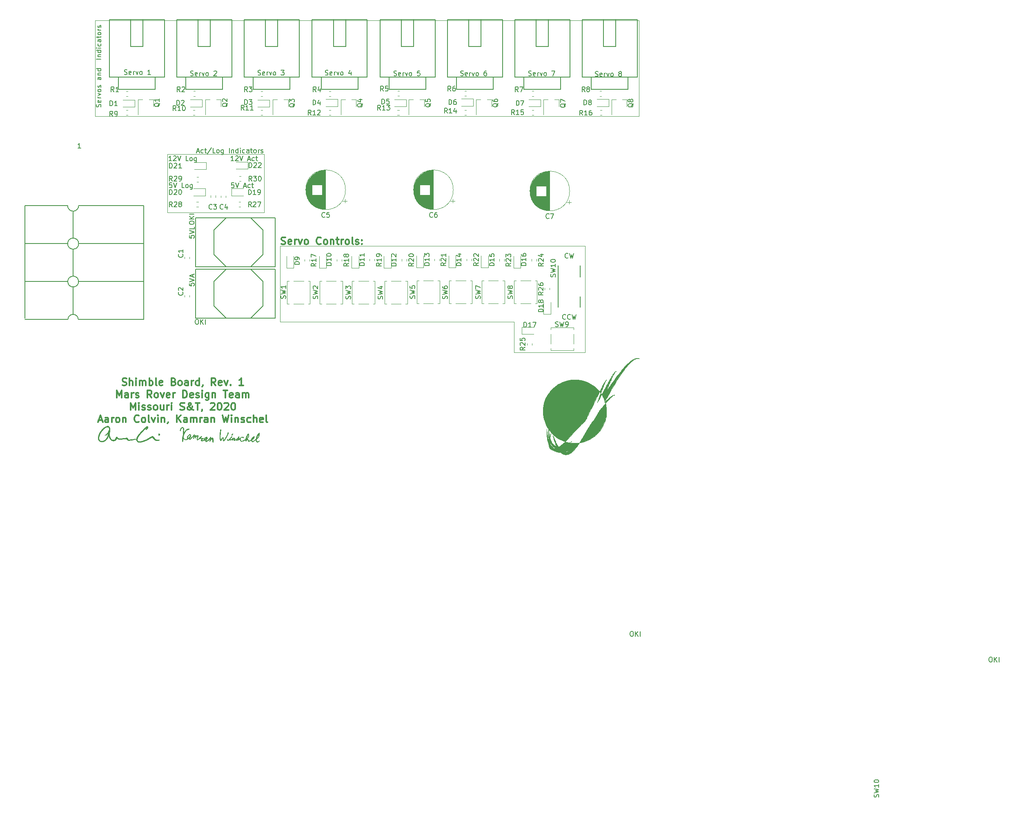
<source format=gbr>
G04 #@! TF.GenerationSoftware,KiCad,Pcbnew,5.1.5-52549c5~84~ubuntu18.04.1*
G04 #@! TF.CreationDate,2019-12-14T15:24:26-06:00*
G04 #@! TF.ProjectId,Gimbal_Board,47696d62-616c-45f4-926f-6172642e6b69,rev?*
G04 #@! TF.SameCoordinates,Original*
G04 #@! TF.FileFunction,Legend,Top*
G04 #@! TF.FilePolarity,Positive*
%FSLAX46Y46*%
G04 Gerber Fmt 4.6, Leading zero omitted, Abs format (unit mm)*
G04 Created by KiCad (PCBNEW 5.1.5-52549c5~84~ubuntu18.04.1) date 2019-12-14 15:24:26*
%MOMM*%
%LPD*%
G04 APERTURE LIST*
%ADD10C,0.152400*%
%ADD11C,0.149911*%
%ADD12C,0.150000*%
%ADD13C,0.120000*%
%ADD14C,0.300000*%
%ADD15C,0.010000*%
G04 APERTURE END LIST*
D10*
X91391619Y-94100952D02*
X91391619Y-94584761D01*
X91875428Y-94633142D01*
X91827047Y-94584761D01*
X91778666Y-94488000D01*
X91778666Y-94246095D01*
X91827047Y-94149333D01*
X91875428Y-94100952D01*
X91972190Y-94052571D01*
X92214095Y-94052571D01*
X92310857Y-94100952D01*
X92359238Y-94149333D01*
X92407619Y-94246095D01*
X92407619Y-94488000D01*
X92359238Y-94584761D01*
X92310857Y-94633142D01*
X91391619Y-93762285D02*
X92407619Y-93423619D01*
X91391619Y-93084952D01*
X92117333Y-92794666D02*
X92117333Y-92310857D01*
X92407619Y-92891428D02*
X91391619Y-92552761D01*
X92407619Y-92214095D01*
X91391619Y-84170761D02*
X91391619Y-84654571D01*
X91875428Y-84702952D01*
X91827047Y-84654571D01*
X91778666Y-84557809D01*
X91778666Y-84315904D01*
X91827047Y-84219142D01*
X91875428Y-84170761D01*
X91972190Y-84122380D01*
X92214095Y-84122380D01*
X92310857Y-84170761D01*
X92359238Y-84219142D01*
X92407619Y-84315904D01*
X92407619Y-84557809D01*
X92359238Y-84654571D01*
X92310857Y-84702952D01*
X91391619Y-83832095D02*
X92407619Y-83493428D01*
X91391619Y-83154761D01*
X92407619Y-82332285D02*
X92407619Y-82816095D01*
X91391619Y-82816095D01*
D11*
X169918095Y-88749142D02*
X169870476Y-88796761D01*
X169727619Y-88844380D01*
X169632380Y-88844380D01*
X169489523Y-88796761D01*
X169394285Y-88701523D01*
X169346666Y-88606285D01*
X169299047Y-88415809D01*
X169299047Y-88272952D01*
X169346666Y-88082476D01*
X169394285Y-87987238D01*
X169489523Y-87892000D01*
X169632380Y-87844380D01*
X169727619Y-87844380D01*
X169870476Y-87892000D01*
X169918095Y-87939619D01*
X170251428Y-87844380D02*
X170489523Y-88844380D01*
X170680000Y-88130095D01*
X170870476Y-88844380D01*
X171108571Y-87844380D01*
X169418095Y-101449142D02*
X169370476Y-101496761D01*
X169227619Y-101544380D01*
X169132380Y-101544380D01*
X168989523Y-101496761D01*
X168894285Y-101401523D01*
X168846666Y-101306285D01*
X168799047Y-101115809D01*
X168799047Y-100972952D01*
X168846666Y-100782476D01*
X168894285Y-100687238D01*
X168989523Y-100592000D01*
X169132380Y-100544380D01*
X169227619Y-100544380D01*
X169370476Y-100592000D01*
X169418095Y-100639619D01*
X170418095Y-101449142D02*
X170370476Y-101496761D01*
X170227619Y-101544380D01*
X170132380Y-101544380D01*
X169989523Y-101496761D01*
X169894285Y-101401523D01*
X169846666Y-101306285D01*
X169799047Y-101115809D01*
X169799047Y-100972952D01*
X169846666Y-100782476D01*
X169894285Y-100687238D01*
X169989523Y-100592000D01*
X170132380Y-100544380D01*
X170227619Y-100544380D01*
X170370476Y-100592000D01*
X170418095Y-100639619D01*
X170751428Y-100544380D02*
X170989523Y-101544380D01*
X171180000Y-100830095D01*
X171370476Y-101544380D01*
X171608571Y-100544380D01*
D12*
X73048761Y-57498190D02*
X73096380Y-57355333D01*
X73096380Y-57117238D01*
X73048761Y-57022000D01*
X73001142Y-56974380D01*
X72905904Y-56926761D01*
X72810666Y-56926761D01*
X72715428Y-56974380D01*
X72667809Y-57022000D01*
X72620190Y-57117238D01*
X72572571Y-57307714D01*
X72524952Y-57402952D01*
X72477333Y-57450571D01*
X72382095Y-57498190D01*
X72286857Y-57498190D01*
X72191619Y-57450571D01*
X72144000Y-57402952D01*
X72096380Y-57307714D01*
X72096380Y-57069619D01*
X72144000Y-56926761D01*
X73048761Y-56117238D02*
X73096380Y-56212476D01*
X73096380Y-56402952D01*
X73048761Y-56498190D01*
X72953523Y-56545809D01*
X72572571Y-56545809D01*
X72477333Y-56498190D01*
X72429714Y-56402952D01*
X72429714Y-56212476D01*
X72477333Y-56117238D01*
X72572571Y-56069619D01*
X72667809Y-56069619D01*
X72763047Y-56545809D01*
X73096380Y-55641047D02*
X72429714Y-55641047D01*
X72620190Y-55641047D02*
X72524952Y-55593428D01*
X72477333Y-55545809D01*
X72429714Y-55450571D01*
X72429714Y-55355333D01*
X72429714Y-55117238D02*
X73096380Y-54879142D01*
X72429714Y-54641047D01*
X73096380Y-54117238D02*
X73048761Y-54212476D01*
X73001142Y-54260095D01*
X72905904Y-54307714D01*
X72620190Y-54307714D01*
X72524952Y-54260095D01*
X72477333Y-54212476D01*
X72429714Y-54117238D01*
X72429714Y-53974380D01*
X72477333Y-53879142D01*
X72524952Y-53831523D01*
X72620190Y-53783904D01*
X72905904Y-53783904D01*
X73001142Y-53831523D01*
X73048761Y-53879142D01*
X73096380Y-53974380D01*
X73096380Y-54117238D01*
X73048761Y-53402952D02*
X73096380Y-53307714D01*
X73096380Y-53117238D01*
X73048761Y-53022000D01*
X72953523Y-52974380D01*
X72905904Y-52974380D01*
X72810666Y-53022000D01*
X72763047Y-53117238D01*
X72763047Y-53260095D01*
X72715428Y-53355333D01*
X72620190Y-53402952D01*
X72572571Y-53402952D01*
X72477333Y-53355333D01*
X72429714Y-53260095D01*
X72429714Y-53117238D01*
X72477333Y-53022000D01*
X73096380Y-51355333D02*
X72572571Y-51355333D01*
X72477333Y-51402952D01*
X72429714Y-51498190D01*
X72429714Y-51688666D01*
X72477333Y-51783904D01*
X73048761Y-51355333D02*
X73096380Y-51450571D01*
X73096380Y-51688666D01*
X73048761Y-51783904D01*
X72953523Y-51831523D01*
X72858285Y-51831523D01*
X72763047Y-51783904D01*
X72715428Y-51688666D01*
X72715428Y-51450571D01*
X72667809Y-51355333D01*
X72429714Y-50879142D02*
X73096380Y-50879142D01*
X72524952Y-50879142D02*
X72477333Y-50831523D01*
X72429714Y-50736285D01*
X72429714Y-50593428D01*
X72477333Y-50498190D01*
X72572571Y-50450571D01*
X73096380Y-50450571D01*
X73096380Y-49545809D02*
X72096380Y-49545809D01*
X73048761Y-49545809D02*
X73096380Y-49641047D01*
X73096380Y-49831523D01*
X73048761Y-49926761D01*
X73001142Y-49974380D01*
X72905904Y-50022000D01*
X72620190Y-50022000D01*
X72524952Y-49974380D01*
X72477333Y-49926761D01*
X72429714Y-49831523D01*
X72429714Y-49641047D01*
X72477333Y-49545809D01*
X73096380Y-47545809D02*
X72096380Y-47545809D01*
X72429714Y-47069619D02*
X73096380Y-47069619D01*
X72524952Y-47069619D02*
X72477333Y-47022000D01*
X72429714Y-46926761D01*
X72429714Y-46783904D01*
X72477333Y-46688666D01*
X72572571Y-46641047D01*
X73096380Y-46641047D01*
X73096380Y-45736285D02*
X72096380Y-45736285D01*
X73048761Y-45736285D02*
X73096380Y-45831523D01*
X73096380Y-46022000D01*
X73048761Y-46117238D01*
X73001142Y-46164857D01*
X72905904Y-46212476D01*
X72620190Y-46212476D01*
X72524952Y-46164857D01*
X72477333Y-46117238D01*
X72429714Y-46022000D01*
X72429714Y-45831523D01*
X72477333Y-45736285D01*
X73096380Y-45260095D02*
X72429714Y-45260095D01*
X72096380Y-45260095D02*
X72144000Y-45307714D01*
X72191619Y-45260095D01*
X72144000Y-45212476D01*
X72096380Y-45260095D01*
X72191619Y-45260095D01*
X73048761Y-44355333D02*
X73096380Y-44450571D01*
X73096380Y-44641047D01*
X73048761Y-44736285D01*
X73001142Y-44783904D01*
X72905904Y-44831523D01*
X72620190Y-44831523D01*
X72524952Y-44783904D01*
X72477333Y-44736285D01*
X72429714Y-44641047D01*
X72429714Y-44450571D01*
X72477333Y-44355333D01*
X73096380Y-43498190D02*
X72572571Y-43498190D01*
X72477333Y-43545809D01*
X72429714Y-43641047D01*
X72429714Y-43831523D01*
X72477333Y-43926761D01*
X73048761Y-43498190D02*
X73096380Y-43593428D01*
X73096380Y-43831523D01*
X73048761Y-43926761D01*
X72953523Y-43974380D01*
X72858285Y-43974380D01*
X72763047Y-43926761D01*
X72715428Y-43831523D01*
X72715428Y-43593428D01*
X72667809Y-43498190D01*
X72429714Y-43164857D02*
X72429714Y-42783904D01*
X72096380Y-43022000D02*
X72953523Y-43022000D01*
X73048761Y-42974380D01*
X73096380Y-42879142D01*
X73096380Y-42783904D01*
X73096380Y-42307714D02*
X73048761Y-42402952D01*
X73001142Y-42450571D01*
X72905904Y-42498190D01*
X72620190Y-42498190D01*
X72524952Y-42450571D01*
X72477333Y-42402952D01*
X72429714Y-42307714D01*
X72429714Y-42164857D01*
X72477333Y-42069619D01*
X72524952Y-42022000D01*
X72620190Y-41974380D01*
X72905904Y-41974380D01*
X73001142Y-42022000D01*
X73048761Y-42069619D01*
X73096380Y-42164857D01*
X73096380Y-42307714D01*
X73096380Y-41545809D02*
X72429714Y-41545809D01*
X72620190Y-41545809D02*
X72524952Y-41498190D01*
X72477333Y-41450571D01*
X72429714Y-41355333D01*
X72429714Y-41260095D01*
X73048761Y-40974380D02*
X73096380Y-40879142D01*
X73096380Y-40688666D01*
X73048761Y-40593428D01*
X72953523Y-40545809D01*
X72905904Y-40545809D01*
X72810666Y-40593428D01*
X72763047Y-40688666D01*
X72763047Y-40831523D01*
X72715428Y-40926761D01*
X72620190Y-40974380D01*
X72572571Y-40974380D01*
X72477333Y-40926761D01*
X72429714Y-40831523D01*
X72429714Y-40688666D01*
X72477333Y-40593428D01*
D13*
X71882000Y-59436000D02*
X73787000Y-59436000D01*
X71882000Y-39497000D02*
X71882000Y-59436000D01*
X184658000Y-39497000D02*
X71882000Y-39497000D01*
X184658000Y-53848000D02*
X184658000Y-39497000D01*
X184658000Y-59436000D02*
X184658000Y-53848000D01*
X73787000Y-59436000D02*
X184658000Y-59436000D01*
D12*
X100647714Y-73239380D02*
X100171523Y-73239380D01*
X100123904Y-73715571D01*
X100171523Y-73667952D01*
X100266761Y-73620333D01*
X100504857Y-73620333D01*
X100600095Y-73667952D01*
X100647714Y-73715571D01*
X100695333Y-73810809D01*
X100695333Y-74048904D01*
X100647714Y-74144142D01*
X100600095Y-74191761D01*
X100504857Y-74239380D01*
X100266761Y-74239380D01*
X100171523Y-74191761D01*
X100123904Y-74144142D01*
X100981047Y-73239380D02*
X101314380Y-74239380D01*
X101647714Y-73239380D01*
X102695333Y-73953666D02*
X103171523Y-73953666D01*
X102600095Y-74239380D02*
X102933428Y-73239380D01*
X103266761Y-74239380D01*
X104028666Y-74191761D02*
X103933428Y-74239380D01*
X103742952Y-74239380D01*
X103647714Y-74191761D01*
X103600095Y-74144142D01*
X103552476Y-74048904D01*
X103552476Y-73763190D01*
X103600095Y-73667952D01*
X103647714Y-73620333D01*
X103742952Y-73572714D01*
X103933428Y-73572714D01*
X104028666Y-73620333D01*
X104314380Y-73572714D02*
X104695333Y-73572714D01*
X104457238Y-73239380D02*
X104457238Y-74096523D01*
X104504857Y-74191761D01*
X104600095Y-74239380D01*
X104695333Y-74239380D01*
X100600142Y-68651380D02*
X100028714Y-68651380D01*
X100314428Y-68651380D02*
X100314428Y-67651380D01*
X100219190Y-67794238D01*
X100123952Y-67889476D01*
X100028714Y-67937095D01*
X100981095Y-67746619D02*
X101028714Y-67699000D01*
X101123952Y-67651380D01*
X101362047Y-67651380D01*
X101457285Y-67699000D01*
X101504904Y-67746619D01*
X101552523Y-67841857D01*
X101552523Y-67937095D01*
X101504904Y-68079952D01*
X100933476Y-68651380D01*
X101552523Y-68651380D01*
X101838238Y-67651380D02*
X102171571Y-68651380D01*
X102504904Y-67651380D01*
X103552523Y-68365666D02*
X104028714Y-68365666D01*
X103457285Y-68651380D02*
X103790619Y-67651380D01*
X104123952Y-68651380D01*
X104885857Y-68603761D02*
X104790619Y-68651380D01*
X104600142Y-68651380D01*
X104504904Y-68603761D01*
X104457285Y-68556142D01*
X104409666Y-68460904D01*
X104409666Y-68175190D01*
X104457285Y-68079952D01*
X104504904Y-68032333D01*
X104600142Y-67984714D01*
X104790619Y-67984714D01*
X104885857Y-68032333D01*
X105171571Y-67984714D02*
X105552523Y-67984714D01*
X105314428Y-67651380D02*
X105314428Y-68508523D01*
X105362047Y-68603761D01*
X105457285Y-68651380D01*
X105552523Y-68651380D01*
X87781047Y-73239380D02*
X87304857Y-73239380D01*
X87257238Y-73715571D01*
X87304857Y-73667952D01*
X87400095Y-73620333D01*
X87638190Y-73620333D01*
X87733428Y-73667952D01*
X87781047Y-73715571D01*
X87828666Y-73810809D01*
X87828666Y-74048904D01*
X87781047Y-74144142D01*
X87733428Y-74191761D01*
X87638190Y-74239380D01*
X87400095Y-74239380D01*
X87304857Y-74191761D01*
X87257238Y-74144142D01*
X88114380Y-73239380D02*
X88447714Y-74239380D01*
X88781047Y-73239380D01*
X90352476Y-74239380D02*
X89876285Y-74239380D01*
X89876285Y-73239380D01*
X90828666Y-74239380D02*
X90733428Y-74191761D01*
X90685809Y-74144142D01*
X90638190Y-74048904D01*
X90638190Y-73763190D01*
X90685809Y-73667952D01*
X90733428Y-73620333D01*
X90828666Y-73572714D01*
X90971523Y-73572714D01*
X91066761Y-73620333D01*
X91114380Y-73667952D01*
X91162000Y-73763190D01*
X91162000Y-74048904D01*
X91114380Y-74144142D01*
X91066761Y-74191761D01*
X90971523Y-74239380D01*
X90828666Y-74239380D01*
X92019142Y-73572714D02*
X92019142Y-74382238D01*
X91971523Y-74477476D01*
X91923904Y-74525095D01*
X91828666Y-74572714D01*
X91685809Y-74572714D01*
X91590571Y-74525095D01*
X92019142Y-74191761D02*
X91923904Y-74239380D01*
X91733428Y-74239380D01*
X91638190Y-74191761D01*
X91590571Y-74144142D01*
X91542952Y-74048904D01*
X91542952Y-73763190D01*
X91590571Y-73667952D01*
X91638190Y-73620333D01*
X91733428Y-73572714D01*
X91923904Y-73572714D01*
X92019142Y-73620333D01*
X87733476Y-68651380D02*
X87162047Y-68651380D01*
X87447761Y-68651380D02*
X87447761Y-67651380D01*
X87352523Y-67794238D01*
X87257285Y-67889476D01*
X87162047Y-67937095D01*
X88114428Y-67746619D02*
X88162047Y-67699000D01*
X88257285Y-67651380D01*
X88495380Y-67651380D01*
X88590619Y-67699000D01*
X88638238Y-67746619D01*
X88685857Y-67841857D01*
X88685857Y-67937095D01*
X88638238Y-68079952D01*
X88066809Y-68651380D01*
X88685857Y-68651380D01*
X88971571Y-67651380D02*
X89304904Y-68651380D01*
X89638238Y-67651380D01*
X91209666Y-68651380D02*
X90733476Y-68651380D01*
X90733476Y-67651380D01*
X91685857Y-68651380D02*
X91590619Y-68603761D01*
X91543000Y-68556142D01*
X91495380Y-68460904D01*
X91495380Y-68175190D01*
X91543000Y-68079952D01*
X91590619Y-68032333D01*
X91685857Y-67984714D01*
X91828714Y-67984714D01*
X91923952Y-68032333D01*
X91971571Y-68079952D01*
X92019190Y-68175190D01*
X92019190Y-68460904D01*
X91971571Y-68556142D01*
X91923952Y-68603761D01*
X91828714Y-68651380D01*
X91685857Y-68651380D01*
X92876333Y-67984714D02*
X92876333Y-68794238D01*
X92828714Y-68889476D01*
X92781095Y-68937095D01*
X92685857Y-68984714D01*
X92543000Y-68984714D01*
X92447761Y-68937095D01*
X92876333Y-68603761D02*
X92781095Y-68651380D01*
X92590619Y-68651380D01*
X92495380Y-68603761D01*
X92447761Y-68556142D01*
X92400142Y-68460904D01*
X92400142Y-68175190D01*
X92447761Y-68079952D01*
X92495380Y-68032333D01*
X92590619Y-67984714D01*
X92781095Y-67984714D01*
X92876333Y-68032333D01*
X92941047Y-66714666D02*
X93417238Y-66714666D01*
X92845809Y-67000380D02*
X93179142Y-66000380D01*
X93512476Y-67000380D01*
X94274380Y-66952761D02*
X94179142Y-67000380D01*
X93988666Y-67000380D01*
X93893428Y-66952761D01*
X93845809Y-66905142D01*
X93798190Y-66809904D01*
X93798190Y-66524190D01*
X93845809Y-66428952D01*
X93893428Y-66381333D01*
X93988666Y-66333714D01*
X94179142Y-66333714D01*
X94274380Y-66381333D01*
X94560095Y-66333714D02*
X94941047Y-66333714D01*
X94702952Y-66000380D02*
X94702952Y-66857523D01*
X94750571Y-66952761D01*
X94845809Y-67000380D01*
X94941047Y-67000380D01*
X95988666Y-65952761D02*
X95131523Y-67238476D01*
X96798190Y-67000380D02*
X96322000Y-67000380D01*
X96322000Y-66000380D01*
X97274380Y-67000380D02*
X97179142Y-66952761D01*
X97131523Y-66905142D01*
X97083904Y-66809904D01*
X97083904Y-66524190D01*
X97131523Y-66428952D01*
X97179142Y-66381333D01*
X97274380Y-66333714D01*
X97417238Y-66333714D01*
X97512476Y-66381333D01*
X97560095Y-66428952D01*
X97607714Y-66524190D01*
X97607714Y-66809904D01*
X97560095Y-66905142D01*
X97512476Y-66952761D01*
X97417238Y-67000380D01*
X97274380Y-67000380D01*
X98464857Y-66333714D02*
X98464857Y-67143238D01*
X98417238Y-67238476D01*
X98369619Y-67286095D01*
X98274380Y-67333714D01*
X98131523Y-67333714D01*
X98036285Y-67286095D01*
X98464857Y-66952761D02*
X98369619Y-67000380D01*
X98179142Y-67000380D01*
X98083904Y-66952761D01*
X98036285Y-66905142D01*
X97988666Y-66809904D01*
X97988666Y-66524190D01*
X98036285Y-66428952D01*
X98083904Y-66381333D01*
X98179142Y-66333714D01*
X98369619Y-66333714D01*
X98464857Y-66381333D01*
X99702952Y-67000380D02*
X99702952Y-66000380D01*
X100179142Y-66333714D02*
X100179142Y-67000380D01*
X100179142Y-66428952D02*
X100226761Y-66381333D01*
X100322000Y-66333714D01*
X100464857Y-66333714D01*
X100560095Y-66381333D01*
X100607714Y-66476571D01*
X100607714Y-67000380D01*
X101512476Y-67000380D02*
X101512476Y-66000380D01*
X101512476Y-66952761D02*
X101417238Y-67000380D01*
X101226761Y-67000380D01*
X101131523Y-66952761D01*
X101083904Y-66905142D01*
X101036285Y-66809904D01*
X101036285Y-66524190D01*
X101083904Y-66428952D01*
X101131523Y-66381333D01*
X101226761Y-66333714D01*
X101417238Y-66333714D01*
X101512476Y-66381333D01*
X101988666Y-67000380D02*
X101988666Y-66333714D01*
X101988666Y-66000380D02*
X101941047Y-66048000D01*
X101988666Y-66095619D01*
X102036285Y-66048000D01*
X101988666Y-66000380D01*
X101988666Y-66095619D01*
X102893428Y-66952761D02*
X102798190Y-67000380D01*
X102607714Y-67000380D01*
X102512476Y-66952761D01*
X102464857Y-66905142D01*
X102417238Y-66809904D01*
X102417238Y-66524190D01*
X102464857Y-66428952D01*
X102512476Y-66381333D01*
X102607714Y-66333714D01*
X102798190Y-66333714D01*
X102893428Y-66381333D01*
X103750571Y-67000380D02*
X103750571Y-66476571D01*
X103702952Y-66381333D01*
X103607714Y-66333714D01*
X103417238Y-66333714D01*
X103322000Y-66381333D01*
X103750571Y-66952761D02*
X103655333Y-67000380D01*
X103417238Y-67000380D01*
X103322000Y-66952761D01*
X103274380Y-66857523D01*
X103274380Y-66762285D01*
X103322000Y-66667047D01*
X103417238Y-66619428D01*
X103655333Y-66619428D01*
X103750571Y-66571809D01*
X104083904Y-66333714D02*
X104464857Y-66333714D01*
X104226761Y-66000380D02*
X104226761Y-66857523D01*
X104274380Y-66952761D01*
X104369619Y-67000380D01*
X104464857Y-67000380D01*
X104941047Y-67000380D02*
X104845809Y-66952761D01*
X104798190Y-66905142D01*
X104750571Y-66809904D01*
X104750571Y-66524190D01*
X104798190Y-66428952D01*
X104845809Y-66381333D01*
X104941047Y-66333714D01*
X105083904Y-66333714D01*
X105179142Y-66381333D01*
X105226761Y-66428952D01*
X105274380Y-66524190D01*
X105274380Y-66809904D01*
X105226761Y-66905142D01*
X105179142Y-66952761D01*
X105083904Y-67000380D01*
X104941047Y-67000380D01*
X105702952Y-67000380D02*
X105702952Y-66333714D01*
X105702952Y-66524190D02*
X105750571Y-66428952D01*
X105798190Y-66381333D01*
X105893428Y-66333714D01*
X105988666Y-66333714D01*
X106274380Y-66952761D02*
X106369619Y-67000380D01*
X106560095Y-67000380D01*
X106655333Y-66952761D01*
X106702952Y-66857523D01*
X106702952Y-66809904D01*
X106655333Y-66714666D01*
X106560095Y-66667047D01*
X106417238Y-66667047D01*
X106322000Y-66619428D01*
X106274380Y-66524190D01*
X106274380Y-66476571D01*
X106322000Y-66381333D01*
X106417238Y-66333714D01*
X106560095Y-66333714D01*
X106655333Y-66381333D01*
D13*
X86868000Y-79375000D02*
X86868000Y-67310000D01*
X106934000Y-79375000D02*
X86868000Y-79375000D01*
X106934000Y-67310000D02*
X106934000Y-79375000D01*
X86868000Y-67310000D02*
X106934000Y-67310000D01*
X173482000Y-86360000D02*
X165100000Y-86360000D01*
X173482000Y-87630000D02*
X173482000Y-86360000D01*
X173482000Y-89154000D02*
X173482000Y-87630000D01*
X110236000Y-102108000D02*
X110236000Y-100838000D01*
X158750000Y-102108000D02*
X110236000Y-102108000D01*
X158750000Y-108458000D02*
X158750000Y-102108000D01*
X173482000Y-108458000D02*
X158750000Y-108458000D01*
X173482000Y-108204000D02*
X173482000Y-108458000D01*
X173482000Y-89154000D02*
X173482000Y-108204000D01*
X110236000Y-86360000D02*
X110236000Y-100838000D01*
X110236000Y-86360000D02*
X165100000Y-86360000D01*
D12*
X175593714Y-51077761D02*
X175736571Y-51125380D01*
X175974666Y-51125380D01*
X176069904Y-51077761D01*
X176117523Y-51030142D01*
X176165142Y-50934904D01*
X176165142Y-50839666D01*
X176117523Y-50744428D01*
X176069904Y-50696809D01*
X175974666Y-50649190D01*
X175784190Y-50601571D01*
X175688952Y-50553952D01*
X175641333Y-50506333D01*
X175593714Y-50411095D01*
X175593714Y-50315857D01*
X175641333Y-50220619D01*
X175688952Y-50173000D01*
X175784190Y-50125380D01*
X176022285Y-50125380D01*
X176165142Y-50173000D01*
X176974666Y-51077761D02*
X176879428Y-51125380D01*
X176688952Y-51125380D01*
X176593714Y-51077761D01*
X176546095Y-50982523D01*
X176546095Y-50601571D01*
X176593714Y-50506333D01*
X176688952Y-50458714D01*
X176879428Y-50458714D01*
X176974666Y-50506333D01*
X177022285Y-50601571D01*
X177022285Y-50696809D01*
X176546095Y-50792047D01*
X177450857Y-51125380D02*
X177450857Y-50458714D01*
X177450857Y-50649190D02*
X177498476Y-50553952D01*
X177546095Y-50506333D01*
X177641333Y-50458714D01*
X177736571Y-50458714D01*
X177974666Y-50458714D02*
X178212761Y-51125380D01*
X178450857Y-50458714D01*
X178974666Y-51125380D02*
X178879428Y-51077761D01*
X178831809Y-51030142D01*
X178784190Y-50934904D01*
X178784190Y-50649190D01*
X178831809Y-50553952D01*
X178879428Y-50506333D01*
X178974666Y-50458714D01*
X179117523Y-50458714D01*
X179212761Y-50506333D01*
X179260380Y-50553952D01*
X179308000Y-50649190D01*
X179308000Y-50934904D01*
X179260380Y-51030142D01*
X179212761Y-51077761D01*
X179117523Y-51125380D01*
X178974666Y-51125380D01*
X180641333Y-50553952D02*
X180546095Y-50506333D01*
X180498476Y-50458714D01*
X180450857Y-50363476D01*
X180450857Y-50315857D01*
X180498476Y-50220619D01*
X180546095Y-50173000D01*
X180641333Y-50125380D01*
X180831809Y-50125380D01*
X180927047Y-50173000D01*
X180974666Y-50220619D01*
X181022285Y-50315857D01*
X181022285Y-50363476D01*
X180974666Y-50458714D01*
X180927047Y-50506333D01*
X180831809Y-50553952D01*
X180641333Y-50553952D01*
X180546095Y-50601571D01*
X180498476Y-50649190D01*
X180450857Y-50744428D01*
X180450857Y-50934904D01*
X180498476Y-51030142D01*
X180546095Y-51077761D01*
X180641333Y-51125380D01*
X180831809Y-51125380D01*
X180927047Y-51077761D01*
X180974666Y-51030142D01*
X181022285Y-50934904D01*
X181022285Y-50744428D01*
X180974666Y-50649190D01*
X180927047Y-50601571D01*
X180831809Y-50553952D01*
X119586714Y-50823761D02*
X119729571Y-50871380D01*
X119967666Y-50871380D01*
X120062904Y-50823761D01*
X120110523Y-50776142D01*
X120158142Y-50680904D01*
X120158142Y-50585666D01*
X120110523Y-50490428D01*
X120062904Y-50442809D01*
X119967666Y-50395190D01*
X119777190Y-50347571D01*
X119681952Y-50299952D01*
X119634333Y-50252333D01*
X119586714Y-50157095D01*
X119586714Y-50061857D01*
X119634333Y-49966619D01*
X119681952Y-49919000D01*
X119777190Y-49871380D01*
X120015285Y-49871380D01*
X120158142Y-49919000D01*
X120967666Y-50823761D02*
X120872428Y-50871380D01*
X120681952Y-50871380D01*
X120586714Y-50823761D01*
X120539095Y-50728523D01*
X120539095Y-50347571D01*
X120586714Y-50252333D01*
X120681952Y-50204714D01*
X120872428Y-50204714D01*
X120967666Y-50252333D01*
X121015285Y-50347571D01*
X121015285Y-50442809D01*
X120539095Y-50538047D01*
X121443857Y-50871380D02*
X121443857Y-50204714D01*
X121443857Y-50395190D02*
X121491476Y-50299952D01*
X121539095Y-50252333D01*
X121634333Y-50204714D01*
X121729571Y-50204714D01*
X121967666Y-50204714D02*
X122205761Y-50871380D01*
X122443857Y-50204714D01*
X122967666Y-50871380D02*
X122872428Y-50823761D01*
X122824809Y-50776142D01*
X122777190Y-50680904D01*
X122777190Y-50395190D01*
X122824809Y-50299952D01*
X122872428Y-50252333D01*
X122967666Y-50204714D01*
X123110523Y-50204714D01*
X123205761Y-50252333D01*
X123253380Y-50299952D01*
X123301000Y-50395190D01*
X123301000Y-50680904D01*
X123253380Y-50776142D01*
X123205761Y-50823761D01*
X123110523Y-50871380D01*
X122967666Y-50871380D01*
X124920047Y-50204714D02*
X124920047Y-50871380D01*
X124681952Y-49823761D02*
X124443857Y-50538047D01*
X125062904Y-50538047D01*
X105616714Y-50823761D02*
X105759571Y-50871380D01*
X105997666Y-50871380D01*
X106092904Y-50823761D01*
X106140523Y-50776142D01*
X106188142Y-50680904D01*
X106188142Y-50585666D01*
X106140523Y-50490428D01*
X106092904Y-50442809D01*
X105997666Y-50395190D01*
X105807190Y-50347571D01*
X105711952Y-50299952D01*
X105664333Y-50252333D01*
X105616714Y-50157095D01*
X105616714Y-50061857D01*
X105664333Y-49966619D01*
X105711952Y-49919000D01*
X105807190Y-49871380D01*
X106045285Y-49871380D01*
X106188142Y-49919000D01*
X106997666Y-50823761D02*
X106902428Y-50871380D01*
X106711952Y-50871380D01*
X106616714Y-50823761D01*
X106569095Y-50728523D01*
X106569095Y-50347571D01*
X106616714Y-50252333D01*
X106711952Y-50204714D01*
X106902428Y-50204714D01*
X106997666Y-50252333D01*
X107045285Y-50347571D01*
X107045285Y-50442809D01*
X106569095Y-50538047D01*
X107473857Y-50871380D02*
X107473857Y-50204714D01*
X107473857Y-50395190D02*
X107521476Y-50299952D01*
X107569095Y-50252333D01*
X107664333Y-50204714D01*
X107759571Y-50204714D01*
X107997666Y-50204714D02*
X108235761Y-50871380D01*
X108473857Y-50204714D01*
X108997666Y-50871380D02*
X108902428Y-50823761D01*
X108854809Y-50776142D01*
X108807190Y-50680904D01*
X108807190Y-50395190D01*
X108854809Y-50299952D01*
X108902428Y-50252333D01*
X108997666Y-50204714D01*
X109140523Y-50204714D01*
X109235761Y-50252333D01*
X109283380Y-50299952D01*
X109331000Y-50395190D01*
X109331000Y-50680904D01*
X109283380Y-50776142D01*
X109235761Y-50823761D01*
X109140523Y-50871380D01*
X108997666Y-50871380D01*
X110426238Y-49871380D02*
X111045285Y-49871380D01*
X110711952Y-50252333D01*
X110854809Y-50252333D01*
X110950047Y-50299952D01*
X110997666Y-50347571D01*
X111045285Y-50442809D01*
X111045285Y-50680904D01*
X110997666Y-50776142D01*
X110950047Y-50823761D01*
X110854809Y-50871380D01*
X110569095Y-50871380D01*
X110473857Y-50823761D01*
X110426238Y-50776142D01*
X91646714Y-50950761D02*
X91789571Y-50998380D01*
X92027666Y-50998380D01*
X92122904Y-50950761D01*
X92170523Y-50903142D01*
X92218142Y-50807904D01*
X92218142Y-50712666D01*
X92170523Y-50617428D01*
X92122904Y-50569809D01*
X92027666Y-50522190D01*
X91837190Y-50474571D01*
X91741952Y-50426952D01*
X91694333Y-50379333D01*
X91646714Y-50284095D01*
X91646714Y-50188857D01*
X91694333Y-50093619D01*
X91741952Y-50046000D01*
X91837190Y-49998380D01*
X92075285Y-49998380D01*
X92218142Y-50046000D01*
X93027666Y-50950761D02*
X92932428Y-50998380D01*
X92741952Y-50998380D01*
X92646714Y-50950761D01*
X92599095Y-50855523D01*
X92599095Y-50474571D01*
X92646714Y-50379333D01*
X92741952Y-50331714D01*
X92932428Y-50331714D01*
X93027666Y-50379333D01*
X93075285Y-50474571D01*
X93075285Y-50569809D01*
X92599095Y-50665047D01*
X93503857Y-50998380D02*
X93503857Y-50331714D01*
X93503857Y-50522190D02*
X93551476Y-50426952D01*
X93599095Y-50379333D01*
X93694333Y-50331714D01*
X93789571Y-50331714D01*
X94027666Y-50331714D02*
X94265761Y-50998380D01*
X94503857Y-50331714D01*
X95027666Y-50998380D02*
X94932428Y-50950761D01*
X94884809Y-50903142D01*
X94837190Y-50807904D01*
X94837190Y-50522190D01*
X94884809Y-50426952D01*
X94932428Y-50379333D01*
X95027666Y-50331714D01*
X95170523Y-50331714D01*
X95265761Y-50379333D01*
X95313380Y-50426952D01*
X95361000Y-50522190D01*
X95361000Y-50807904D01*
X95313380Y-50903142D01*
X95265761Y-50950761D01*
X95170523Y-50998380D01*
X95027666Y-50998380D01*
X96503857Y-50093619D02*
X96551476Y-50046000D01*
X96646714Y-49998380D01*
X96884809Y-49998380D01*
X96980047Y-50046000D01*
X97027666Y-50093619D01*
X97075285Y-50188857D01*
X97075285Y-50284095D01*
X97027666Y-50426952D01*
X96456238Y-50998380D01*
X97075285Y-50998380D01*
X77930714Y-50696761D02*
X78073571Y-50744380D01*
X78311666Y-50744380D01*
X78406904Y-50696761D01*
X78454523Y-50649142D01*
X78502142Y-50553904D01*
X78502142Y-50458666D01*
X78454523Y-50363428D01*
X78406904Y-50315809D01*
X78311666Y-50268190D01*
X78121190Y-50220571D01*
X78025952Y-50172952D01*
X77978333Y-50125333D01*
X77930714Y-50030095D01*
X77930714Y-49934857D01*
X77978333Y-49839619D01*
X78025952Y-49792000D01*
X78121190Y-49744380D01*
X78359285Y-49744380D01*
X78502142Y-49792000D01*
X79311666Y-50696761D02*
X79216428Y-50744380D01*
X79025952Y-50744380D01*
X78930714Y-50696761D01*
X78883095Y-50601523D01*
X78883095Y-50220571D01*
X78930714Y-50125333D01*
X79025952Y-50077714D01*
X79216428Y-50077714D01*
X79311666Y-50125333D01*
X79359285Y-50220571D01*
X79359285Y-50315809D01*
X78883095Y-50411047D01*
X79787857Y-50744380D02*
X79787857Y-50077714D01*
X79787857Y-50268190D02*
X79835476Y-50172952D01*
X79883095Y-50125333D01*
X79978333Y-50077714D01*
X80073571Y-50077714D01*
X80311666Y-50077714D02*
X80549761Y-50744380D01*
X80787857Y-50077714D01*
X81311666Y-50744380D02*
X81216428Y-50696761D01*
X81168809Y-50649142D01*
X81121190Y-50553904D01*
X81121190Y-50268190D01*
X81168809Y-50172952D01*
X81216428Y-50125333D01*
X81311666Y-50077714D01*
X81454523Y-50077714D01*
X81549761Y-50125333D01*
X81597380Y-50172952D01*
X81645000Y-50268190D01*
X81645000Y-50553904D01*
X81597380Y-50649142D01*
X81549761Y-50696761D01*
X81454523Y-50744380D01*
X81311666Y-50744380D01*
X83359285Y-50744380D02*
X82787857Y-50744380D01*
X83073571Y-50744380D02*
X83073571Y-49744380D01*
X82978333Y-49887238D01*
X82883095Y-49982476D01*
X82787857Y-50030095D01*
X161750714Y-50950761D02*
X161893571Y-50998380D01*
X162131666Y-50998380D01*
X162226904Y-50950761D01*
X162274523Y-50903142D01*
X162322142Y-50807904D01*
X162322142Y-50712666D01*
X162274523Y-50617428D01*
X162226904Y-50569809D01*
X162131666Y-50522190D01*
X161941190Y-50474571D01*
X161845952Y-50426952D01*
X161798333Y-50379333D01*
X161750714Y-50284095D01*
X161750714Y-50188857D01*
X161798333Y-50093619D01*
X161845952Y-50046000D01*
X161941190Y-49998380D01*
X162179285Y-49998380D01*
X162322142Y-50046000D01*
X163131666Y-50950761D02*
X163036428Y-50998380D01*
X162845952Y-50998380D01*
X162750714Y-50950761D01*
X162703095Y-50855523D01*
X162703095Y-50474571D01*
X162750714Y-50379333D01*
X162845952Y-50331714D01*
X163036428Y-50331714D01*
X163131666Y-50379333D01*
X163179285Y-50474571D01*
X163179285Y-50569809D01*
X162703095Y-50665047D01*
X163607857Y-50998380D02*
X163607857Y-50331714D01*
X163607857Y-50522190D02*
X163655476Y-50426952D01*
X163703095Y-50379333D01*
X163798333Y-50331714D01*
X163893571Y-50331714D01*
X164131666Y-50331714D02*
X164369761Y-50998380D01*
X164607857Y-50331714D01*
X165131666Y-50998380D02*
X165036428Y-50950761D01*
X164988809Y-50903142D01*
X164941190Y-50807904D01*
X164941190Y-50522190D01*
X164988809Y-50426952D01*
X165036428Y-50379333D01*
X165131666Y-50331714D01*
X165274523Y-50331714D01*
X165369761Y-50379333D01*
X165417380Y-50426952D01*
X165465000Y-50522190D01*
X165465000Y-50807904D01*
X165417380Y-50903142D01*
X165369761Y-50950761D01*
X165274523Y-50998380D01*
X165131666Y-50998380D01*
X166560238Y-49998380D02*
X167226904Y-49998380D01*
X166798333Y-50998380D01*
X147653714Y-50950761D02*
X147796571Y-50998380D01*
X148034666Y-50998380D01*
X148129904Y-50950761D01*
X148177523Y-50903142D01*
X148225142Y-50807904D01*
X148225142Y-50712666D01*
X148177523Y-50617428D01*
X148129904Y-50569809D01*
X148034666Y-50522190D01*
X147844190Y-50474571D01*
X147748952Y-50426952D01*
X147701333Y-50379333D01*
X147653714Y-50284095D01*
X147653714Y-50188857D01*
X147701333Y-50093619D01*
X147748952Y-50046000D01*
X147844190Y-49998380D01*
X148082285Y-49998380D01*
X148225142Y-50046000D01*
X149034666Y-50950761D02*
X148939428Y-50998380D01*
X148748952Y-50998380D01*
X148653714Y-50950761D01*
X148606095Y-50855523D01*
X148606095Y-50474571D01*
X148653714Y-50379333D01*
X148748952Y-50331714D01*
X148939428Y-50331714D01*
X149034666Y-50379333D01*
X149082285Y-50474571D01*
X149082285Y-50569809D01*
X148606095Y-50665047D01*
X149510857Y-50998380D02*
X149510857Y-50331714D01*
X149510857Y-50522190D02*
X149558476Y-50426952D01*
X149606095Y-50379333D01*
X149701333Y-50331714D01*
X149796571Y-50331714D01*
X150034666Y-50331714D02*
X150272761Y-50998380D01*
X150510857Y-50331714D01*
X151034666Y-50998380D02*
X150939428Y-50950761D01*
X150891809Y-50903142D01*
X150844190Y-50807904D01*
X150844190Y-50522190D01*
X150891809Y-50426952D01*
X150939428Y-50379333D01*
X151034666Y-50331714D01*
X151177523Y-50331714D01*
X151272761Y-50379333D01*
X151320380Y-50426952D01*
X151368000Y-50522190D01*
X151368000Y-50807904D01*
X151320380Y-50903142D01*
X151272761Y-50950761D01*
X151177523Y-50998380D01*
X151034666Y-50998380D01*
X152987047Y-49998380D02*
X152796571Y-49998380D01*
X152701333Y-50046000D01*
X152653714Y-50093619D01*
X152558476Y-50236476D01*
X152510857Y-50426952D01*
X152510857Y-50807904D01*
X152558476Y-50903142D01*
X152606095Y-50950761D01*
X152701333Y-50998380D01*
X152891809Y-50998380D01*
X152987047Y-50950761D01*
X153034666Y-50903142D01*
X153082285Y-50807904D01*
X153082285Y-50569809D01*
X153034666Y-50474571D01*
X152987047Y-50426952D01*
X152891809Y-50379333D01*
X152701333Y-50379333D01*
X152606095Y-50426952D01*
X152558476Y-50474571D01*
X152510857Y-50569809D01*
X133810714Y-50950761D02*
X133953571Y-50998380D01*
X134191666Y-50998380D01*
X134286904Y-50950761D01*
X134334523Y-50903142D01*
X134382142Y-50807904D01*
X134382142Y-50712666D01*
X134334523Y-50617428D01*
X134286904Y-50569809D01*
X134191666Y-50522190D01*
X134001190Y-50474571D01*
X133905952Y-50426952D01*
X133858333Y-50379333D01*
X133810714Y-50284095D01*
X133810714Y-50188857D01*
X133858333Y-50093619D01*
X133905952Y-50046000D01*
X134001190Y-49998380D01*
X134239285Y-49998380D01*
X134382142Y-50046000D01*
X135191666Y-50950761D02*
X135096428Y-50998380D01*
X134905952Y-50998380D01*
X134810714Y-50950761D01*
X134763095Y-50855523D01*
X134763095Y-50474571D01*
X134810714Y-50379333D01*
X134905952Y-50331714D01*
X135096428Y-50331714D01*
X135191666Y-50379333D01*
X135239285Y-50474571D01*
X135239285Y-50569809D01*
X134763095Y-50665047D01*
X135667857Y-50998380D02*
X135667857Y-50331714D01*
X135667857Y-50522190D02*
X135715476Y-50426952D01*
X135763095Y-50379333D01*
X135858333Y-50331714D01*
X135953571Y-50331714D01*
X136191666Y-50331714D02*
X136429761Y-50998380D01*
X136667857Y-50331714D01*
X137191666Y-50998380D02*
X137096428Y-50950761D01*
X137048809Y-50903142D01*
X137001190Y-50807904D01*
X137001190Y-50522190D01*
X137048809Y-50426952D01*
X137096428Y-50379333D01*
X137191666Y-50331714D01*
X137334523Y-50331714D01*
X137429761Y-50379333D01*
X137477380Y-50426952D01*
X137525000Y-50522190D01*
X137525000Y-50807904D01*
X137477380Y-50903142D01*
X137429761Y-50950761D01*
X137334523Y-50998380D01*
X137191666Y-50998380D01*
X139191666Y-49998380D02*
X138715476Y-49998380D01*
X138667857Y-50474571D01*
X138715476Y-50426952D01*
X138810714Y-50379333D01*
X139048809Y-50379333D01*
X139144047Y-50426952D01*
X139191666Y-50474571D01*
X139239285Y-50569809D01*
X139239285Y-50807904D01*
X139191666Y-50903142D01*
X139144047Y-50950761D01*
X139048809Y-50998380D01*
X138810714Y-50998380D01*
X138715476Y-50950761D01*
X138667857Y-50903142D01*
D14*
X110479142Y-85951142D02*
X110693428Y-86022571D01*
X111050571Y-86022571D01*
X111193428Y-85951142D01*
X111264857Y-85879714D01*
X111336285Y-85736857D01*
X111336285Y-85594000D01*
X111264857Y-85451142D01*
X111193428Y-85379714D01*
X111050571Y-85308285D01*
X110764857Y-85236857D01*
X110622000Y-85165428D01*
X110550571Y-85094000D01*
X110479142Y-84951142D01*
X110479142Y-84808285D01*
X110550571Y-84665428D01*
X110622000Y-84594000D01*
X110764857Y-84522571D01*
X111122000Y-84522571D01*
X111336285Y-84594000D01*
X112550571Y-85951142D02*
X112407714Y-86022571D01*
X112122000Y-86022571D01*
X111979142Y-85951142D01*
X111907714Y-85808285D01*
X111907714Y-85236857D01*
X111979142Y-85094000D01*
X112122000Y-85022571D01*
X112407714Y-85022571D01*
X112550571Y-85094000D01*
X112622000Y-85236857D01*
X112622000Y-85379714D01*
X111907714Y-85522571D01*
X113264857Y-86022571D02*
X113264857Y-85022571D01*
X113264857Y-85308285D02*
X113336285Y-85165428D01*
X113407714Y-85094000D01*
X113550571Y-85022571D01*
X113693428Y-85022571D01*
X114050571Y-85022571D02*
X114407714Y-86022571D01*
X114764857Y-85022571D01*
X115550571Y-86022571D02*
X115407714Y-85951142D01*
X115336285Y-85879714D01*
X115264857Y-85736857D01*
X115264857Y-85308285D01*
X115336285Y-85165428D01*
X115407714Y-85094000D01*
X115550571Y-85022571D01*
X115764857Y-85022571D01*
X115907714Y-85094000D01*
X115979142Y-85165428D01*
X116050571Y-85308285D01*
X116050571Y-85736857D01*
X115979142Y-85879714D01*
X115907714Y-85951142D01*
X115764857Y-86022571D01*
X115550571Y-86022571D01*
X118693428Y-85879714D02*
X118622000Y-85951142D01*
X118407714Y-86022571D01*
X118264857Y-86022571D01*
X118050571Y-85951142D01*
X117907714Y-85808285D01*
X117836285Y-85665428D01*
X117764857Y-85379714D01*
X117764857Y-85165428D01*
X117836285Y-84879714D01*
X117907714Y-84736857D01*
X118050571Y-84594000D01*
X118264857Y-84522571D01*
X118407714Y-84522571D01*
X118622000Y-84594000D01*
X118693428Y-84665428D01*
X119550571Y-86022571D02*
X119407714Y-85951142D01*
X119336285Y-85879714D01*
X119264857Y-85736857D01*
X119264857Y-85308285D01*
X119336285Y-85165428D01*
X119407714Y-85094000D01*
X119550571Y-85022571D01*
X119764857Y-85022571D01*
X119907714Y-85094000D01*
X119979142Y-85165428D01*
X120050571Y-85308285D01*
X120050571Y-85736857D01*
X119979142Y-85879714D01*
X119907714Y-85951142D01*
X119764857Y-86022571D01*
X119550571Y-86022571D01*
X120693428Y-85022571D02*
X120693428Y-86022571D01*
X120693428Y-85165428D02*
X120764857Y-85094000D01*
X120907714Y-85022571D01*
X121122000Y-85022571D01*
X121264857Y-85094000D01*
X121336285Y-85236857D01*
X121336285Y-86022571D01*
X121836285Y-85022571D02*
X122407714Y-85022571D01*
X122050571Y-84522571D02*
X122050571Y-85808285D01*
X122122000Y-85951142D01*
X122264857Y-86022571D01*
X122407714Y-86022571D01*
X122907714Y-86022571D02*
X122907714Y-85022571D01*
X122907714Y-85308285D02*
X122979142Y-85165428D01*
X123050571Y-85094000D01*
X123193428Y-85022571D01*
X123336285Y-85022571D01*
X124050571Y-86022571D02*
X123907714Y-85951142D01*
X123836285Y-85879714D01*
X123764857Y-85736857D01*
X123764857Y-85308285D01*
X123836285Y-85165428D01*
X123907714Y-85094000D01*
X124050571Y-85022571D01*
X124264857Y-85022571D01*
X124407714Y-85094000D01*
X124479142Y-85165428D01*
X124550571Y-85308285D01*
X124550571Y-85736857D01*
X124479142Y-85879714D01*
X124407714Y-85951142D01*
X124264857Y-86022571D01*
X124050571Y-86022571D01*
X125407714Y-86022571D02*
X125264857Y-85951142D01*
X125193428Y-85808285D01*
X125193428Y-84522571D01*
X125907714Y-85951142D02*
X126050571Y-86022571D01*
X126336285Y-86022571D01*
X126479142Y-85951142D01*
X126550571Y-85808285D01*
X126550571Y-85736857D01*
X126479142Y-85594000D01*
X126336285Y-85522571D01*
X126122000Y-85522571D01*
X125979142Y-85451142D01*
X125907714Y-85308285D01*
X125907714Y-85236857D01*
X125979142Y-85094000D01*
X126122000Y-85022571D01*
X126336285Y-85022571D01*
X126479142Y-85094000D01*
X127193428Y-85879714D02*
X127264857Y-85951142D01*
X127193428Y-86022571D01*
X127122000Y-85951142D01*
X127193428Y-85879714D01*
X127193428Y-86022571D01*
X127193428Y-85094000D02*
X127264857Y-85165428D01*
X127193428Y-85236857D01*
X127122000Y-85165428D01*
X127193428Y-85094000D01*
X127193428Y-85236857D01*
X77517445Y-115219802D02*
X77731731Y-115291231D01*
X78088874Y-115291231D01*
X78231731Y-115219802D01*
X78303160Y-115148374D01*
X78374588Y-115005517D01*
X78374588Y-114862660D01*
X78303160Y-114719802D01*
X78231731Y-114648374D01*
X78088874Y-114576945D01*
X77803160Y-114505517D01*
X77660302Y-114434088D01*
X77588874Y-114362660D01*
X77517445Y-114219802D01*
X77517445Y-114076945D01*
X77588874Y-113934088D01*
X77660302Y-113862660D01*
X77803160Y-113791231D01*
X78160302Y-113791231D01*
X78374588Y-113862660D01*
X79017445Y-115291231D02*
X79017445Y-113791231D01*
X79660302Y-115291231D02*
X79660302Y-114505517D01*
X79588874Y-114362660D01*
X79446017Y-114291231D01*
X79231731Y-114291231D01*
X79088874Y-114362660D01*
X79017445Y-114434088D01*
X80374588Y-115291231D02*
X80374588Y-114291231D01*
X80374588Y-113791231D02*
X80303160Y-113862660D01*
X80374588Y-113934088D01*
X80446017Y-113862660D01*
X80374588Y-113791231D01*
X80374588Y-113934088D01*
X81088874Y-115291231D02*
X81088874Y-114291231D01*
X81088874Y-114434088D02*
X81160302Y-114362660D01*
X81303160Y-114291231D01*
X81517445Y-114291231D01*
X81660302Y-114362660D01*
X81731731Y-114505517D01*
X81731731Y-115291231D01*
X81731731Y-114505517D02*
X81803160Y-114362660D01*
X81946017Y-114291231D01*
X82160302Y-114291231D01*
X82303160Y-114362660D01*
X82374588Y-114505517D01*
X82374588Y-115291231D01*
X83088874Y-115291231D02*
X83088874Y-113791231D01*
X83088874Y-114362660D02*
X83231731Y-114291231D01*
X83517445Y-114291231D01*
X83660302Y-114362660D01*
X83731731Y-114434088D01*
X83803160Y-114576945D01*
X83803160Y-115005517D01*
X83731731Y-115148374D01*
X83660302Y-115219802D01*
X83517445Y-115291231D01*
X83231731Y-115291231D01*
X83088874Y-115219802D01*
X84660302Y-115291231D02*
X84517445Y-115219802D01*
X84446017Y-115076945D01*
X84446017Y-113791231D01*
X85803160Y-115219802D02*
X85660302Y-115291231D01*
X85374588Y-115291231D01*
X85231731Y-115219802D01*
X85160302Y-115076945D01*
X85160302Y-114505517D01*
X85231731Y-114362660D01*
X85374588Y-114291231D01*
X85660302Y-114291231D01*
X85803160Y-114362660D01*
X85874588Y-114505517D01*
X85874588Y-114648374D01*
X85160302Y-114791231D01*
X88160302Y-114505517D02*
X88374588Y-114576945D01*
X88446017Y-114648374D01*
X88517445Y-114791231D01*
X88517445Y-115005517D01*
X88446017Y-115148374D01*
X88374588Y-115219802D01*
X88231731Y-115291231D01*
X87660302Y-115291231D01*
X87660302Y-113791231D01*
X88160302Y-113791231D01*
X88303160Y-113862660D01*
X88374588Y-113934088D01*
X88446017Y-114076945D01*
X88446017Y-114219802D01*
X88374588Y-114362660D01*
X88303160Y-114434088D01*
X88160302Y-114505517D01*
X87660302Y-114505517D01*
X89374588Y-115291231D02*
X89231731Y-115219802D01*
X89160302Y-115148374D01*
X89088874Y-115005517D01*
X89088874Y-114576945D01*
X89160302Y-114434088D01*
X89231731Y-114362660D01*
X89374588Y-114291231D01*
X89588874Y-114291231D01*
X89731731Y-114362660D01*
X89803160Y-114434088D01*
X89874588Y-114576945D01*
X89874588Y-115005517D01*
X89803160Y-115148374D01*
X89731731Y-115219802D01*
X89588874Y-115291231D01*
X89374588Y-115291231D01*
X91160302Y-115291231D02*
X91160302Y-114505517D01*
X91088874Y-114362660D01*
X90946017Y-114291231D01*
X90660302Y-114291231D01*
X90517445Y-114362660D01*
X91160302Y-115219802D02*
X91017445Y-115291231D01*
X90660302Y-115291231D01*
X90517445Y-115219802D01*
X90446017Y-115076945D01*
X90446017Y-114934088D01*
X90517445Y-114791231D01*
X90660302Y-114719802D01*
X91017445Y-114719802D01*
X91160302Y-114648374D01*
X91874588Y-115291231D02*
X91874588Y-114291231D01*
X91874588Y-114576945D02*
X91946017Y-114434088D01*
X92017445Y-114362660D01*
X92160302Y-114291231D01*
X92303160Y-114291231D01*
X93446017Y-115291231D02*
X93446017Y-113791231D01*
X93446017Y-115219802D02*
X93303160Y-115291231D01*
X93017445Y-115291231D01*
X92874588Y-115219802D01*
X92803160Y-115148374D01*
X92731731Y-115005517D01*
X92731731Y-114576945D01*
X92803160Y-114434088D01*
X92874588Y-114362660D01*
X93017445Y-114291231D01*
X93303160Y-114291231D01*
X93446017Y-114362660D01*
X94231731Y-115219802D02*
X94231731Y-115291231D01*
X94160302Y-115434088D01*
X94088874Y-115505517D01*
X96874588Y-115291231D02*
X96374588Y-114576945D01*
X96017445Y-115291231D02*
X96017445Y-113791231D01*
X96588874Y-113791231D01*
X96731731Y-113862660D01*
X96803160Y-113934088D01*
X96874588Y-114076945D01*
X96874588Y-114291231D01*
X96803160Y-114434088D01*
X96731731Y-114505517D01*
X96588874Y-114576945D01*
X96017445Y-114576945D01*
X98088874Y-115219802D02*
X97946017Y-115291231D01*
X97660302Y-115291231D01*
X97517445Y-115219802D01*
X97446017Y-115076945D01*
X97446017Y-114505517D01*
X97517445Y-114362660D01*
X97660302Y-114291231D01*
X97946017Y-114291231D01*
X98088874Y-114362660D01*
X98160302Y-114505517D01*
X98160302Y-114648374D01*
X97446017Y-114791231D01*
X98660302Y-114291231D02*
X99017445Y-115291231D01*
X99374588Y-114291231D01*
X99946017Y-115148374D02*
X100017445Y-115219802D01*
X99946017Y-115291231D01*
X99874588Y-115219802D01*
X99946017Y-115148374D01*
X99946017Y-115291231D01*
X102588874Y-115291231D02*
X101731731Y-115291231D01*
X102160302Y-115291231D02*
X102160302Y-113791231D01*
X102017445Y-114005517D01*
X101874588Y-114148374D01*
X101731731Y-114219802D01*
X76374588Y-117841231D02*
X76374588Y-116341231D01*
X76874588Y-117412660D01*
X77374588Y-116341231D01*
X77374588Y-117841231D01*
X78731731Y-117841231D02*
X78731731Y-117055517D01*
X78660302Y-116912660D01*
X78517445Y-116841231D01*
X78231731Y-116841231D01*
X78088874Y-116912660D01*
X78731731Y-117769802D02*
X78588874Y-117841231D01*
X78231731Y-117841231D01*
X78088874Y-117769802D01*
X78017445Y-117626945D01*
X78017445Y-117484088D01*
X78088874Y-117341231D01*
X78231731Y-117269802D01*
X78588874Y-117269802D01*
X78731731Y-117198374D01*
X79446017Y-117841231D02*
X79446017Y-116841231D01*
X79446017Y-117126945D02*
X79517445Y-116984088D01*
X79588874Y-116912660D01*
X79731731Y-116841231D01*
X79874588Y-116841231D01*
X80303160Y-117769802D02*
X80446017Y-117841231D01*
X80731731Y-117841231D01*
X80874588Y-117769802D01*
X80946017Y-117626945D01*
X80946017Y-117555517D01*
X80874588Y-117412660D01*
X80731731Y-117341231D01*
X80517445Y-117341231D01*
X80374588Y-117269802D01*
X80303160Y-117126945D01*
X80303160Y-117055517D01*
X80374588Y-116912660D01*
X80517445Y-116841231D01*
X80731731Y-116841231D01*
X80874588Y-116912660D01*
X83588874Y-117841231D02*
X83088874Y-117126945D01*
X82731731Y-117841231D02*
X82731731Y-116341231D01*
X83303160Y-116341231D01*
X83446017Y-116412660D01*
X83517445Y-116484088D01*
X83588874Y-116626945D01*
X83588874Y-116841231D01*
X83517445Y-116984088D01*
X83446017Y-117055517D01*
X83303160Y-117126945D01*
X82731731Y-117126945D01*
X84446017Y-117841231D02*
X84303160Y-117769802D01*
X84231731Y-117698374D01*
X84160302Y-117555517D01*
X84160302Y-117126945D01*
X84231731Y-116984088D01*
X84303160Y-116912660D01*
X84446017Y-116841231D01*
X84660302Y-116841231D01*
X84803160Y-116912660D01*
X84874588Y-116984088D01*
X84946017Y-117126945D01*
X84946017Y-117555517D01*
X84874588Y-117698374D01*
X84803160Y-117769802D01*
X84660302Y-117841231D01*
X84446017Y-117841231D01*
X85446017Y-116841231D02*
X85803160Y-117841231D01*
X86160302Y-116841231D01*
X87303160Y-117769802D02*
X87160302Y-117841231D01*
X86874588Y-117841231D01*
X86731731Y-117769802D01*
X86660302Y-117626945D01*
X86660302Y-117055517D01*
X86731731Y-116912660D01*
X86874588Y-116841231D01*
X87160302Y-116841231D01*
X87303160Y-116912660D01*
X87374588Y-117055517D01*
X87374588Y-117198374D01*
X86660302Y-117341231D01*
X88017445Y-117841231D02*
X88017445Y-116841231D01*
X88017445Y-117126945D02*
X88088874Y-116984088D01*
X88160302Y-116912660D01*
X88303160Y-116841231D01*
X88446017Y-116841231D01*
X90088874Y-117841231D02*
X90088874Y-116341231D01*
X90446017Y-116341231D01*
X90660302Y-116412660D01*
X90803160Y-116555517D01*
X90874588Y-116698374D01*
X90946017Y-116984088D01*
X90946017Y-117198374D01*
X90874588Y-117484088D01*
X90803160Y-117626945D01*
X90660302Y-117769802D01*
X90446017Y-117841231D01*
X90088874Y-117841231D01*
X92160302Y-117769802D02*
X92017445Y-117841231D01*
X91731731Y-117841231D01*
X91588874Y-117769802D01*
X91517445Y-117626945D01*
X91517445Y-117055517D01*
X91588874Y-116912660D01*
X91731731Y-116841231D01*
X92017445Y-116841231D01*
X92160302Y-116912660D01*
X92231731Y-117055517D01*
X92231731Y-117198374D01*
X91517445Y-117341231D01*
X92803160Y-117769802D02*
X92946017Y-117841231D01*
X93231731Y-117841231D01*
X93374588Y-117769802D01*
X93446017Y-117626945D01*
X93446017Y-117555517D01*
X93374588Y-117412660D01*
X93231731Y-117341231D01*
X93017445Y-117341231D01*
X92874588Y-117269802D01*
X92803160Y-117126945D01*
X92803160Y-117055517D01*
X92874588Y-116912660D01*
X93017445Y-116841231D01*
X93231731Y-116841231D01*
X93374588Y-116912660D01*
X94088874Y-117841231D02*
X94088874Y-116841231D01*
X94088874Y-116341231D02*
X94017445Y-116412660D01*
X94088874Y-116484088D01*
X94160302Y-116412660D01*
X94088874Y-116341231D01*
X94088874Y-116484088D01*
X95446017Y-116841231D02*
X95446017Y-118055517D01*
X95374588Y-118198374D01*
X95303160Y-118269802D01*
X95160302Y-118341231D01*
X94946017Y-118341231D01*
X94803160Y-118269802D01*
X95446017Y-117769802D02*
X95303160Y-117841231D01*
X95017445Y-117841231D01*
X94874588Y-117769802D01*
X94803160Y-117698374D01*
X94731731Y-117555517D01*
X94731731Y-117126945D01*
X94803160Y-116984088D01*
X94874588Y-116912660D01*
X95017445Y-116841231D01*
X95303160Y-116841231D01*
X95446017Y-116912660D01*
X96160302Y-116841231D02*
X96160302Y-117841231D01*
X96160302Y-116984088D02*
X96231731Y-116912660D01*
X96374588Y-116841231D01*
X96588874Y-116841231D01*
X96731731Y-116912660D01*
X96803160Y-117055517D01*
X96803160Y-117841231D01*
X98446017Y-116341231D02*
X99303160Y-116341231D01*
X98874588Y-117841231D02*
X98874588Y-116341231D01*
X100374588Y-117769802D02*
X100231731Y-117841231D01*
X99946017Y-117841231D01*
X99803160Y-117769802D01*
X99731731Y-117626945D01*
X99731731Y-117055517D01*
X99803160Y-116912660D01*
X99946017Y-116841231D01*
X100231731Y-116841231D01*
X100374588Y-116912660D01*
X100446017Y-117055517D01*
X100446017Y-117198374D01*
X99731731Y-117341231D01*
X101731731Y-117841231D02*
X101731731Y-117055517D01*
X101660302Y-116912660D01*
X101517445Y-116841231D01*
X101231731Y-116841231D01*
X101088874Y-116912660D01*
X101731731Y-117769802D02*
X101588874Y-117841231D01*
X101231731Y-117841231D01*
X101088874Y-117769802D01*
X101017445Y-117626945D01*
X101017445Y-117484088D01*
X101088874Y-117341231D01*
X101231731Y-117269802D01*
X101588874Y-117269802D01*
X101731731Y-117198374D01*
X102446017Y-117841231D02*
X102446017Y-116841231D01*
X102446017Y-116984088D02*
X102517445Y-116912660D01*
X102660302Y-116841231D01*
X102874588Y-116841231D01*
X103017445Y-116912660D01*
X103088874Y-117055517D01*
X103088874Y-117841231D01*
X103088874Y-117055517D02*
X103160302Y-116912660D01*
X103303160Y-116841231D01*
X103517445Y-116841231D01*
X103660302Y-116912660D01*
X103731731Y-117055517D01*
X103731731Y-117841231D01*
X79231731Y-120391231D02*
X79231731Y-118891231D01*
X79731731Y-119962660D01*
X80231731Y-118891231D01*
X80231731Y-120391231D01*
X80946017Y-120391231D02*
X80946017Y-119391231D01*
X80946017Y-118891231D02*
X80874588Y-118962660D01*
X80946017Y-119034088D01*
X81017445Y-118962660D01*
X80946017Y-118891231D01*
X80946017Y-119034088D01*
X81588874Y-120319802D02*
X81731731Y-120391231D01*
X82017445Y-120391231D01*
X82160302Y-120319802D01*
X82231731Y-120176945D01*
X82231731Y-120105517D01*
X82160302Y-119962660D01*
X82017445Y-119891231D01*
X81803160Y-119891231D01*
X81660302Y-119819802D01*
X81588874Y-119676945D01*
X81588874Y-119605517D01*
X81660302Y-119462660D01*
X81803160Y-119391231D01*
X82017445Y-119391231D01*
X82160302Y-119462660D01*
X82803160Y-120319802D02*
X82946017Y-120391231D01*
X83231731Y-120391231D01*
X83374588Y-120319802D01*
X83446017Y-120176945D01*
X83446017Y-120105517D01*
X83374588Y-119962660D01*
X83231731Y-119891231D01*
X83017445Y-119891231D01*
X82874588Y-119819802D01*
X82803160Y-119676945D01*
X82803160Y-119605517D01*
X82874588Y-119462660D01*
X83017445Y-119391231D01*
X83231731Y-119391231D01*
X83374588Y-119462660D01*
X84303160Y-120391231D02*
X84160302Y-120319802D01*
X84088874Y-120248374D01*
X84017445Y-120105517D01*
X84017445Y-119676945D01*
X84088874Y-119534088D01*
X84160302Y-119462660D01*
X84303160Y-119391231D01*
X84517445Y-119391231D01*
X84660302Y-119462660D01*
X84731731Y-119534088D01*
X84803160Y-119676945D01*
X84803160Y-120105517D01*
X84731731Y-120248374D01*
X84660302Y-120319802D01*
X84517445Y-120391231D01*
X84303160Y-120391231D01*
X86088874Y-119391231D02*
X86088874Y-120391231D01*
X85446017Y-119391231D02*
X85446017Y-120176945D01*
X85517445Y-120319802D01*
X85660302Y-120391231D01*
X85874588Y-120391231D01*
X86017445Y-120319802D01*
X86088874Y-120248374D01*
X86803160Y-120391231D02*
X86803160Y-119391231D01*
X86803160Y-119676945D02*
X86874588Y-119534088D01*
X86946017Y-119462660D01*
X87088874Y-119391231D01*
X87231731Y-119391231D01*
X87731731Y-120391231D02*
X87731731Y-119391231D01*
X87731731Y-118891231D02*
X87660302Y-118962660D01*
X87731731Y-119034088D01*
X87803160Y-118962660D01*
X87731731Y-118891231D01*
X87731731Y-119034088D01*
X89517445Y-120319802D02*
X89731731Y-120391231D01*
X90088874Y-120391231D01*
X90231731Y-120319802D01*
X90303160Y-120248374D01*
X90374588Y-120105517D01*
X90374588Y-119962660D01*
X90303160Y-119819802D01*
X90231731Y-119748374D01*
X90088874Y-119676945D01*
X89803160Y-119605517D01*
X89660302Y-119534088D01*
X89588874Y-119462660D01*
X89517445Y-119319802D01*
X89517445Y-119176945D01*
X89588874Y-119034088D01*
X89660302Y-118962660D01*
X89803160Y-118891231D01*
X90160302Y-118891231D01*
X90374588Y-118962660D01*
X92231731Y-120391231D02*
X92160302Y-120391231D01*
X92017445Y-120319802D01*
X91803160Y-120105517D01*
X91446017Y-119676945D01*
X91303160Y-119462660D01*
X91231731Y-119248374D01*
X91231731Y-119105517D01*
X91303160Y-118962660D01*
X91446017Y-118891231D01*
X91517445Y-118891231D01*
X91660302Y-118962660D01*
X91731731Y-119105517D01*
X91731731Y-119176945D01*
X91660302Y-119319802D01*
X91588874Y-119391231D01*
X91160302Y-119676945D01*
X91088874Y-119748374D01*
X91017445Y-119891231D01*
X91017445Y-120105517D01*
X91088874Y-120248374D01*
X91160302Y-120319802D01*
X91303160Y-120391231D01*
X91517445Y-120391231D01*
X91660302Y-120319802D01*
X91731731Y-120248374D01*
X91946017Y-119962660D01*
X92017445Y-119748374D01*
X92017445Y-119605517D01*
X92660302Y-118891231D02*
X93517445Y-118891231D01*
X93088874Y-120391231D02*
X93088874Y-118891231D01*
X94088874Y-120319802D02*
X94088874Y-120391231D01*
X94017445Y-120534088D01*
X93946017Y-120605517D01*
X95803160Y-119034088D02*
X95874588Y-118962660D01*
X96017445Y-118891231D01*
X96374588Y-118891231D01*
X96517445Y-118962660D01*
X96588874Y-119034088D01*
X96660302Y-119176945D01*
X96660302Y-119319802D01*
X96588874Y-119534088D01*
X95731731Y-120391231D01*
X96660302Y-120391231D01*
X97588874Y-118891231D02*
X97731731Y-118891231D01*
X97874588Y-118962660D01*
X97946017Y-119034088D01*
X98017445Y-119176945D01*
X98088874Y-119462660D01*
X98088874Y-119819802D01*
X98017445Y-120105517D01*
X97946017Y-120248374D01*
X97874588Y-120319802D01*
X97731731Y-120391231D01*
X97588874Y-120391231D01*
X97446017Y-120319802D01*
X97374588Y-120248374D01*
X97303160Y-120105517D01*
X97231731Y-119819802D01*
X97231731Y-119462660D01*
X97303160Y-119176945D01*
X97374588Y-119034088D01*
X97446017Y-118962660D01*
X97588874Y-118891231D01*
X98660302Y-119034088D02*
X98731731Y-118962660D01*
X98874588Y-118891231D01*
X99231731Y-118891231D01*
X99374588Y-118962660D01*
X99446017Y-119034088D01*
X99517445Y-119176945D01*
X99517445Y-119319802D01*
X99446017Y-119534088D01*
X98588874Y-120391231D01*
X99517445Y-120391231D01*
X100446017Y-118891231D02*
X100588874Y-118891231D01*
X100731731Y-118962660D01*
X100803160Y-119034088D01*
X100874588Y-119176945D01*
X100946017Y-119462660D01*
X100946017Y-119819802D01*
X100874588Y-120105517D01*
X100803160Y-120248374D01*
X100731731Y-120319802D01*
X100588874Y-120391231D01*
X100446017Y-120391231D01*
X100303160Y-120319802D01*
X100231731Y-120248374D01*
X100160302Y-120105517D01*
X100088874Y-119819802D01*
X100088874Y-119462660D01*
X100160302Y-119176945D01*
X100231731Y-119034088D01*
X100303160Y-118962660D01*
X100446017Y-118891231D01*
X72588874Y-122512660D02*
X73303160Y-122512660D01*
X72446017Y-122941231D02*
X72946017Y-121441231D01*
X73446017Y-122941231D01*
X74588874Y-122941231D02*
X74588874Y-122155517D01*
X74517445Y-122012660D01*
X74374588Y-121941231D01*
X74088874Y-121941231D01*
X73946017Y-122012660D01*
X74588874Y-122869802D02*
X74446017Y-122941231D01*
X74088874Y-122941231D01*
X73946017Y-122869802D01*
X73874588Y-122726945D01*
X73874588Y-122584088D01*
X73946017Y-122441231D01*
X74088874Y-122369802D01*
X74446017Y-122369802D01*
X74588874Y-122298374D01*
X75303160Y-122941231D02*
X75303160Y-121941231D01*
X75303160Y-122226945D02*
X75374588Y-122084088D01*
X75446017Y-122012660D01*
X75588874Y-121941231D01*
X75731731Y-121941231D01*
X76446017Y-122941231D02*
X76303160Y-122869802D01*
X76231731Y-122798374D01*
X76160302Y-122655517D01*
X76160302Y-122226945D01*
X76231731Y-122084088D01*
X76303160Y-122012660D01*
X76446017Y-121941231D01*
X76660302Y-121941231D01*
X76803160Y-122012660D01*
X76874588Y-122084088D01*
X76946017Y-122226945D01*
X76946017Y-122655517D01*
X76874588Y-122798374D01*
X76803160Y-122869802D01*
X76660302Y-122941231D01*
X76446017Y-122941231D01*
X77588874Y-121941231D02*
X77588874Y-122941231D01*
X77588874Y-122084088D02*
X77660302Y-122012660D01*
X77803160Y-121941231D01*
X78017445Y-121941231D01*
X78160302Y-122012660D01*
X78231731Y-122155517D01*
X78231731Y-122941231D01*
X80946017Y-122798374D02*
X80874588Y-122869802D01*
X80660302Y-122941231D01*
X80517445Y-122941231D01*
X80303160Y-122869802D01*
X80160302Y-122726945D01*
X80088874Y-122584088D01*
X80017445Y-122298374D01*
X80017445Y-122084088D01*
X80088874Y-121798374D01*
X80160302Y-121655517D01*
X80303160Y-121512660D01*
X80517445Y-121441231D01*
X80660302Y-121441231D01*
X80874588Y-121512660D01*
X80946017Y-121584088D01*
X81803160Y-122941231D02*
X81660302Y-122869802D01*
X81588874Y-122798374D01*
X81517445Y-122655517D01*
X81517445Y-122226945D01*
X81588874Y-122084088D01*
X81660302Y-122012660D01*
X81803160Y-121941231D01*
X82017445Y-121941231D01*
X82160302Y-122012660D01*
X82231731Y-122084088D01*
X82303160Y-122226945D01*
X82303160Y-122655517D01*
X82231731Y-122798374D01*
X82160302Y-122869802D01*
X82017445Y-122941231D01*
X81803160Y-122941231D01*
X83160302Y-122941231D02*
X83017445Y-122869802D01*
X82946017Y-122726945D01*
X82946017Y-121441231D01*
X83588874Y-121941231D02*
X83946017Y-122941231D01*
X84303160Y-121941231D01*
X84874588Y-122941231D02*
X84874588Y-121941231D01*
X84874588Y-121441231D02*
X84803160Y-121512660D01*
X84874588Y-121584088D01*
X84946017Y-121512660D01*
X84874588Y-121441231D01*
X84874588Y-121584088D01*
X85588874Y-121941231D02*
X85588874Y-122941231D01*
X85588874Y-122084088D02*
X85660302Y-122012660D01*
X85803160Y-121941231D01*
X86017445Y-121941231D01*
X86160302Y-122012660D01*
X86231731Y-122155517D01*
X86231731Y-122941231D01*
X87017445Y-122869802D02*
X87017445Y-122941231D01*
X86946017Y-123084088D01*
X86874588Y-123155517D01*
X88803160Y-122941231D02*
X88803160Y-121441231D01*
X89660302Y-122941231D02*
X89017445Y-122084088D01*
X89660302Y-121441231D02*
X88803160Y-122298374D01*
X90946017Y-122941231D02*
X90946017Y-122155517D01*
X90874588Y-122012660D01*
X90731731Y-121941231D01*
X90446017Y-121941231D01*
X90303160Y-122012660D01*
X90946017Y-122869802D02*
X90803160Y-122941231D01*
X90446017Y-122941231D01*
X90303160Y-122869802D01*
X90231731Y-122726945D01*
X90231731Y-122584088D01*
X90303160Y-122441231D01*
X90446017Y-122369802D01*
X90803160Y-122369802D01*
X90946017Y-122298374D01*
X91660302Y-122941231D02*
X91660302Y-121941231D01*
X91660302Y-122084088D02*
X91731731Y-122012660D01*
X91874588Y-121941231D01*
X92088874Y-121941231D01*
X92231731Y-122012660D01*
X92303160Y-122155517D01*
X92303160Y-122941231D01*
X92303160Y-122155517D02*
X92374588Y-122012660D01*
X92517445Y-121941231D01*
X92731731Y-121941231D01*
X92874588Y-122012660D01*
X92946017Y-122155517D01*
X92946017Y-122941231D01*
X93660302Y-122941231D02*
X93660302Y-121941231D01*
X93660302Y-122226945D02*
X93731731Y-122084088D01*
X93803160Y-122012660D01*
X93946017Y-121941231D01*
X94088874Y-121941231D01*
X95231731Y-122941231D02*
X95231731Y-122155517D01*
X95160302Y-122012660D01*
X95017445Y-121941231D01*
X94731731Y-121941231D01*
X94588874Y-122012660D01*
X95231731Y-122869802D02*
X95088874Y-122941231D01*
X94731731Y-122941231D01*
X94588874Y-122869802D01*
X94517445Y-122726945D01*
X94517445Y-122584088D01*
X94588874Y-122441231D01*
X94731731Y-122369802D01*
X95088874Y-122369802D01*
X95231731Y-122298374D01*
X95946017Y-121941231D02*
X95946017Y-122941231D01*
X95946017Y-122084088D02*
X96017445Y-122012660D01*
X96160302Y-121941231D01*
X96374588Y-121941231D01*
X96517445Y-122012660D01*
X96588874Y-122155517D01*
X96588874Y-122941231D01*
X98303160Y-121441231D02*
X98660302Y-122941231D01*
X98946017Y-121869802D01*
X99231731Y-122941231D01*
X99588874Y-121441231D01*
X100160302Y-122941231D02*
X100160302Y-121941231D01*
X100160302Y-121441231D02*
X100088874Y-121512660D01*
X100160302Y-121584088D01*
X100231731Y-121512660D01*
X100160302Y-121441231D01*
X100160302Y-121584088D01*
X100874588Y-121941231D02*
X100874588Y-122941231D01*
X100874588Y-122084088D02*
X100946017Y-122012660D01*
X101088874Y-121941231D01*
X101303160Y-121941231D01*
X101446017Y-122012660D01*
X101517445Y-122155517D01*
X101517445Y-122941231D01*
X102160302Y-122869802D02*
X102303160Y-122941231D01*
X102588874Y-122941231D01*
X102731731Y-122869802D01*
X102803160Y-122726945D01*
X102803160Y-122655517D01*
X102731731Y-122512660D01*
X102588874Y-122441231D01*
X102374588Y-122441231D01*
X102231731Y-122369802D01*
X102160302Y-122226945D01*
X102160302Y-122155517D01*
X102231731Y-122012660D01*
X102374588Y-121941231D01*
X102588874Y-121941231D01*
X102731731Y-122012660D01*
X104088874Y-122869802D02*
X103946017Y-122941231D01*
X103660302Y-122941231D01*
X103517445Y-122869802D01*
X103446017Y-122798374D01*
X103374588Y-122655517D01*
X103374588Y-122226945D01*
X103446017Y-122084088D01*
X103517445Y-122012660D01*
X103660302Y-121941231D01*
X103946017Y-121941231D01*
X104088874Y-122012660D01*
X104731731Y-122941231D02*
X104731731Y-121441231D01*
X105374588Y-122941231D02*
X105374588Y-122155517D01*
X105303160Y-122012660D01*
X105160302Y-121941231D01*
X104946017Y-121941231D01*
X104803160Y-122012660D01*
X104731731Y-122084088D01*
X106660302Y-122869802D02*
X106517445Y-122941231D01*
X106231731Y-122941231D01*
X106088874Y-122869802D01*
X106017445Y-122726945D01*
X106017445Y-122155517D01*
X106088874Y-122012660D01*
X106231731Y-121941231D01*
X106517445Y-121941231D01*
X106660302Y-122012660D01*
X106731731Y-122155517D01*
X106731731Y-122298374D01*
X106017445Y-122441231D01*
X107588874Y-122941231D02*
X107446017Y-122869802D01*
X107374588Y-122726945D01*
X107374588Y-121441231D01*
D15*
G36*
X184445896Y-109623364D02*
G01*
X184577117Y-109642290D01*
X184683956Y-109673351D01*
X184700253Y-109680407D01*
X184765655Y-109710715D01*
X184705513Y-109700541D01*
X184496196Y-109677066D01*
X184300137Y-109678629D01*
X184126244Y-109705134D01*
X184119063Y-109706916D01*
X183916424Y-109773555D01*
X183705259Y-109873412D01*
X183484850Y-110007073D01*
X183254476Y-110175123D01*
X183013416Y-110378149D01*
X182760951Y-110616738D01*
X182496360Y-110891476D01*
X182218922Y-111202949D01*
X182080674Y-111366039D01*
X181952595Y-111520726D01*
X181830234Y-111671569D01*
X181711674Y-111821339D01*
X181594997Y-111972810D01*
X181478286Y-112128751D01*
X181359623Y-112291936D01*
X181237092Y-112465136D01*
X181108773Y-112651123D01*
X180972751Y-112852669D01*
X180827107Y-113072545D01*
X180669924Y-113313524D01*
X180499284Y-113578377D01*
X180313270Y-113869876D01*
X180109965Y-114190793D01*
X179939114Y-114461783D01*
X179549504Y-115090057D01*
X179174770Y-115712898D01*
X178820937Y-116320254D01*
X178731886Y-116476542D01*
X178651409Y-116617746D01*
X178558172Y-116780150D01*
X178459853Y-116950458D01*
X178364127Y-117115373D01*
X178280135Y-117259103D01*
X178196477Y-117402510D01*
X178104709Y-117561325D01*
X178011914Y-117723192D01*
X177925173Y-117875754D01*
X177851570Y-118006655D01*
X177849215Y-118010879D01*
X177785738Y-118124571D01*
X177725519Y-118232068D01*
X177672564Y-118326244D01*
X177630882Y-118399974D01*
X177604476Y-118446135D01*
X177603645Y-118447564D01*
X177553215Y-118534135D01*
X177475388Y-118327280D01*
X177434568Y-118224977D01*
X177383818Y-118107482D01*
X177325684Y-117979792D01*
X177262713Y-117846899D01*
X177197450Y-117713801D01*
X177132441Y-117585490D01*
X177070233Y-117466962D01*
X177013371Y-117363212D01*
X176964402Y-117279235D01*
X176925871Y-117220025D01*
X176900324Y-117190577D01*
X176894774Y-117188223D01*
X176881304Y-117204984D01*
X176852388Y-117251461D01*
X176811363Y-117321947D01*
X176761563Y-117410734D01*
X176716112Y-117493945D01*
X176642723Y-117629318D01*
X176564028Y-117773554D01*
X176482422Y-117922346D01*
X176400303Y-118071386D01*
X176320068Y-118216364D01*
X176244113Y-118352974D01*
X176174834Y-118476907D01*
X176114629Y-118583855D01*
X176065894Y-118669510D01*
X176031026Y-118729564D01*
X176012421Y-118759708D01*
X176010709Y-118761940D01*
X176009319Y-118753140D01*
X176019975Y-118713615D01*
X176040652Y-118650184D01*
X176061332Y-118591538D01*
X176111554Y-118453544D01*
X176167380Y-118301317D01*
X176227214Y-118139107D01*
X176289461Y-117971163D01*
X176352526Y-117801736D01*
X176414812Y-117635076D01*
X176474723Y-117475433D01*
X176530665Y-117327057D01*
X176581041Y-117194198D01*
X176624256Y-117081105D01*
X176658713Y-116992030D01*
X176682819Y-116931222D01*
X176694976Y-116902931D01*
X176695836Y-116901546D01*
X176712745Y-116909386D01*
X176744460Y-116944479D01*
X176784907Y-116999849D01*
X176796178Y-117016819D01*
X176837994Y-117078621D01*
X176872076Y-117124624D01*
X176892325Y-117146712D01*
X176894410Y-117147555D01*
X176907103Y-117130489D01*
X176935639Y-117083000D01*
X176977163Y-117010134D01*
X177028823Y-116916939D01*
X177087766Y-116808459D01*
X177117588Y-116752851D01*
X177187820Y-116622087D01*
X177271905Y-116466714D01*
X177364172Y-116297138D01*
X177458949Y-116123770D01*
X177550564Y-115957017D01*
X177606173Y-115856305D01*
X177686896Y-115710217D01*
X177781719Y-115538200D01*
X177885546Y-115349526D01*
X177993279Y-115153465D01*
X178099823Y-114959289D01*
X178200080Y-114776269D01*
X178235032Y-114712375D01*
X178397475Y-114417646D01*
X178557033Y-114132741D01*
X178711976Y-113860559D01*
X178860576Y-113603999D01*
X179001105Y-113365962D01*
X179131834Y-113149346D01*
X179251035Y-112957052D01*
X179356980Y-112791979D01*
X179447941Y-112657026D01*
X179516645Y-112562303D01*
X179612883Y-112446260D01*
X179698714Y-112362827D01*
X179772716Y-112312797D01*
X179833466Y-112296966D01*
X179879542Y-112316126D01*
X179900953Y-112347730D01*
X179920799Y-112401281D01*
X179924215Y-112432765D01*
X179912920Y-112436969D01*
X179888636Y-112408682D01*
X179883512Y-112400550D01*
X179844827Y-112353563D01*
X179808886Y-112340430D01*
X179808410Y-112340515D01*
X179770734Y-112364564D01*
X179718554Y-112424614D01*
X179652504Y-112519541D01*
X179573218Y-112648221D01*
X179481330Y-112809527D01*
X179377474Y-113002335D01*
X179262283Y-113225521D01*
X179136393Y-113477958D01*
X179000436Y-113758522D01*
X178951916Y-113860362D01*
X178904132Y-113962182D01*
X178845809Y-114088305D01*
X178778415Y-114235431D01*
X178703418Y-114400261D01*
X178622284Y-114579496D01*
X178536481Y-114769836D01*
X178447478Y-114967981D01*
X178356740Y-115170634D01*
X178265736Y-115374493D01*
X178175934Y-115576261D01*
X178088800Y-115772637D01*
X178005803Y-115960322D01*
X177928409Y-116136018D01*
X177858086Y-116296424D01*
X177796302Y-116438241D01*
X177744525Y-116558170D01*
X177704221Y-116652911D01*
X177676858Y-116719166D01*
X177663904Y-116753635D01*
X177663144Y-116757879D01*
X177675418Y-116743534D01*
X177706847Y-116700307D01*
X177754324Y-116632660D01*
X177814739Y-116545057D01*
X177884983Y-116441958D01*
X177939530Y-116361187D01*
X178030460Y-116226900D01*
X178138112Y-116069331D01*
X178259739Y-115892405D01*
X178392593Y-115700050D01*
X178533927Y-115496190D01*
X178680992Y-115284751D01*
X178831040Y-115069659D01*
X178981325Y-114854841D01*
X179129097Y-114644221D01*
X179271609Y-114441725D01*
X179406114Y-114251281D01*
X179529863Y-114076812D01*
X179640109Y-113922246D01*
X179734104Y-113791508D01*
X179809100Y-113688523D01*
X179830257Y-113659888D01*
X180196212Y-113173274D01*
X180545207Y-112721839D01*
X180878000Y-112304794D01*
X181195345Y-111921350D01*
X181498002Y-111570718D01*
X181786725Y-111252110D01*
X182062272Y-110964736D01*
X182325399Y-110707807D01*
X182576863Y-110480534D01*
X182817422Y-110282128D01*
X183047830Y-110111801D01*
X183268846Y-109968762D01*
X183481226Y-109852224D01*
X183482624Y-109851529D01*
X183640935Y-109775975D01*
X183775676Y-109719257D01*
X183896715Y-109678091D01*
X184013922Y-109649193D01*
X184137167Y-109629279D01*
X184158341Y-109626679D01*
X184302301Y-109617764D01*
X184445896Y-109623364D01*
G37*
X184445896Y-109623364D02*
X184577117Y-109642290D01*
X184683956Y-109673351D01*
X184700253Y-109680407D01*
X184765655Y-109710715D01*
X184705513Y-109700541D01*
X184496196Y-109677066D01*
X184300137Y-109678629D01*
X184126244Y-109705134D01*
X184119063Y-109706916D01*
X183916424Y-109773555D01*
X183705259Y-109873412D01*
X183484850Y-110007073D01*
X183254476Y-110175123D01*
X183013416Y-110378149D01*
X182760951Y-110616738D01*
X182496360Y-110891476D01*
X182218922Y-111202949D01*
X182080674Y-111366039D01*
X181952595Y-111520726D01*
X181830234Y-111671569D01*
X181711674Y-111821339D01*
X181594997Y-111972810D01*
X181478286Y-112128751D01*
X181359623Y-112291936D01*
X181237092Y-112465136D01*
X181108773Y-112651123D01*
X180972751Y-112852669D01*
X180827107Y-113072545D01*
X180669924Y-113313524D01*
X180499284Y-113578377D01*
X180313270Y-113869876D01*
X180109965Y-114190793D01*
X179939114Y-114461783D01*
X179549504Y-115090057D01*
X179174770Y-115712898D01*
X178820937Y-116320254D01*
X178731886Y-116476542D01*
X178651409Y-116617746D01*
X178558172Y-116780150D01*
X178459853Y-116950458D01*
X178364127Y-117115373D01*
X178280135Y-117259103D01*
X178196477Y-117402510D01*
X178104709Y-117561325D01*
X178011914Y-117723192D01*
X177925173Y-117875754D01*
X177851570Y-118006655D01*
X177849215Y-118010879D01*
X177785738Y-118124571D01*
X177725519Y-118232068D01*
X177672564Y-118326244D01*
X177630882Y-118399974D01*
X177604476Y-118446135D01*
X177603645Y-118447564D01*
X177553215Y-118534135D01*
X177475388Y-118327280D01*
X177434568Y-118224977D01*
X177383818Y-118107482D01*
X177325684Y-117979792D01*
X177262713Y-117846899D01*
X177197450Y-117713801D01*
X177132441Y-117585490D01*
X177070233Y-117466962D01*
X177013371Y-117363212D01*
X176964402Y-117279235D01*
X176925871Y-117220025D01*
X176900324Y-117190577D01*
X176894774Y-117188223D01*
X176881304Y-117204984D01*
X176852388Y-117251461D01*
X176811363Y-117321947D01*
X176761563Y-117410734D01*
X176716112Y-117493945D01*
X176642723Y-117629318D01*
X176564028Y-117773554D01*
X176482422Y-117922346D01*
X176400303Y-118071386D01*
X176320068Y-118216364D01*
X176244113Y-118352974D01*
X176174834Y-118476907D01*
X176114629Y-118583855D01*
X176065894Y-118669510D01*
X176031026Y-118729564D01*
X176012421Y-118759708D01*
X176010709Y-118761940D01*
X176009319Y-118753140D01*
X176019975Y-118713615D01*
X176040652Y-118650184D01*
X176061332Y-118591538D01*
X176111554Y-118453544D01*
X176167380Y-118301317D01*
X176227214Y-118139107D01*
X176289461Y-117971163D01*
X176352526Y-117801736D01*
X176414812Y-117635076D01*
X176474723Y-117475433D01*
X176530665Y-117327057D01*
X176581041Y-117194198D01*
X176624256Y-117081105D01*
X176658713Y-116992030D01*
X176682819Y-116931222D01*
X176694976Y-116902931D01*
X176695836Y-116901546D01*
X176712745Y-116909386D01*
X176744460Y-116944479D01*
X176784907Y-116999849D01*
X176796178Y-117016819D01*
X176837994Y-117078621D01*
X176872076Y-117124624D01*
X176892325Y-117146712D01*
X176894410Y-117147555D01*
X176907103Y-117130489D01*
X176935639Y-117083000D01*
X176977163Y-117010134D01*
X177028823Y-116916939D01*
X177087766Y-116808459D01*
X177117588Y-116752851D01*
X177187820Y-116622087D01*
X177271905Y-116466714D01*
X177364172Y-116297138D01*
X177458949Y-116123770D01*
X177550564Y-115957017D01*
X177606173Y-115856305D01*
X177686896Y-115710217D01*
X177781719Y-115538200D01*
X177885546Y-115349526D01*
X177993279Y-115153465D01*
X178099823Y-114959289D01*
X178200080Y-114776269D01*
X178235032Y-114712375D01*
X178397475Y-114417646D01*
X178557033Y-114132741D01*
X178711976Y-113860559D01*
X178860576Y-113603999D01*
X179001105Y-113365962D01*
X179131834Y-113149346D01*
X179251035Y-112957052D01*
X179356980Y-112791979D01*
X179447941Y-112657026D01*
X179516645Y-112562303D01*
X179612883Y-112446260D01*
X179698714Y-112362827D01*
X179772716Y-112312797D01*
X179833466Y-112296966D01*
X179879542Y-112316126D01*
X179900953Y-112347730D01*
X179920799Y-112401281D01*
X179924215Y-112432765D01*
X179912920Y-112436969D01*
X179888636Y-112408682D01*
X179883512Y-112400550D01*
X179844827Y-112353563D01*
X179808886Y-112340430D01*
X179808410Y-112340515D01*
X179770734Y-112364564D01*
X179718554Y-112424614D01*
X179652504Y-112519541D01*
X179573218Y-112648221D01*
X179481330Y-112809527D01*
X179377474Y-113002335D01*
X179262283Y-113225521D01*
X179136393Y-113477958D01*
X179000436Y-113758522D01*
X178951916Y-113860362D01*
X178904132Y-113962182D01*
X178845809Y-114088305D01*
X178778415Y-114235431D01*
X178703418Y-114400261D01*
X178622284Y-114579496D01*
X178536481Y-114769836D01*
X178447478Y-114967981D01*
X178356740Y-115170634D01*
X178265736Y-115374493D01*
X178175934Y-115576261D01*
X178088800Y-115772637D01*
X178005803Y-115960322D01*
X177928409Y-116136018D01*
X177858086Y-116296424D01*
X177796302Y-116438241D01*
X177744525Y-116558170D01*
X177704221Y-116652911D01*
X177676858Y-116719166D01*
X177663904Y-116753635D01*
X177663144Y-116757879D01*
X177675418Y-116743534D01*
X177706847Y-116700307D01*
X177754324Y-116632660D01*
X177814739Y-116545057D01*
X177884983Y-116441958D01*
X177939530Y-116361187D01*
X178030460Y-116226900D01*
X178138112Y-116069331D01*
X178259739Y-115892405D01*
X178392593Y-115700050D01*
X178533927Y-115496190D01*
X178680992Y-115284751D01*
X178831040Y-115069659D01*
X178981325Y-114854841D01*
X179129097Y-114644221D01*
X179271609Y-114441725D01*
X179406114Y-114251281D01*
X179529863Y-114076812D01*
X179640109Y-113922246D01*
X179734104Y-113791508D01*
X179809100Y-113688523D01*
X179830257Y-113659888D01*
X180196212Y-113173274D01*
X180545207Y-112721839D01*
X180878000Y-112304794D01*
X181195345Y-111921350D01*
X181498002Y-111570718D01*
X181786725Y-111252110D01*
X182062272Y-110964736D01*
X182325399Y-110707807D01*
X182576863Y-110480534D01*
X182817422Y-110282128D01*
X183047830Y-110111801D01*
X183268846Y-109968762D01*
X183481226Y-109852224D01*
X183482624Y-109851529D01*
X183640935Y-109775975D01*
X183775676Y-109719257D01*
X183896715Y-109678091D01*
X184013922Y-109649193D01*
X184137167Y-109629279D01*
X184158341Y-109626679D01*
X184302301Y-109617764D01*
X184445896Y-109623364D01*
G36*
X175994937Y-118802035D02*
G01*
X175984913Y-118812059D01*
X175974889Y-118802035D01*
X175984913Y-118792012D01*
X175994937Y-118802035D01*
G37*
X175994937Y-118802035D02*
X175984913Y-118812059D01*
X175974889Y-118802035D01*
X175984913Y-118792012D01*
X175994937Y-118802035D01*
G36*
X177875770Y-114092811D02*
G01*
X177865272Y-114116974D01*
X177831131Y-114168375D01*
X177811543Y-114196109D01*
X177774901Y-114250196D01*
X177739000Y-114309563D01*
X177701587Y-114378959D01*
X177660408Y-114463130D01*
X177613212Y-114566823D01*
X177557745Y-114694788D01*
X177491755Y-114851770D01*
X177433006Y-114993824D01*
X177383041Y-115116483D01*
X177321417Y-115269788D01*
X177250806Y-115446941D01*
X177173880Y-115641142D01*
X177093310Y-115845592D01*
X177011768Y-116053491D01*
X176931926Y-116258041D01*
X176856455Y-116452441D01*
X176788027Y-116629893D01*
X176729313Y-116783596D01*
X176717631Y-116814434D01*
X176695990Y-116871663D01*
X176583544Y-116717688D01*
X176533827Y-116653314D01*
X176491845Y-116605788D01*
X176463408Y-116581335D01*
X176455319Y-116580269D01*
X176444100Y-116600736D01*
X176416984Y-116654287D01*
X176375460Y-116737877D01*
X176321017Y-116848461D01*
X176255146Y-116982994D01*
X176179335Y-117138431D01*
X176095075Y-117311729D01*
X176003855Y-117499841D01*
X175907164Y-117699723D01*
X175868578Y-117779620D01*
X175646428Y-118239554D01*
X175440286Y-118665769D01*
X175248935Y-119060756D01*
X175071157Y-119427002D01*
X174905736Y-119766995D01*
X174751455Y-120083225D01*
X174607096Y-120378179D01*
X174471443Y-120654347D01*
X174343278Y-120914216D01*
X174221385Y-121160275D01*
X174104545Y-121395013D01*
X173991543Y-121620917D01*
X173927219Y-121748997D01*
X173840040Y-121923365D01*
X173765596Y-122073261D01*
X173701241Y-122202126D01*
X173644326Y-122313404D01*
X173592204Y-122410534D01*
X173542228Y-122496960D01*
X173491750Y-122576124D01*
X173438122Y-122651466D01*
X173378696Y-122726429D01*
X173310826Y-122804454D01*
X173231863Y-122888984D01*
X173139160Y-122983461D01*
X173030070Y-123091325D01*
X172901944Y-123216020D01*
X172752136Y-123360987D01*
X172577997Y-123529667D01*
X172496673Y-123608697D01*
X172349988Y-123752227D01*
X172206479Y-123894150D01*
X172069892Y-124030661D01*
X171943971Y-124157953D01*
X171832461Y-124272220D01*
X171739105Y-124369656D01*
X171667649Y-124446453D01*
X171626055Y-124493703D01*
X171512934Y-124626710D01*
X171375761Y-124783984D01*
X171218550Y-124961156D01*
X171045311Y-125153856D01*
X170860057Y-125357716D01*
X170666800Y-125568364D01*
X170469551Y-125781433D01*
X170272322Y-125992552D01*
X170079125Y-126197353D01*
X169893973Y-126391465D01*
X169720876Y-126570519D01*
X169692552Y-126599540D01*
X169596757Y-126697821D01*
X169511222Y-126786109D01*
X169439647Y-126860543D01*
X169385726Y-126917264D01*
X169353157Y-126952413D01*
X169344980Y-126962433D01*
X169369621Y-126971212D01*
X169425450Y-126987274D01*
X169504650Y-127008626D01*
X169599401Y-127033276D01*
X169701886Y-127059229D01*
X169804287Y-127084494D01*
X169898785Y-127107077D01*
X169977561Y-127124986D01*
X170007996Y-127131439D01*
X170136747Y-127155716D01*
X170230316Y-127168502D01*
X170291862Y-127170031D01*
X170324546Y-127160538D01*
X170329386Y-127155274D01*
X170348539Y-127136377D01*
X170391878Y-127098821D01*
X170452128Y-127048805D01*
X170495960Y-127013314D01*
X170652316Y-126887885D01*
X170335896Y-127186325D01*
X170403893Y-127198494D01*
X170524416Y-127215926D01*
X170668871Y-127230047D01*
X170831785Y-127240897D01*
X171007684Y-127248515D01*
X171191096Y-127252942D01*
X171376545Y-127254218D01*
X171558560Y-127252383D01*
X171731667Y-127247477D01*
X171890392Y-127239540D01*
X172029262Y-127228611D01*
X172142803Y-127214733D01*
X172225542Y-127197943D01*
X172261392Y-127184897D01*
X172284315Y-127161244D01*
X172324888Y-127106275D01*
X172380948Y-127023531D01*
X172450333Y-126916553D01*
X172530882Y-126788885D01*
X172620433Y-126644066D01*
X172716822Y-126485640D01*
X172817890Y-126317147D01*
X172921473Y-126142130D01*
X173025411Y-125964130D01*
X173127540Y-125786689D01*
X173225699Y-125613349D01*
X173278954Y-125517899D01*
X173363462Y-125368109D01*
X173454224Y-125211722D01*
X173545949Y-125057549D01*
X173633345Y-124914399D01*
X173711122Y-124791083D01*
X173760572Y-124716005D01*
X173834557Y-124603036D01*
X173920479Y-124465784D01*
X174011574Y-124315431D01*
X174101078Y-124163162D01*
X174182227Y-124020158D01*
X174190346Y-124005485D01*
X174289975Y-123829471D01*
X174387947Y-123666793D01*
X174491307Y-123506514D01*
X174607105Y-123337700D01*
X174739422Y-123153473D01*
X175022767Y-122757587D01*
X175290519Y-122366454D01*
X175548903Y-121970427D01*
X175804144Y-121559860D01*
X176062466Y-121125105D01*
X176182503Y-120917031D01*
X176254532Y-120793258D01*
X176320078Y-120686420D01*
X176385047Y-120588144D01*
X176455349Y-120490058D01*
X176536891Y-120383791D01*
X176635581Y-120260972D01*
X176705957Y-120175279D01*
X176803085Y-120057462D01*
X176899697Y-119939944D01*
X176990315Y-119829412D01*
X177069460Y-119732553D01*
X177131655Y-119656057D01*
X177157544Y-119623977D01*
X177219849Y-119547224D01*
X177298735Y-119451251D01*
X177384829Y-119347400D01*
X177468760Y-119247013D01*
X177482636Y-119230517D01*
X177550974Y-119147771D01*
X177608960Y-119074515D01*
X177652066Y-119016716D01*
X177675761Y-118980336D01*
X177678914Y-118972063D01*
X177673566Y-118941958D01*
X177659804Y-118887247D01*
X177641052Y-118819712D01*
X177620735Y-118751138D01*
X177602277Y-118693308D01*
X177589102Y-118658006D01*
X177586176Y-118652930D01*
X177568672Y-118661048D01*
X177531056Y-118690839D01*
X177484407Y-118733120D01*
X177438142Y-118774811D01*
X177416484Y-118788625D01*
X177420683Y-118773787D01*
X177421788Y-118771964D01*
X177449816Y-118723229D01*
X177484297Y-118659222D01*
X177497901Y-118632915D01*
X177525259Y-118581491D01*
X177542037Y-118561523D01*
X177555248Y-118568436D01*
X177566757Y-118587994D01*
X177577547Y-118604396D01*
X177591173Y-118610017D01*
X177612790Y-118601635D01*
X177647551Y-118576025D01*
X177700609Y-118529968D01*
X177777117Y-118460240D01*
X177789980Y-118448417D01*
X178016882Y-118241548D01*
X178219024Y-118061130D01*
X178399391Y-117904674D01*
X178560970Y-117769687D01*
X178706748Y-117653680D01*
X178839710Y-117554162D01*
X178962844Y-117468641D01*
X178971969Y-117462588D01*
X179135173Y-117361532D01*
X179274826Y-117289596D01*
X179390235Y-117247026D01*
X179480704Y-117234069D01*
X179545538Y-117250970D01*
X179553342Y-117256350D01*
X179574743Y-117275095D01*
X179570759Y-117284250D01*
X179535583Y-117287382D01*
X179502137Y-117287822D01*
X179412762Y-117301078D01*
X179324084Y-117343497D01*
X179320136Y-117345981D01*
X179249919Y-117395593D01*
X179158976Y-117467331D01*
X179054696Y-117554736D01*
X178944467Y-117651348D01*
X178835678Y-117750707D01*
X178735719Y-117846355D01*
X178661235Y-117921999D01*
X178599375Y-117987938D01*
X178521012Y-118072476D01*
X178430258Y-118171082D01*
X178331228Y-118279224D01*
X178228035Y-118392369D01*
X178124792Y-118505985D01*
X178025612Y-118615542D01*
X177934610Y-118716507D01*
X177855898Y-118804347D01*
X177793591Y-118874532D01*
X177751801Y-118922530D01*
X177738092Y-118939039D01*
X177693907Y-118995212D01*
X177748129Y-119239429D01*
X177792670Y-119451550D01*
X177827303Y-119645681D01*
X177853339Y-119833155D01*
X177872088Y-120025305D01*
X177884860Y-120233466D01*
X177892967Y-120468971D01*
X177893652Y-120497984D01*
X177896164Y-120823895D01*
X177887428Y-121121401D01*
X177866404Y-121400867D01*
X177832053Y-121672661D01*
X177783336Y-121947150D01*
X177719875Y-122231974D01*
X177581104Y-122720644D01*
X177405670Y-123194823D01*
X177194984Y-123652586D01*
X176950459Y-124092005D01*
X176673507Y-124511154D01*
X176365539Y-124908108D01*
X176027967Y-125280941D01*
X175662203Y-125627726D01*
X175269659Y-125946537D01*
X174851747Y-126235448D01*
X174729845Y-126311046D01*
X174313805Y-126542005D01*
X173878599Y-126744039D01*
X173430896Y-126914636D01*
X172977364Y-127051282D01*
X172524672Y-127151467D01*
X172476626Y-127159912D01*
X172371241Y-127181362D01*
X172303244Y-127203486D01*
X172270447Y-127226416D01*
X172252261Y-127252349D01*
X172214797Y-127306366D01*
X172161481Y-127383504D01*
X172095742Y-127478800D01*
X172021005Y-127587293D01*
X171962037Y-127672990D01*
X171742034Y-127985328D01*
X171535073Y-128263115D01*
X171338898Y-128508862D01*
X171151250Y-128725079D01*
X170969873Y-128914275D01*
X170792510Y-129078962D01*
X170616902Y-129221649D01*
X170484372Y-129316152D01*
X170367567Y-129387470D01*
X170233100Y-129458152D01*
X170093727Y-129522296D01*
X169962202Y-129573996D01*
X169859422Y-129605416D01*
X169695019Y-129634605D01*
X169517119Y-129647585D01*
X169343198Y-129643757D01*
X169215057Y-129627514D01*
X168977488Y-129562122D01*
X168749800Y-129457947D01*
X168532301Y-129315139D01*
X168457012Y-129254686D01*
X168398899Y-129209432D01*
X168351595Y-129185942D01*
X168297813Y-129177373D01*
X168259589Y-129176542D01*
X167990930Y-129160796D01*
X167718328Y-129115325D01*
X167653496Y-129097729D01*
X169135048Y-129097729D01*
X169162802Y-129115137D01*
X169188859Y-129123275D01*
X169226883Y-129127649D01*
X169292650Y-129129793D01*
X169373857Y-129129388D01*
X169399356Y-129128723D01*
X169516299Y-129120279D01*
X169612794Y-129100855D01*
X169695632Y-129071881D01*
X169831144Y-129010008D01*
X169952417Y-128939152D01*
X170070264Y-128851888D01*
X170195496Y-128740788D01*
X170239893Y-128698013D01*
X170305412Y-128632744D01*
X170354110Y-128581955D01*
X170382380Y-128549608D01*
X170386614Y-128539667D01*
X170381677Y-128542261D01*
X170174469Y-128670954D01*
X169995431Y-128773580D01*
X169843035Y-128851013D01*
X169835741Y-128854399D01*
X169728157Y-128900511D01*
X169604942Y-128947635D01*
X169477241Y-128992021D01*
X169356201Y-129029923D01*
X169252966Y-129057591D01*
X169198633Y-129068647D01*
X169147065Y-129081821D01*
X169135048Y-129097729D01*
X167653496Y-129097729D01*
X167451016Y-129042775D01*
X167198231Y-128945794D01*
X166969210Y-128827030D01*
X166909524Y-128789527D01*
X166840491Y-128749361D01*
X166772635Y-128718141D01*
X166733058Y-128705648D01*
X166680859Y-128690140D01*
X166607493Y-128662128D01*
X166527551Y-128627247D01*
X166515891Y-128621769D01*
X166355521Y-128523773D01*
X166355261Y-128523529D01*
X168307527Y-128523529D01*
X168314177Y-128539423D01*
X168332916Y-128560913D01*
X168337338Y-128565621D01*
X168362418Y-128590352D01*
X168387343Y-128605643D01*
X168419865Y-128611725D01*
X168467736Y-128608835D01*
X168538710Y-128597204D01*
X168640538Y-128577069D01*
X168650386Y-128575070D01*
X168732309Y-128556803D01*
X168826165Y-128533304D01*
X168924696Y-128506720D01*
X169020647Y-128479195D01*
X169106762Y-128452877D01*
X169175786Y-128429911D01*
X169220463Y-128412443D01*
X169233537Y-128402619D01*
X169233521Y-128402604D01*
X169211838Y-128402521D01*
X169160302Y-128408607D01*
X169088468Y-128419648D01*
X169057871Y-128424886D01*
X168970412Y-128438192D01*
X168857664Y-128452382D01*
X168734348Y-128465733D01*
X168618203Y-128476285D01*
X168494727Y-128486362D01*
X168406566Y-128494648D01*
X168349076Y-128502619D01*
X168317612Y-128511754D01*
X168307527Y-128523529D01*
X166355261Y-128523529D01*
X166216468Y-128393286D01*
X166100073Y-128232581D01*
X166007680Y-128043931D01*
X165940629Y-127829610D01*
X165900263Y-127591891D01*
X165898632Y-127576057D01*
X165884526Y-127489851D01*
X165859752Y-127387630D01*
X165829426Y-127290236D01*
X165826470Y-127282067D01*
X165748000Y-127040547D01*
X165737904Y-127001404D01*
X166128562Y-127001404D01*
X166137307Y-127144796D01*
X166146168Y-127232117D01*
X166164212Y-127303708D01*
X166197208Y-127378613D01*
X166222338Y-127425459D01*
X166392926Y-127701385D01*
X166578140Y-127941078D01*
X166779254Y-128146115D01*
X166863366Y-128217911D01*
X166983650Y-128315355D01*
X167113958Y-128302929D01*
X167181835Y-128295428D01*
X167231916Y-128287965D01*
X167252619Y-128282457D01*
X167256914Y-128277060D01*
X167253087Y-128269942D01*
X167234837Y-128256642D01*
X167195861Y-128232696D01*
X167129857Y-128193643D01*
X167113958Y-128184275D01*
X166894854Y-128036640D01*
X166698115Y-127864005D01*
X166520540Y-127662798D01*
X166358925Y-127429448D01*
X166228208Y-127196328D01*
X166128562Y-127001404D01*
X165737904Y-127001404D01*
X165676684Y-126764068D01*
X165613486Y-126457288D01*
X165559370Y-126124862D01*
X165517142Y-125788539D01*
X165507931Y-125683573D01*
X165500203Y-125555861D01*
X165494000Y-125411484D01*
X165489364Y-125256526D01*
X165486339Y-125097066D01*
X165484967Y-124939188D01*
X165485290Y-124788973D01*
X165487352Y-124652503D01*
X165491194Y-124535861D01*
X165496859Y-124445127D01*
X165504390Y-124386385D01*
X165507245Y-124375200D01*
X165518295Y-124344873D01*
X165524434Y-124343337D01*
X165527389Y-124374642D01*
X165528608Y-124425319D01*
X165535116Y-124584594D01*
X165549144Y-124773738D01*
X165569506Y-124983477D01*
X165595017Y-125204543D01*
X165624490Y-125427662D01*
X165656741Y-125643566D01*
X165690584Y-125842981D01*
X165724834Y-126016639D01*
X165741416Y-126089564D01*
X165772047Y-126211659D01*
X165804512Y-126332077D01*
X165836957Y-126444857D01*
X165867530Y-126544041D01*
X165894374Y-126623668D01*
X165915636Y-126677781D01*
X165929461Y-126700418D01*
X165931500Y-126700485D01*
X165949915Y-126668033D01*
X165959120Y-126604283D01*
X165959129Y-126516958D01*
X165949958Y-126413780D01*
X165931621Y-126302470D01*
X165930730Y-126298117D01*
X165901690Y-126148699D01*
X165878093Y-126005685D01*
X165859380Y-125862269D01*
X165844993Y-125711645D01*
X165834373Y-125547006D01*
X165826962Y-125361546D01*
X165822202Y-125148458D01*
X165819871Y-124946550D01*
X165816747Y-124556131D01*
X165932145Y-124556131D01*
X165934070Y-124634029D01*
X165938047Y-124731022D01*
X165943727Y-124840151D01*
X165950760Y-124954457D01*
X165958798Y-125066978D01*
X165967493Y-125170757D01*
X165973014Y-125227213D01*
X165984150Y-125321311D01*
X165998947Y-125429212D01*
X166016088Y-125543044D01*
X166034256Y-125654937D01*
X166052136Y-125757018D01*
X166068411Y-125841418D01*
X166081765Y-125900264D01*
X166089483Y-125923695D01*
X166100307Y-125915553D01*
X166120162Y-125875399D01*
X166146334Y-125809557D01*
X166176110Y-125724351D01*
X166179773Y-125713198D01*
X166224874Y-125578700D01*
X166265207Y-125465757D01*
X166299245Y-125378209D01*
X166325463Y-125319897D01*
X166342335Y-125294661D01*
X166346061Y-125294622D01*
X166345387Y-125316329D01*
X166337402Y-125369427D01*
X166323428Y-125446154D01*
X166304790Y-125538747D01*
X166302911Y-125547678D01*
X166277314Y-125674071D01*
X166250052Y-125817090D01*
X166225088Y-125955576D01*
X166212246Y-126031468D01*
X166173218Y-126270690D01*
X166234137Y-126445597D01*
X166285112Y-126579721D01*
X166348146Y-126726799D01*
X166417929Y-126875783D01*
X166489154Y-127015626D01*
X166556511Y-127135284D01*
X166594115Y-127194655D01*
X166689713Y-127321266D01*
X166805724Y-127451695D01*
X166929993Y-127573321D01*
X167050364Y-127673523D01*
X167067042Y-127685717D01*
X167127717Y-127725615D01*
X167202434Y-127769573D01*
X167283188Y-127813542D01*
X167361972Y-127853474D01*
X167430780Y-127885320D01*
X167481605Y-127905032D01*
X167506442Y-127908559D01*
X167506929Y-127908170D01*
X167503238Y-127887328D01*
X167485903Y-127839744D01*
X167458450Y-127774908D01*
X167452351Y-127761355D01*
X167393164Y-127625149D01*
X167326583Y-127462110D01*
X167256968Y-127283739D01*
X167188677Y-127101537D01*
X167126068Y-126927005D01*
X167073500Y-126771645D01*
X167054179Y-126710717D01*
X167020770Y-126599045D01*
X166984724Y-126472832D01*
X166947663Y-126338378D01*
X166911208Y-126201986D01*
X166876983Y-126069956D01*
X166846609Y-125948589D01*
X166821709Y-125844186D01*
X166803904Y-125763049D01*
X166794817Y-125711479D01*
X166793992Y-125700052D01*
X166801301Y-125707733D01*
X166821690Y-125748710D01*
X166853436Y-125819018D01*
X166894814Y-125914692D01*
X166944102Y-126031766D01*
X166999575Y-126166274D01*
X167041566Y-126269675D01*
X167129604Y-126486039D01*
X167207009Y-126671799D01*
X167277050Y-126833959D01*
X167342999Y-126979521D01*
X167408124Y-127115490D01*
X167475695Y-127248868D01*
X167548983Y-127386660D01*
X167631256Y-127535868D01*
X167640145Y-127551761D01*
X167720104Y-127693527D01*
X167783883Y-127803685D01*
X167834131Y-127886020D01*
X167873500Y-127944322D01*
X167904642Y-127982377D01*
X167930206Y-128003974D01*
X167952844Y-128012900D01*
X167963527Y-128013795D01*
X167999861Y-128003117D01*
X168059729Y-127974295D01*
X168133801Y-127932151D01*
X168189477Y-127897062D01*
X168271195Y-127840836D01*
X168372398Y-127767341D01*
X168481782Y-127684988D01*
X168588041Y-127602188D01*
X168617677Y-127578472D01*
X168636894Y-127562730D01*
X169800304Y-127562730D01*
X169810327Y-127572753D01*
X169820351Y-127562730D01*
X169810327Y-127552706D01*
X169800304Y-127562730D01*
X168636894Y-127562730D01*
X168657585Y-127545781D01*
X169840398Y-127545781D01*
X169855723Y-127541984D01*
X169901530Y-127512612D01*
X169977571Y-127457841D01*
X170083594Y-127377849D01*
X170137362Y-127336497D01*
X170204875Y-127282869D01*
X170257401Y-127238310D01*
X170288772Y-127208239D01*
X170294634Y-127198365D01*
X170276977Y-127206860D01*
X170234990Y-127235193D01*
X170175589Y-127278078D01*
X170105688Y-127330224D01*
X170032202Y-127386344D01*
X169962045Y-127441149D01*
X169902132Y-127489350D01*
X169859379Y-127525659D01*
X169840699Y-127544787D01*
X169840398Y-127545781D01*
X168657585Y-127545781D01*
X168703964Y-127507790D01*
X168798702Y-127428280D01*
X168897300Y-127344008D01*
X168995167Y-127259038D01*
X169087714Y-127177435D01*
X169170350Y-127103265D01*
X169238485Y-127040591D01*
X169287528Y-126993480D01*
X169312889Y-126965996D01*
X169315182Y-126960799D01*
X169295128Y-126952011D01*
X169244871Y-126932371D01*
X169171883Y-126904742D01*
X169083636Y-126871988D01*
X169079126Y-126870330D01*
X168612200Y-126678180D01*
X168161464Y-126451678D01*
X167729627Y-126192823D01*
X167319395Y-125903616D01*
X166933476Y-125586059D01*
X166574578Y-125242152D01*
X166245407Y-124873895D01*
X166062359Y-124640828D01*
X166011736Y-124574388D01*
X165969985Y-124522130D01*
X165942798Y-124491043D01*
X165935843Y-124485461D01*
X165932619Y-124504288D01*
X165932145Y-124556131D01*
X165816747Y-124556131D01*
X165814656Y-124295011D01*
X165680617Y-124074490D01*
X165435957Y-123633715D01*
X165227070Y-123175201D01*
X165053882Y-122698725D01*
X164916317Y-122204065D01*
X164814301Y-121690996D01*
X164765936Y-121338026D01*
X164756590Y-121226382D01*
X164749659Y-121083877D01*
X164745145Y-120919673D01*
X164743047Y-120742932D01*
X164743364Y-120562815D01*
X164746098Y-120388483D01*
X164751248Y-120229098D01*
X164758814Y-120093821D01*
X164765936Y-120014900D01*
X164844602Y-119488419D01*
X164959343Y-118979422D01*
X165110197Y-118487817D01*
X165297200Y-118013514D01*
X165520390Y-117556421D01*
X165779805Y-117116448D01*
X166075482Y-116693503D01*
X166189759Y-116546708D01*
X166291818Y-116425120D01*
X166416137Y-116286438D01*
X166554284Y-116139369D01*
X166697829Y-115992621D01*
X166838341Y-115854901D01*
X166967388Y-115734916D01*
X167023745Y-115685355D01*
X167426938Y-115365304D01*
X167850869Y-115079264D01*
X168294016Y-114827899D01*
X168754860Y-114611872D01*
X169231878Y-114431844D01*
X169723550Y-114288478D01*
X170228356Y-114182438D01*
X170592174Y-114130372D01*
X170741365Y-114116873D01*
X170919200Y-114106902D01*
X171115272Y-114100540D01*
X171319175Y-114097868D01*
X171520503Y-114098965D01*
X171708849Y-114103912D01*
X171873807Y-114112790D01*
X171955394Y-114119846D01*
X172474562Y-114192541D01*
X172977592Y-114301891D01*
X173464912Y-114448072D01*
X173936949Y-114631261D01*
X174394129Y-114851634D01*
X174836881Y-115109368D01*
X175265632Y-115404639D01*
X175493753Y-115581585D01*
X175581259Y-115655693D01*
X175685633Y-115749609D01*
X175800793Y-115857332D01*
X175920654Y-115972860D01*
X176039133Y-116090192D01*
X176150148Y-116203326D01*
X176247614Y-116306261D01*
X176325448Y-116392996D01*
X176365813Y-116441909D01*
X176408226Y-116494745D01*
X176440840Y-116532157D01*
X176456026Y-116545681D01*
X176467114Y-116528592D01*
X176493941Y-116479833D01*
X176534322Y-116403596D01*
X176586069Y-116304075D01*
X176646997Y-116185465D01*
X176714919Y-116051958D01*
X176761318Y-115960100D01*
X176905183Y-115677442D01*
X177043542Y-115411393D01*
X177175196Y-115164027D01*
X177298946Y-114937419D01*
X177413594Y-114733643D01*
X177517941Y-114554774D01*
X177610787Y-114402887D01*
X177690935Y-114280055D01*
X177757186Y-114188354D01*
X177808340Y-114129859D01*
X177828472Y-114113320D01*
X177863284Y-114092666D01*
X177875770Y-114092811D01*
G37*
X177875770Y-114092811D02*
X177865272Y-114116974D01*
X177831131Y-114168375D01*
X177811543Y-114196109D01*
X177774901Y-114250196D01*
X177739000Y-114309563D01*
X177701587Y-114378959D01*
X177660408Y-114463130D01*
X177613212Y-114566823D01*
X177557745Y-114694788D01*
X177491755Y-114851770D01*
X177433006Y-114993824D01*
X177383041Y-115116483D01*
X177321417Y-115269788D01*
X177250806Y-115446941D01*
X177173880Y-115641142D01*
X177093310Y-115845592D01*
X177011768Y-116053491D01*
X176931926Y-116258041D01*
X176856455Y-116452441D01*
X176788027Y-116629893D01*
X176729313Y-116783596D01*
X176717631Y-116814434D01*
X176695990Y-116871663D01*
X176583544Y-116717688D01*
X176533827Y-116653314D01*
X176491845Y-116605788D01*
X176463408Y-116581335D01*
X176455319Y-116580269D01*
X176444100Y-116600736D01*
X176416984Y-116654287D01*
X176375460Y-116737877D01*
X176321017Y-116848461D01*
X176255146Y-116982994D01*
X176179335Y-117138431D01*
X176095075Y-117311729D01*
X176003855Y-117499841D01*
X175907164Y-117699723D01*
X175868578Y-117779620D01*
X175646428Y-118239554D01*
X175440286Y-118665769D01*
X175248935Y-119060756D01*
X175071157Y-119427002D01*
X174905736Y-119766995D01*
X174751455Y-120083225D01*
X174607096Y-120378179D01*
X174471443Y-120654347D01*
X174343278Y-120914216D01*
X174221385Y-121160275D01*
X174104545Y-121395013D01*
X173991543Y-121620917D01*
X173927219Y-121748997D01*
X173840040Y-121923365D01*
X173765596Y-122073261D01*
X173701241Y-122202126D01*
X173644326Y-122313404D01*
X173592204Y-122410534D01*
X173542228Y-122496960D01*
X173491750Y-122576124D01*
X173438122Y-122651466D01*
X173378696Y-122726429D01*
X173310826Y-122804454D01*
X173231863Y-122888984D01*
X173139160Y-122983461D01*
X173030070Y-123091325D01*
X172901944Y-123216020D01*
X172752136Y-123360987D01*
X172577997Y-123529667D01*
X172496673Y-123608697D01*
X172349988Y-123752227D01*
X172206479Y-123894150D01*
X172069892Y-124030661D01*
X171943971Y-124157953D01*
X171832461Y-124272220D01*
X171739105Y-124369656D01*
X171667649Y-124446453D01*
X171626055Y-124493703D01*
X171512934Y-124626710D01*
X171375761Y-124783984D01*
X171218550Y-124961156D01*
X171045311Y-125153856D01*
X170860057Y-125357716D01*
X170666800Y-125568364D01*
X170469551Y-125781433D01*
X170272322Y-125992552D01*
X170079125Y-126197353D01*
X169893973Y-126391465D01*
X169720876Y-126570519D01*
X169692552Y-126599540D01*
X169596757Y-126697821D01*
X169511222Y-126786109D01*
X169439647Y-126860543D01*
X169385726Y-126917264D01*
X169353157Y-126952413D01*
X169344980Y-126962433D01*
X169369621Y-126971212D01*
X169425450Y-126987274D01*
X169504650Y-127008626D01*
X169599401Y-127033276D01*
X169701886Y-127059229D01*
X169804287Y-127084494D01*
X169898785Y-127107077D01*
X169977561Y-127124986D01*
X170007996Y-127131439D01*
X170136747Y-127155716D01*
X170230316Y-127168502D01*
X170291862Y-127170031D01*
X170324546Y-127160538D01*
X170329386Y-127155274D01*
X170348539Y-127136377D01*
X170391878Y-127098821D01*
X170452128Y-127048805D01*
X170495960Y-127013314D01*
X170652316Y-126887885D01*
X170335896Y-127186325D01*
X170403893Y-127198494D01*
X170524416Y-127215926D01*
X170668871Y-127230047D01*
X170831785Y-127240897D01*
X171007684Y-127248515D01*
X171191096Y-127252942D01*
X171376545Y-127254218D01*
X171558560Y-127252383D01*
X171731667Y-127247477D01*
X171890392Y-127239540D01*
X172029262Y-127228611D01*
X172142803Y-127214733D01*
X172225542Y-127197943D01*
X172261392Y-127184897D01*
X172284315Y-127161244D01*
X172324888Y-127106275D01*
X172380948Y-127023531D01*
X172450333Y-126916553D01*
X172530882Y-126788885D01*
X172620433Y-126644066D01*
X172716822Y-126485640D01*
X172817890Y-126317147D01*
X172921473Y-126142130D01*
X173025411Y-125964130D01*
X173127540Y-125786689D01*
X173225699Y-125613349D01*
X173278954Y-125517899D01*
X173363462Y-125368109D01*
X173454224Y-125211722D01*
X173545949Y-125057549D01*
X173633345Y-124914399D01*
X173711122Y-124791083D01*
X173760572Y-124716005D01*
X173834557Y-124603036D01*
X173920479Y-124465784D01*
X174011574Y-124315431D01*
X174101078Y-124163162D01*
X174182227Y-124020158D01*
X174190346Y-124005485D01*
X174289975Y-123829471D01*
X174387947Y-123666793D01*
X174491307Y-123506514D01*
X174607105Y-123337700D01*
X174739422Y-123153473D01*
X175022767Y-122757587D01*
X175290519Y-122366454D01*
X175548903Y-121970427D01*
X175804144Y-121559860D01*
X176062466Y-121125105D01*
X176182503Y-120917031D01*
X176254532Y-120793258D01*
X176320078Y-120686420D01*
X176385047Y-120588144D01*
X176455349Y-120490058D01*
X176536891Y-120383791D01*
X176635581Y-120260972D01*
X176705957Y-120175279D01*
X176803085Y-120057462D01*
X176899697Y-119939944D01*
X176990315Y-119829412D01*
X177069460Y-119732553D01*
X177131655Y-119656057D01*
X177157544Y-119623977D01*
X177219849Y-119547224D01*
X177298735Y-119451251D01*
X177384829Y-119347400D01*
X177468760Y-119247013D01*
X177482636Y-119230517D01*
X177550974Y-119147771D01*
X177608960Y-119074515D01*
X177652066Y-119016716D01*
X177675761Y-118980336D01*
X177678914Y-118972063D01*
X177673566Y-118941958D01*
X177659804Y-118887247D01*
X177641052Y-118819712D01*
X177620735Y-118751138D01*
X177602277Y-118693308D01*
X177589102Y-118658006D01*
X177586176Y-118652930D01*
X177568672Y-118661048D01*
X177531056Y-118690839D01*
X177484407Y-118733120D01*
X177438142Y-118774811D01*
X177416484Y-118788625D01*
X177420683Y-118773787D01*
X177421788Y-118771964D01*
X177449816Y-118723229D01*
X177484297Y-118659222D01*
X177497901Y-118632915D01*
X177525259Y-118581491D01*
X177542037Y-118561523D01*
X177555248Y-118568436D01*
X177566757Y-118587994D01*
X177577547Y-118604396D01*
X177591173Y-118610017D01*
X177612790Y-118601635D01*
X177647551Y-118576025D01*
X177700609Y-118529968D01*
X177777117Y-118460240D01*
X177789980Y-118448417D01*
X178016882Y-118241548D01*
X178219024Y-118061130D01*
X178399391Y-117904674D01*
X178560970Y-117769687D01*
X178706748Y-117653680D01*
X178839710Y-117554162D01*
X178962844Y-117468641D01*
X178971969Y-117462588D01*
X179135173Y-117361532D01*
X179274826Y-117289596D01*
X179390235Y-117247026D01*
X179480704Y-117234069D01*
X179545538Y-117250970D01*
X179553342Y-117256350D01*
X179574743Y-117275095D01*
X179570759Y-117284250D01*
X179535583Y-117287382D01*
X179502137Y-117287822D01*
X179412762Y-117301078D01*
X179324084Y-117343497D01*
X179320136Y-117345981D01*
X179249919Y-117395593D01*
X179158976Y-117467331D01*
X179054696Y-117554736D01*
X178944467Y-117651348D01*
X178835678Y-117750707D01*
X178735719Y-117846355D01*
X178661235Y-117921999D01*
X178599375Y-117987938D01*
X178521012Y-118072476D01*
X178430258Y-118171082D01*
X178331228Y-118279224D01*
X178228035Y-118392369D01*
X178124792Y-118505985D01*
X178025612Y-118615542D01*
X177934610Y-118716507D01*
X177855898Y-118804347D01*
X177793591Y-118874532D01*
X177751801Y-118922530D01*
X177738092Y-118939039D01*
X177693907Y-118995212D01*
X177748129Y-119239429D01*
X177792670Y-119451550D01*
X177827303Y-119645681D01*
X177853339Y-119833155D01*
X177872088Y-120025305D01*
X177884860Y-120233466D01*
X177892967Y-120468971D01*
X177893652Y-120497984D01*
X177896164Y-120823895D01*
X177887428Y-121121401D01*
X177866404Y-121400867D01*
X177832053Y-121672661D01*
X177783336Y-121947150D01*
X177719875Y-122231974D01*
X177581104Y-122720644D01*
X177405670Y-123194823D01*
X177194984Y-123652586D01*
X176950459Y-124092005D01*
X176673507Y-124511154D01*
X176365539Y-124908108D01*
X176027967Y-125280941D01*
X175662203Y-125627726D01*
X175269659Y-125946537D01*
X174851747Y-126235448D01*
X174729845Y-126311046D01*
X174313805Y-126542005D01*
X173878599Y-126744039D01*
X173430896Y-126914636D01*
X172977364Y-127051282D01*
X172524672Y-127151467D01*
X172476626Y-127159912D01*
X172371241Y-127181362D01*
X172303244Y-127203486D01*
X172270447Y-127226416D01*
X172252261Y-127252349D01*
X172214797Y-127306366D01*
X172161481Y-127383504D01*
X172095742Y-127478800D01*
X172021005Y-127587293D01*
X171962037Y-127672990D01*
X171742034Y-127985328D01*
X171535073Y-128263115D01*
X171338898Y-128508862D01*
X171151250Y-128725079D01*
X170969873Y-128914275D01*
X170792510Y-129078962D01*
X170616902Y-129221649D01*
X170484372Y-129316152D01*
X170367567Y-129387470D01*
X170233100Y-129458152D01*
X170093727Y-129522296D01*
X169962202Y-129573996D01*
X169859422Y-129605416D01*
X169695019Y-129634605D01*
X169517119Y-129647585D01*
X169343198Y-129643757D01*
X169215057Y-129627514D01*
X168977488Y-129562122D01*
X168749800Y-129457947D01*
X168532301Y-129315139D01*
X168457012Y-129254686D01*
X168398899Y-129209432D01*
X168351595Y-129185942D01*
X168297813Y-129177373D01*
X168259589Y-129176542D01*
X167990930Y-129160796D01*
X167718328Y-129115325D01*
X167653496Y-129097729D01*
X169135048Y-129097729D01*
X169162802Y-129115137D01*
X169188859Y-129123275D01*
X169226883Y-129127649D01*
X169292650Y-129129793D01*
X169373857Y-129129388D01*
X169399356Y-129128723D01*
X169516299Y-129120279D01*
X169612794Y-129100855D01*
X169695632Y-129071881D01*
X169831144Y-129010008D01*
X169952417Y-128939152D01*
X170070264Y-128851888D01*
X170195496Y-128740788D01*
X170239893Y-128698013D01*
X170305412Y-128632744D01*
X170354110Y-128581955D01*
X170382380Y-128549608D01*
X170386614Y-128539667D01*
X170381677Y-128542261D01*
X170174469Y-128670954D01*
X169995431Y-128773580D01*
X169843035Y-128851013D01*
X169835741Y-128854399D01*
X169728157Y-128900511D01*
X169604942Y-128947635D01*
X169477241Y-128992021D01*
X169356201Y-129029923D01*
X169252966Y-129057591D01*
X169198633Y-129068647D01*
X169147065Y-129081821D01*
X169135048Y-129097729D01*
X167653496Y-129097729D01*
X167451016Y-129042775D01*
X167198231Y-128945794D01*
X166969210Y-128827030D01*
X166909524Y-128789527D01*
X166840491Y-128749361D01*
X166772635Y-128718141D01*
X166733058Y-128705648D01*
X166680859Y-128690140D01*
X166607493Y-128662128D01*
X166527551Y-128627247D01*
X166515891Y-128621769D01*
X166355521Y-128523773D01*
X166355261Y-128523529D01*
X168307527Y-128523529D01*
X168314177Y-128539423D01*
X168332916Y-128560913D01*
X168337338Y-128565621D01*
X168362418Y-128590352D01*
X168387343Y-128605643D01*
X168419865Y-128611725D01*
X168467736Y-128608835D01*
X168538710Y-128597204D01*
X168640538Y-128577069D01*
X168650386Y-128575070D01*
X168732309Y-128556803D01*
X168826165Y-128533304D01*
X168924696Y-128506720D01*
X169020647Y-128479195D01*
X169106762Y-128452877D01*
X169175786Y-128429911D01*
X169220463Y-128412443D01*
X169233537Y-128402619D01*
X169233521Y-128402604D01*
X169211838Y-128402521D01*
X169160302Y-128408607D01*
X169088468Y-128419648D01*
X169057871Y-128424886D01*
X168970412Y-128438192D01*
X168857664Y-128452382D01*
X168734348Y-128465733D01*
X168618203Y-128476285D01*
X168494727Y-128486362D01*
X168406566Y-128494648D01*
X168349076Y-128502619D01*
X168317612Y-128511754D01*
X168307527Y-128523529D01*
X166355261Y-128523529D01*
X166216468Y-128393286D01*
X166100073Y-128232581D01*
X166007680Y-128043931D01*
X165940629Y-127829610D01*
X165900263Y-127591891D01*
X165898632Y-127576057D01*
X165884526Y-127489851D01*
X165859752Y-127387630D01*
X165829426Y-127290236D01*
X165826470Y-127282067D01*
X165748000Y-127040547D01*
X165737904Y-127001404D01*
X166128562Y-127001404D01*
X166137307Y-127144796D01*
X166146168Y-127232117D01*
X166164212Y-127303708D01*
X166197208Y-127378613D01*
X166222338Y-127425459D01*
X166392926Y-127701385D01*
X166578140Y-127941078D01*
X166779254Y-128146115D01*
X166863366Y-128217911D01*
X166983650Y-128315355D01*
X167113958Y-128302929D01*
X167181835Y-128295428D01*
X167231916Y-128287965D01*
X167252619Y-128282457D01*
X167256914Y-128277060D01*
X167253087Y-128269942D01*
X167234837Y-128256642D01*
X167195861Y-128232696D01*
X167129857Y-128193643D01*
X167113958Y-128184275D01*
X166894854Y-128036640D01*
X166698115Y-127864005D01*
X166520540Y-127662798D01*
X166358925Y-127429448D01*
X166228208Y-127196328D01*
X166128562Y-127001404D01*
X165737904Y-127001404D01*
X165676684Y-126764068D01*
X165613486Y-126457288D01*
X165559370Y-126124862D01*
X165517142Y-125788539D01*
X165507931Y-125683573D01*
X165500203Y-125555861D01*
X165494000Y-125411484D01*
X165489364Y-125256526D01*
X165486339Y-125097066D01*
X165484967Y-124939188D01*
X165485290Y-124788973D01*
X165487352Y-124652503D01*
X165491194Y-124535861D01*
X165496859Y-124445127D01*
X165504390Y-124386385D01*
X165507245Y-124375200D01*
X165518295Y-124344873D01*
X165524434Y-124343337D01*
X165527389Y-124374642D01*
X165528608Y-124425319D01*
X165535116Y-124584594D01*
X165549144Y-124773738D01*
X165569506Y-124983477D01*
X165595017Y-125204543D01*
X165624490Y-125427662D01*
X165656741Y-125643566D01*
X165690584Y-125842981D01*
X165724834Y-126016639D01*
X165741416Y-126089564D01*
X165772047Y-126211659D01*
X165804512Y-126332077D01*
X165836957Y-126444857D01*
X165867530Y-126544041D01*
X165894374Y-126623668D01*
X165915636Y-126677781D01*
X165929461Y-126700418D01*
X165931500Y-126700485D01*
X165949915Y-126668033D01*
X165959120Y-126604283D01*
X165959129Y-126516958D01*
X165949958Y-126413780D01*
X165931621Y-126302470D01*
X165930730Y-126298117D01*
X165901690Y-126148699D01*
X165878093Y-126005685D01*
X165859380Y-125862269D01*
X165844993Y-125711645D01*
X165834373Y-125547006D01*
X165826962Y-125361546D01*
X165822202Y-125148458D01*
X165819871Y-124946550D01*
X165816747Y-124556131D01*
X165932145Y-124556131D01*
X165934070Y-124634029D01*
X165938047Y-124731022D01*
X165943727Y-124840151D01*
X165950760Y-124954457D01*
X165958798Y-125066978D01*
X165967493Y-125170757D01*
X165973014Y-125227213D01*
X165984150Y-125321311D01*
X165998947Y-125429212D01*
X166016088Y-125543044D01*
X166034256Y-125654937D01*
X166052136Y-125757018D01*
X166068411Y-125841418D01*
X166081765Y-125900264D01*
X166089483Y-125923695D01*
X166100307Y-125915553D01*
X166120162Y-125875399D01*
X166146334Y-125809557D01*
X166176110Y-125724351D01*
X166179773Y-125713198D01*
X166224874Y-125578700D01*
X166265207Y-125465757D01*
X166299245Y-125378209D01*
X166325463Y-125319897D01*
X166342335Y-125294661D01*
X166346061Y-125294622D01*
X166345387Y-125316329D01*
X166337402Y-125369427D01*
X166323428Y-125446154D01*
X166304790Y-125538747D01*
X166302911Y-125547678D01*
X166277314Y-125674071D01*
X166250052Y-125817090D01*
X166225088Y-125955576D01*
X166212246Y-126031468D01*
X166173218Y-126270690D01*
X166234137Y-126445597D01*
X166285112Y-126579721D01*
X166348146Y-126726799D01*
X166417929Y-126875783D01*
X166489154Y-127015626D01*
X166556511Y-127135284D01*
X166594115Y-127194655D01*
X166689713Y-127321266D01*
X166805724Y-127451695D01*
X166929993Y-127573321D01*
X167050364Y-127673523D01*
X167067042Y-127685717D01*
X167127717Y-127725615D01*
X167202434Y-127769573D01*
X167283188Y-127813542D01*
X167361972Y-127853474D01*
X167430780Y-127885320D01*
X167481605Y-127905032D01*
X167506442Y-127908559D01*
X167506929Y-127908170D01*
X167503238Y-127887328D01*
X167485903Y-127839744D01*
X167458450Y-127774908D01*
X167452351Y-127761355D01*
X167393164Y-127625149D01*
X167326583Y-127462110D01*
X167256968Y-127283739D01*
X167188677Y-127101537D01*
X167126068Y-126927005D01*
X167073500Y-126771645D01*
X167054179Y-126710717D01*
X167020770Y-126599045D01*
X166984724Y-126472832D01*
X166947663Y-126338378D01*
X166911208Y-126201986D01*
X166876983Y-126069956D01*
X166846609Y-125948589D01*
X166821709Y-125844186D01*
X166803904Y-125763049D01*
X166794817Y-125711479D01*
X166793992Y-125700052D01*
X166801301Y-125707733D01*
X166821690Y-125748710D01*
X166853436Y-125819018D01*
X166894814Y-125914692D01*
X166944102Y-126031766D01*
X166999575Y-126166274D01*
X167041566Y-126269675D01*
X167129604Y-126486039D01*
X167207009Y-126671799D01*
X167277050Y-126833959D01*
X167342999Y-126979521D01*
X167408124Y-127115490D01*
X167475695Y-127248868D01*
X167548983Y-127386660D01*
X167631256Y-127535868D01*
X167640145Y-127551761D01*
X167720104Y-127693527D01*
X167783883Y-127803685D01*
X167834131Y-127886020D01*
X167873500Y-127944322D01*
X167904642Y-127982377D01*
X167930206Y-128003974D01*
X167952844Y-128012900D01*
X167963527Y-128013795D01*
X167999861Y-128003117D01*
X168059729Y-127974295D01*
X168133801Y-127932151D01*
X168189477Y-127897062D01*
X168271195Y-127840836D01*
X168372398Y-127767341D01*
X168481782Y-127684988D01*
X168588041Y-127602188D01*
X168617677Y-127578472D01*
X168636894Y-127562730D01*
X169800304Y-127562730D01*
X169810327Y-127572753D01*
X169820351Y-127562730D01*
X169810327Y-127552706D01*
X169800304Y-127562730D01*
X168636894Y-127562730D01*
X168657585Y-127545781D01*
X169840398Y-127545781D01*
X169855723Y-127541984D01*
X169901530Y-127512612D01*
X169977571Y-127457841D01*
X170083594Y-127377849D01*
X170137362Y-127336497D01*
X170204875Y-127282869D01*
X170257401Y-127238310D01*
X170288772Y-127208239D01*
X170294634Y-127198365D01*
X170276977Y-127206860D01*
X170234990Y-127235193D01*
X170175589Y-127278078D01*
X170105688Y-127330224D01*
X170032202Y-127386344D01*
X169962045Y-127441149D01*
X169902132Y-127489350D01*
X169859379Y-127525659D01*
X169840699Y-127544787D01*
X169840398Y-127545781D01*
X168657585Y-127545781D01*
X168703964Y-127507790D01*
X168798702Y-127428280D01*
X168897300Y-127344008D01*
X168995167Y-127259038D01*
X169087714Y-127177435D01*
X169170350Y-127103265D01*
X169238485Y-127040591D01*
X169287528Y-126993480D01*
X169312889Y-126965996D01*
X169315182Y-126960799D01*
X169295128Y-126952011D01*
X169244871Y-126932371D01*
X169171883Y-126904742D01*
X169083636Y-126871988D01*
X169079126Y-126870330D01*
X168612200Y-126678180D01*
X168161464Y-126451678D01*
X167729627Y-126192823D01*
X167319395Y-125903616D01*
X166933476Y-125586059D01*
X166574578Y-125242152D01*
X166245407Y-124873895D01*
X166062359Y-124640828D01*
X166011736Y-124574388D01*
X165969985Y-124522130D01*
X165942798Y-124491043D01*
X165935843Y-124485461D01*
X165932619Y-124504288D01*
X165932145Y-124556131D01*
X165816747Y-124556131D01*
X165814656Y-124295011D01*
X165680617Y-124074490D01*
X165435957Y-123633715D01*
X165227070Y-123175201D01*
X165053882Y-122698725D01*
X164916317Y-122204065D01*
X164814301Y-121690996D01*
X164765936Y-121338026D01*
X164756590Y-121226382D01*
X164749659Y-121083877D01*
X164745145Y-120919673D01*
X164743047Y-120742932D01*
X164743364Y-120562815D01*
X164746098Y-120388483D01*
X164751248Y-120229098D01*
X164758814Y-120093821D01*
X164765936Y-120014900D01*
X164844602Y-119488419D01*
X164959343Y-118979422D01*
X165110197Y-118487817D01*
X165297200Y-118013514D01*
X165520390Y-117556421D01*
X165779805Y-117116448D01*
X166075482Y-116693503D01*
X166189759Y-116546708D01*
X166291818Y-116425120D01*
X166416137Y-116286438D01*
X166554284Y-116139369D01*
X166697829Y-115992621D01*
X166838341Y-115854901D01*
X166967388Y-115734916D01*
X167023745Y-115685355D01*
X167426938Y-115365304D01*
X167850869Y-115079264D01*
X168294016Y-114827899D01*
X168754860Y-114611872D01*
X169231878Y-114431844D01*
X169723550Y-114288478D01*
X170228356Y-114182438D01*
X170592174Y-114130372D01*
X170741365Y-114116873D01*
X170919200Y-114106902D01*
X171115272Y-114100540D01*
X171319175Y-114097868D01*
X171520503Y-114098965D01*
X171708849Y-114103912D01*
X171873807Y-114112790D01*
X171955394Y-114119846D01*
X172474562Y-114192541D01*
X172977592Y-114301891D01*
X173464912Y-114448072D01*
X173936949Y-114631261D01*
X174394129Y-114851634D01*
X174836881Y-115109368D01*
X175265632Y-115404639D01*
X175493753Y-115581585D01*
X175581259Y-115655693D01*
X175685633Y-115749609D01*
X175800793Y-115857332D01*
X175920654Y-115972860D01*
X176039133Y-116090192D01*
X176150148Y-116203326D01*
X176247614Y-116306261D01*
X176325448Y-116392996D01*
X176365813Y-116441909D01*
X176408226Y-116494745D01*
X176440840Y-116532157D01*
X176456026Y-116545681D01*
X176467114Y-116528592D01*
X176493941Y-116479833D01*
X176534322Y-116403596D01*
X176586069Y-116304075D01*
X176646997Y-116185465D01*
X176714919Y-116051958D01*
X176761318Y-115960100D01*
X176905183Y-115677442D01*
X177043542Y-115411393D01*
X177175196Y-115164027D01*
X177298946Y-114937419D01*
X177413594Y-114733643D01*
X177517941Y-114554774D01*
X177610787Y-114402887D01*
X177690935Y-114280055D01*
X177757186Y-114188354D01*
X177808340Y-114129859D01*
X177828472Y-114113320D01*
X177863284Y-114092666D01*
X177875770Y-114092811D01*
G36*
X100359182Y-125318835D02*
G01*
X100359633Y-125319418D01*
X100377797Y-125356635D01*
X100374798Y-125399441D01*
X100349375Y-125455327D01*
X100331922Y-125484163D01*
X100282568Y-125550226D01*
X100231886Y-125598083D01*
X100184515Y-125625250D01*
X100145095Y-125629242D01*
X100118266Y-125607575D01*
X100114971Y-125600344D01*
X100115591Y-125566737D01*
X100131489Y-125528378D01*
X100154712Y-125488015D01*
X100184431Y-125432540D01*
X100202378Y-125397478D01*
X100241577Y-125337241D01*
X100283736Y-125302586D01*
X100324417Y-125295716D01*
X100359182Y-125318835D01*
G37*
X100359182Y-125318835D02*
X100359633Y-125319418D01*
X100377797Y-125356635D01*
X100374798Y-125399441D01*
X100349375Y-125455327D01*
X100331922Y-125484163D01*
X100282568Y-125550226D01*
X100231886Y-125598083D01*
X100184515Y-125625250D01*
X100145095Y-125629242D01*
X100118266Y-125607575D01*
X100114971Y-125600344D01*
X100115591Y-125566737D01*
X100131489Y-125528378D01*
X100154712Y-125488015D01*
X100184431Y-125432540D01*
X100202378Y-125397478D01*
X100241577Y-125337241D01*
X100283736Y-125302586D01*
X100324417Y-125295716D01*
X100359182Y-125318835D01*
G36*
X97865429Y-124416823D02*
G01*
X97883066Y-124432114D01*
X97910685Y-124454097D01*
X97925535Y-124460000D01*
X97944977Y-124474502D01*
X97950236Y-124514493D01*
X97941293Y-124574699D01*
X97926141Y-124627330D01*
X97907309Y-124694167D01*
X97894763Y-124759641D01*
X97891600Y-124797030D01*
X97886770Y-124854741D01*
X97874965Y-124906924D01*
X97873177Y-124911864D01*
X97864569Y-124948708D01*
X97856176Y-125009683D01*
X97849173Y-125085066D01*
X97845916Y-125137333D01*
X97839628Y-125231097D01*
X97830334Y-125330583D01*
X97819641Y-125419518D01*
X97814991Y-125450600D01*
X97806984Y-125523322D01*
X97801902Y-125620130D01*
X97799570Y-125734288D01*
X97799812Y-125859061D01*
X97802456Y-125987713D01*
X97807326Y-126113510D01*
X97814247Y-126229716D01*
X97823045Y-126329596D01*
X97833547Y-126406415D01*
X97840590Y-126438629D01*
X97860028Y-126499993D01*
X97878072Y-126530874D01*
X97898807Y-126534210D01*
X97926320Y-126512939D01*
X97933510Y-126505439D01*
X97961454Y-126473047D01*
X97975773Y-126451677D01*
X97976267Y-126449636D01*
X97987080Y-126432181D01*
X98013609Y-126402388D01*
X98018600Y-126397327D01*
X98047234Y-126362006D01*
X98060770Y-126332149D01*
X98060933Y-126329768D01*
X98072751Y-126293114D01*
X98104170Y-126243449D01*
X98149133Y-126187121D01*
X98201586Y-126130484D01*
X98255475Y-126079887D01*
X98304745Y-126041684D01*
X98343341Y-126022223D01*
X98355104Y-126021193D01*
X98386240Y-126042518D01*
X98413650Y-126096253D01*
X98436961Y-126181106D01*
X98455799Y-126295788D01*
X98467562Y-126410135D01*
X98474769Y-126490381D01*
X98482100Y-126558402D01*
X98488695Y-126607012D01*
X98493694Y-126629021D01*
X98517759Y-126644176D01*
X98550729Y-126627322D01*
X98591807Y-126578896D01*
X98596264Y-126572433D01*
X98631586Y-126522955D01*
X98664944Y-126480260D01*
X98676867Y-126466600D01*
X98703503Y-126430088D01*
X98732403Y-126378961D01*
X98741615Y-126359737D01*
X98769650Y-126305882D01*
X98808530Y-126240992D01*
X98841114Y-126191830D01*
X98874746Y-126140695D01*
X98898656Y-126098377D01*
X98907600Y-126074326D01*
X98915862Y-126053631D01*
X98921373Y-126051733D01*
X98935843Y-126037565D01*
X98954265Y-126002499D01*
X98958400Y-125992467D01*
X98976174Y-125954160D01*
X98990848Y-125934074D01*
X98993160Y-125933200D01*
X99004898Y-125918838D01*
X99025799Y-125880716D01*
X99051871Y-125826283D01*
X99058979Y-125810433D01*
X99090655Y-125742247D01*
X99123028Y-125678055D01*
X99149464Y-125630968D01*
X99151081Y-125628400D01*
X99179446Y-125578096D01*
X99210759Y-125514102D01*
X99227468Y-125476000D01*
X99255443Y-125410202D01*
X99284403Y-125344672D01*
X99298415Y-125314195D01*
X99318327Y-125258007D01*
X99334874Y-125187118D01*
X99341687Y-125141017D01*
X99353687Y-125071754D01*
X99373661Y-125032759D01*
X99404364Y-125020840D01*
X99438614Y-125028694D01*
X99457433Y-125052334D01*
X99466007Y-125098153D01*
X99464182Y-125155999D01*
X99451805Y-125215725D01*
X99441846Y-125242592D01*
X99425028Y-125281588D01*
X99399256Y-125342400D01*
X99368533Y-125415551D01*
X99346844Y-125467533D01*
X99314479Y-125542375D01*
X99283117Y-125609793D01*
X99257023Y-125660868D01*
X99244225Y-125682055D01*
X99222464Y-125716784D01*
X99190764Y-125772472D01*
X99154353Y-125839798D01*
X99135047Y-125876789D01*
X99100815Y-125942880D01*
X99071901Y-125997302D01*
X99044013Y-126047519D01*
X99012859Y-126100993D01*
X98974150Y-126165188D01*
X98923593Y-126247566D01*
X98898154Y-126288800D01*
X98851968Y-126365405D01*
X98805422Y-126445593D01*
X98766311Y-126515840D01*
X98755074Y-126537008D01*
X98713200Y-126607577D01*
X98663486Y-126676240D01*
X98611402Y-126736914D01*
X98562415Y-126783516D01*
X98521995Y-126809964D01*
X98506286Y-126813733D01*
X98466880Y-126803327D01*
X98433871Y-126783599D01*
X98412922Y-126759483D01*
X98397859Y-126721901D01*
X98386076Y-126662851D01*
X98380069Y-126618499D01*
X98363893Y-126487549D01*
X98351018Y-126386303D01*
X98340683Y-126310841D01*
X98332128Y-126257245D01*
X98324590Y-126221595D01*
X98317310Y-126199973D01*
X98309526Y-126188460D01*
X98300478Y-126183137D01*
X98295231Y-126181569D01*
X98275364Y-126182699D01*
X98253993Y-126199166D01*
X98228372Y-126234873D01*
X98195753Y-126293725D01*
X98153389Y-126379625D01*
X98148251Y-126390400D01*
X98112887Y-126459954D01*
X98073752Y-126529799D01*
X98044614Y-126576667D01*
X98015811Y-126623177D01*
X97997178Y-126660369D01*
X97993272Y-126674282D01*
X97979970Y-126696403D01*
X97947284Y-126723400D01*
X97939592Y-126728298D01*
X97900328Y-126748699D01*
X97870974Y-126750171D01*
X97839726Y-126736978D01*
X97806723Y-126714506D01*
X97779155Y-126681892D01*
X97755897Y-126635337D01*
X97735822Y-126571046D01*
X97717804Y-126485221D01*
X97700716Y-126374066D01*
X97683433Y-126233782D01*
X97679165Y-126195667D01*
X97675060Y-126134409D01*
X97672772Y-126047690D01*
X97672191Y-125943860D01*
X97673212Y-125831270D01*
X97675727Y-125718270D01*
X97679629Y-125613211D01*
X97684812Y-125524444D01*
X97688284Y-125484466D01*
X97696409Y-125399093D01*
X97705459Y-125293633D01*
X97714300Y-125181804D01*
X97721468Y-125082288D01*
X97728040Y-124995911D01*
X97735100Y-124921144D01*
X97741906Y-124864771D01*
X97747715Y-124833576D01*
X97749028Y-124830331D01*
X97755176Y-124806086D01*
X97762146Y-124756339D01*
X97768896Y-124689400D01*
X97772489Y-124643244D01*
X97779320Y-124561530D01*
X97787450Y-124506246D01*
X97798604Y-124469958D01*
X97814504Y-124445231D01*
X97819659Y-124439748D01*
X97846638Y-124416407D01*
X97865429Y-124416823D01*
G37*
X97865429Y-124416823D02*
X97883066Y-124432114D01*
X97910685Y-124454097D01*
X97925535Y-124460000D01*
X97944977Y-124474502D01*
X97950236Y-124514493D01*
X97941293Y-124574699D01*
X97926141Y-124627330D01*
X97907309Y-124694167D01*
X97894763Y-124759641D01*
X97891600Y-124797030D01*
X97886770Y-124854741D01*
X97874965Y-124906924D01*
X97873177Y-124911864D01*
X97864569Y-124948708D01*
X97856176Y-125009683D01*
X97849173Y-125085066D01*
X97845916Y-125137333D01*
X97839628Y-125231097D01*
X97830334Y-125330583D01*
X97819641Y-125419518D01*
X97814991Y-125450600D01*
X97806984Y-125523322D01*
X97801902Y-125620130D01*
X97799570Y-125734288D01*
X97799812Y-125859061D01*
X97802456Y-125987713D01*
X97807326Y-126113510D01*
X97814247Y-126229716D01*
X97823045Y-126329596D01*
X97833547Y-126406415D01*
X97840590Y-126438629D01*
X97860028Y-126499993D01*
X97878072Y-126530874D01*
X97898807Y-126534210D01*
X97926320Y-126512939D01*
X97933510Y-126505439D01*
X97961454Y-126473047D01*
X97975773Y-126451677D01*
X97976267Y-126449636D01*
X97987080Y-126432181D01*
X98013609Y-126402388D01*
X98018600Y-126397327D01*
X98047234Y-126362006D01*
X98060770Y-126332149D01*
X98060933Y-126329768D01*
X98072751Y-126293114D01*
X98104170Y-126243449D01*
X98149133Y-126187121D01*
X98201586Y-126130484D01*
X98255475Y-126079887D01*
X98304745Y-126041684D01*
X98343341Y-126022223D01*
X98355104Y-126021193D01*
X98386240Y-126042518D01*
X98413650Y-126096253D01*
X98436961Y-126181106D01*
X98455799Y-126295788D01*
X98467562Y-126410135D01*
X98474769Y-126490381D01*
X98482100Y-126558402D01*
X98488695Y-126607012D01*
X98493694Y-126629021D01*
X98517759Y-126644176D01*
X98550729Y-126627322D01*
X98591807Y-126578896D01*
X98596264Y-126572433D01*
X98631586Y-126522955D01*
X98664944Y-126480260D01*
X98676867Y-126466600D01*
X98703503Y-126430088D01*
X98732403Y-126378961D01*
X98741615Y-126359737D01*
X98769650Y-126305882D01*
X98808530Y-126240992D01*
X98841114Y-126191830D01*
X98874746Y-126140695D01*
X98898656Y-126098377D01*
X98907600Y-126074326D01*
X98915862Y-126053631D01*
X98921373Y-126051733D01*
X98935843Y-126037565D01*
X98954265Y-126002499D01*
X98958400Y-125992467D01*
X98976174Y-125954160D01*
X98990848Y-125934074D01*
X98993160Y-125933200D01*
X99004898Y-125918838D01*
X99025799Y-125880716D01*
X99051871Y-125826283D01*
X99058979Y-125810433D01*
X99090655Y-125742247D01*
X99123028Y-125678055D01*
X99149464Y-125630968D01*
X99151081Y-125628400D01*
X99179446Y-125578096D01*
X99210759Y-125514102D01*
X99227468Y-125476000D01*
X99255443Y-125410202D01*
X99284403Y-125344672D01*
X99298415Y-125314195D01*
X99318327Y-125258007D01*
X99334874Y-125187118D01*
X99341687Y-125141017D01*
X99353687Y-125071754D01*
X99373661Y-125032759D01*
X99404364Y-125020840D01*
X99438614Y-125028694D01*
X99457433Y-125052334D01*
X99466007Y-125098153D01*
X99464182Y-125155999D01*
X99451805Y-125215725D01*
X99441846Y-125242592D01*
X99425028Y-125281588D01*
X99399256Y-125342400D01*
X99368533Y-125415551D01*
X99346844Y-125467533D01*
X99314479Y-125542375D01*
X99283117Y-125609793D01*
X99257023Y-125660868D01*
X99244225Y-125682055D01*
X99222464Y-125716784D01*
X99190764Y-125772472D01*
X99154353Y-125839798D01*
X99135047Y-125876789D01*
X99100815Y-125942880D01*
X99071901Y-125997302D01*
X99044013Y-126047519D01*
X99012859Y-126100993D01*
X98974150Y-126165188D01*
X98923593Y-126247566D01*
X98898154Y-126288800D01*
X98851968Y-126365405D01*
X98805422Y-126445593D01*
X98766311Y-126515840D01*
X98755074Y-126537008D01*
X98713200Y-126607577D01*
X98663486Y-126676240D01*
X98611402Y-126736914D01*
X98562415Y-126783516D01*
X98521995Y-126809964D01*
X98506286Y-126813733D01*
X98466880Y-126803327D01*
X98433871Y-126783599D01*
X98412922Y-126759483D01*
X98397859Y-126721901D01*
X98386076Y-126662851D01*
X98380069Y-126618499D01*
X98363893Y-126487549D01*
X98351018Y-126386303D01*
X98340683Y-126310841D01*
X98332128Y-126257245D01*
X98324590Y-126221595D01*
X98317310Y-126199973D01*
X98309526Y-126188460D01*
X98300478Y-126183137D01*
X98295231Y-126181569D01*
X98275364Y-126182699D01*
X98253993Y-126199166D01*
X98228372Y-126234873D01*
X98195753Y-126293725D01*
X98153389Y-126379625D01*
X98148251Y-126390400D01*
X98112887Y-126459954D01*
X98073752Y-126529799D01*
X98044614Y-126576667D01*
X98015811Y-126623177D01*
X97997178Y-126660369D01*
X97993272Y-126674282D01*
X97979970Y-126696403D01*
X97947284Y-126723400D01*
X97939592Y-126728298D01*
X97900328Y-126748699D01*
X97870974Y-126750171D01*
X97839726Y-126736978D01*
X97806723Y-126714506D01*
X97779155Y-126681892D01*
X97755897Y-126635337D01*
X97735822Y-126571046D01*
X97717804Y-126485221D01*
X97700716Y-126374066D01*
X97683433Y-126233782D01*
X97679165Y-126195667D01*
X97675060Y-126134409D01*
X97672772Y-126047690D01*
X97672191Y-125943860D01*
X97673212Y-125831270D01*
X97675727Y-125718270D01*
X97679629Y-125613211D01*
X97684812Y-125524444D01*
X97688284Y-125484466D01*
X97696409Y-125399093D01*
X97705459Y-125293633D01*
X97714300Y-125181804D01*
X97721468Y-125082288D01*
X97728040Y-124995911D01*
X97735100Y-124921144D01*
X97741906Y-124864771D01*
X97747715Y-124833576D01*
X97749028Y-124830331D01*
X97755176Y-124806086D01*
X97762146Y-124756339D01*
X97768896Y-124689400D01*
X97772489Y-124643244D01*
X97779320Y-124561530D01*
X97787450Y-124506246D01*
X97798604Y-124469958D01*
X97814504Y-124445231D01*
X97819659Y-124439748D01*
X97846638Y-124416407D01*
X97865429Y-124416823D01*
G36*
X105891127Y-125122308D02*
G01*
X105909773Y-125151505D01*
X105915281Y-125207273D01*
X105912373Y-125269725D01*
X105906612Y-125331537D01*
X105900225Y-125379920D01*
X105894526Y-125405062D01*
X105894157Y-125405747D01*
X105889165Y-125427369D01*
X105882163Y-125475559D01*
X105874086Y-125543148D01*
X105865999Y-125621620D01*
X105855324Y-125719440D01*
X105842583Y-125793098D01*
X105824230Y-125852268D01*
X105796720Y-125906623D01*
X105756505Y-125965836D01*
X105724138Y-126008581D01*
X105669039Y-126078499D01*
X105619084Y-126137871D01*
X105565448Y-126196594D01*
X105499310Y-126264565D01*
X105467819Y-126296121D01*
X105405416Y-126361183D01*
X105364369Y-126414588D01*
X105340314Y-126466710D01*
X105328884Y-126527920D01*
X105325715Y-126608592D01*
X105325705Y-126633817D01*
X105334125Y-126720335D01*
X105356378Y-126802380D01*
X105388875Y-126869804D01*
X105423044Y-126908946D01*
X105477108Y-126929965D01*
X105548629Y-126928279D01*
X105631125Y-126905139D01*
X105718118Y-126861798D01*
X105740200Y-126847691D01*
X105786727Y-126818506D01*
X105838732Y-126788719D01*
X105886485Y-126763570D01*
X105920254Y-126748299D01*
X105929068Y-126746000D01*
X105936870Y-126755680D01*
X105922991Y-126781496D01*
X105892344Y-126818612D01*
X105849839Y-126862190D01*
X105800387Y-126907393D01*
X105748901Y-126949385D01*
X105700290Y-126983329D01*
X105672242Y-126998938D01*
X105598236Y-127025985D01*
X105517968Y-127042253D01*
X105443304Y-127046255D01*
X105386107Y-127036500D01*
X105382981Y-127035228D01*
X105352104Y-127013972D01*
X105311578Y-126976120D01*
X105286364Y-126948540D01*
X105234367Y-126866933D01*
X105200919Y-126763506D01*
X105186009Y-126656035D01*
X105177512Y-126611024D01*
X105158604Y-126591328D01*
X105125690Y-126596830D01*
X105075173Y-126627413D01*
X105043094Y-126651372D01*
X104983322Y-126699859D01*
X104912222Y-126760709D01*
X104842801Y-126822727D01*
X104825800Y-126838436D01*
X104721986Y-126926247D01*
X104631714Y-126983500D01*
X104555162Y-127010098D01*
X104506894Y-127009879D01*
X104443099Y-126983458D01*
X104376411Y-126933405D01*
X104315609Y-126867878D01*
X104269472Y-126795036D01*
X104264726Y-126784816D01*
X104238883Y-126734004D01*
X104213821Y-126697037D01*
X104199450Y-126684460D01*
X104170959Y-126686749D01*
X104126940Y-126703457D01*
X104102109Y-126716474D01*
X104044062Y-126745195D01*
X103972735Y-126774074D01*
X103928333Y-126789115D01*
X103873947Y-126807074D01*
X103833898Y-126822877D01*
X103818266Y-126831957D01*
X103797847Y-126843658D01*
X103757613Y-126857994D01*
X103744859Y-126861681D01*
X103676942Y-126870304D01*
X103621845Y-126853319D01*
X103576882Y-126808475D01*
X103539367Y-126733522D01*
X103519144Y-126672575D01*
X103488767Y-126586406D01*
X103457008Y-126532672D01*
X103422946Y-126509941D01*
X103413518Y-126508933D01*
X103388311Y-126522414D01*
X103347330Y-126560711D01*
X103293804Y-126620605D01*
X103259283Y-126662719D01*
X103208649Y-126724425D01*
X103163774Y-126775996D01*
X103129800Y-126811718D01*
X103112677Y-126825639D01*
X103078365Y-126823191D01*
X103047891Y-126794953D01*
X103027442Y-126748920D01*
X103022400Y-126708977D01*
X103016245Y-126659068D01*
X102999314Y-126634499D01*
X102998576Y-126634195D01*
X102969020Y-126632814D01*
X102919730Y-126644918D01*
X102848481Y-126671357D01*
X102753047Y-126712981D01*
X102631203Y-126770642D01*
X102594192Y-126788724D01*
X102474673Y-126845115D01*
X102378122Y-126884332D01*
X102298866Y-126907275D01*
X102231235Y-126914844D01*
X102169554Y-126907941D01*
X102108152Y-126887465D01*
X102073657Y-126871355D01*
X101990288Y-126817356D01*
X101930306Y-126748205D01*
X101889352Y-126657689D01*
X101870269Y-126581371D01*
X101852261Y-126511919D01*
X101828852Y-126473881D01*
X101795806Y-126464825D01*
X101748890Y-126482318D01*
X101723720Y-126497192D01*
X101654586Y-126533177D01*
X101560864Y-126570873D01*
X101451455Y-126606924D01*
X101379867Y-126626919D01*
X101314381Y-126645083D01*
X101242802Y-126666530D01*
X101221815Y-126673180D01*
X101171755Y-126687887D01*
X101142350Y-126690653D01*
X101122579Y-126681524D01*
X101113978Y-126673635D01*
X101098185Y-126650204D01*
X101103491Y-126628016D01*
X101133181Y-126603485D01*
X101190540Y-126573026D01*
X101217864Y-126560254D01*
X101331146Y-126491176D01*
X101395804Y-126429930D01*
X101449574Y-126364774D01*
X101486267Y-126311612D01*
X101503828Y-126274087D01*
X101500203Y-126255843D01*
X101494601Y-126254674D01*
X101484740Y-126249381D01*
X101498400Y-126238000D01*
X101512634Y-126224480D01*
X101502102Y-126221326D01*
X101477554Y-126234663D01*
X101470904Y-126245822D01*
X101447734Y-126272089D01*
X101432087Y-126279882D01*
X101397280Y-126298425D01*
X101369335Y-126320336D01*
X101346481Y-126339901D01*
X101311336Y-126366918D01*
X101259873Y-126404316D01*
X101188069Y-126455024D01*
X101100467Y-126516031D01*
X101064652Y-126542023D01*
X101042671Y-126560098D01*
X101041200Y-126561692D01*
X101007844Y-126586739D01*
X100950578Y-126614584D01*
X100878780Y-126641792D01*
X100801827Y-126664926D01*
X100729097Y-126680549D01*
X100709405Y-126683269D01*
X100640077Y-126691269D01*
X100610558Y-126609181D01*
X100591787Y-126532066D01*
X100595710Y-126458321D01*
X100623300Y-126375782D01*
X100630518Y-126359778D01*
X100646039Y-126316337D01*
X100641841Y-126290074D01*
X100637097Y-126284323D01*
X100621000Y-126281002D01*
X100593855Y-126296555D01*
X100551839Y-126333718D01*
X100511378Y-126374212D01*
X100455553Y-126434431D01*
X100402385Y-126496547D01*
X100361480Y-126549224D01*
X100354281Y-126559610D01*
X100311906Y-126614951D01*
X100278087Y-126638763D01*
X100250052Y-126631434D01*
X100225030Y-126593352D01*
X100218722Y-126578576D01*
X100199544Y-126536269D01*
X100180789Y-126518598D01*
X100152073Y-126518106D01*
X100137954Y-126520572D01*
X100095911Y-126531779D01*
X100035042Y-126551815D01*
X99967809Y-126576550D01*
X99961259Y-126579106D01*
X99867149Y-126611666D01*
X99798452Y-126624637D01*
X99752730Y-126617691D01*
X99727539Y-126590503D01*
X99720400Y-126546880D01*
X99714975Y-126520141D01*
X99704637Y-126516677D01*
X99683125Y-126515551D01*
X99679736Y-126511634D01*
X99663870Y-126514365D01*
X99631847Y-126536373D01*
X99597633Y-126566391D01*
X99508843Y-126639667D01*
X99428786Y-126681060D01*
X99355747Y-126690900D01*
X99288014Y-126669518D01*
X99241853Y-126635241D01*
X99209912Y-126596855D01*
X99196925Y-126551465D01*
X99195467Y-126518099D01*
X99199535Y-126447542D01*
X99212620Y-126406311D01*
X99236037Y-126390755D01*
X99241496Y-126390400D01*
X99257636Y-126397838D01*
X99259648Y-126425379D01*
X99255850Y-126449669D01*
X99252639Y-126495822D01*
X99268709Y-126530841D01*
X99288684Y-126552890D01*
X99328155Y-126581267D01*
X99371670Y-126586763D01*
X99425589Y-126568636D01*
X99491800Y-126529153D01*
X99527473Y-126501207D01*
X99580304Y-126454795D01*
X99644709Y-126395348D01*
X99715102Y-126328297D01*
X99785901Y-126259071D01*
X99851520Y-126193103D01*
X99906374Y-126135822D01*
X99944879Y-126092659D01*
X99957467Y-126076314D01*
X100014562Y-125992416D01*
X100056954Y-125932639D01*
X100088158Y-125892554D01*
X100111691Y-125867734D01*
X100131069Y-125853752D01*
X100136300Y-125851144D01*
X100175043Y-125843540D01*
X100192456Y-125853229D01*
X100210378Y-125892097D01*
X100196581Y-125941516D01*
X100163777Y-125987644D01*
X100126582Y-126034118D01*
X100083194Y-126092646D01*
X100058483Y-126127933D01*
X100020395Y-126182153D01*
X99983829Y-126231366D01*
X99965011Y-126254933D01*
X99930164Y-126301439D01*
X99896357Y-126355338D01*
X99868200Y-126407976D01*
X99850309Y-126450699D01*
X99847296Y-126474852D01*
X99847546Y-126475304D01*
X99874465Y-126488907D01*
X99922002Y-126484064D01*
X99984303Y-126463452D01*
X100055514Y-126429751D01*
X100129783Y-126385637D01*
X100201256Y-126333790D01*
X100249611Y-126291340D01*
X100314503Y-126230759D01*
X100361511Y-126193204D01*
X100395453Y-126176574D01*
X100421147Y-126178764D01*
X100443413Y-126197671D01*
X100448759Y-126204433D01*
X100473572Y-126231713D01*
X100497040Y-126234011D01*
X100523307Y-126221830D01*
X100554691Y-126200616D01*
X100567067Y-126183919D01*
X100581030Y-126167872D01*
X100609337Y-126153357D01*
X100643442Y-126147157D01*
X100683414Y-126156785D01*
X100731033Y-126179517D01*
X100776576Y-126204202D01*
X100807972Y-126222103D01*
X100816256Y-126227545D01*
X100816124Y-126245657D01*
X100810866Y-126289200D01*
X100801506Y-126350301D01*
X100796241Y-126381353D01*
X100785694Y-126449164D01*
X100779481Y-126504387D01*
X100778459Y-126538508D01*
X100779814Y-126544549D01*
X100807779Y-126559187D01*
X100857517Y-126550303D01*
X100927230Y-126518695D01*
X101015117Y-126465158D01*
X101107173Y-126399706D01*
X101171410Y-126352328D01*
X101240324Y-126302749D01*
X101281708Y-126273700D01*
X101343589Y-126225690D01*
X101397823Y-126170244D01*
X101450899Y-126099632D01*
X101509305Y-126006125D01*
X101516248Y-125994257D01*
X101552185Y-125936957D01*
X101580221Y-125904798D01*
X101606106Y-125891928D01*
X101617848Y-125890867D01*
X101659267Y-125890867D01*
X101658081Y-126077743D01*
X101655767Y-126174852D01*
X101649705Y-126245006D01*
X101639072Y-126294987D01*
X101628448Y-126321644D01*
X101605116Y-126378582D01*
X101602241Y-126413566D01*
X101617608Y-126424267D01*
X101658015Y-126412885D01*
X101709106Y-126384002D01*
X101759158Y-126345509D01*
X101796448Y-126305299D01*
X101798255Y-126302657D01*
X101825739Y-126267904D01*
X101871144Y-126217400D01*
X101927648Y-126158517D01*
X101976055Y-126110528D01*
X102065290Y-126028991D01*
X102141220Y-125972281D01*
X102210168Y-125937625D01*
X102278458Y-125922254D01*
X102352415Y-125923394D01*
X102390712Y-125928809D01*
X102450960Y-125942543D01*
X102500091Y-125959828D01*
X102523702Y-125973950D01*
X102550640Y-125995452D01*
X102564355Y-126000933D01*
X102579379Y-126014930D01*
X102597926Y-126049118D01*
X102600007Y-126054004D01*
X102612797Y-126092149D01*
X102607932Y-126114460D01*
X102590358Y-126130204D01*
X102562628Y-126147660D01*
X102539533Y-126149464D01*
X102511012Y-126133039D01*
X102471542Y-126099801D01*
X102405359Y-126059242D01*
X102331098Y-126048639D01*
X102245203Y-126067791D01*
X102204643Y-126084734D01*
X102114146Y-126137118D01*
X102047021Y-126202349D01*
X101998805Y-126278622D01*
X101969546Y-126340140D01*
X101958333Y-126384283D01*
X101964623Y-126421985D01*
X101987873Y-126464182D01*
X101989467Y-126466600D01*
X102012844Y-126515120D01*
X102023195Y-126562737D01*
X102023222Y-126564510D01*
X102034523Y-126632819D01*
X102063673Y-126698385D01*
X102104003Y-126747141D01*
X102112910Y-126753694D01*
X102171742Y-126778189D01*
X102247335Y-126791405D01*
X102324025Y-126791844D01*
X102382595Y-126779475D01*
X102443151Y-126754439D01*
X102506687Y-126726300D01*
X102564895Y-126698973D01*
X102609464Y-126676374D01*
X102632086Y-126662418D01*
X102632933Y-126661507D01*
X102655244Y-126646259D01*
X102693306Y-126628968D01*
X102726066Y-126618324D01*
X102747779Y-126608874D01*
X102791302Y-126587072D01*
X102848778Y-126556902D01*
X102874685Y-126542967D01*
X102951217Y-126498175D01*
X103002972Y-126456301D01*
X103036292Y-126408161D01*
X103057520Y-126344577D01*
X103062146Y-126318210D01*
X103191733Y-126318210D01*
X103205780Y-126322017D01*
X103220897Y-126322667D01*
X103244208Y-126311023D01*
X103284101Y-126279585D01*
X103334345Y-126233588D01*
X103373297Y-126194539D01*
X103424111Y-126140770D01*
X103464740Y-126095996D01*
X103490263Y-126065749D01*
X103496533Y-126055939D01*
X103503735Y-126036805D01*
X103522738Y-125995999D01*
X103549639Y-125941855D01*
X103553498Y-125934300D01*
X103583794Y-125869602D01*
X103602950Y-125810841D01*
X103614553Y-125744046D01*
X103621139Y-125670733D01*
X103624563Y-125601110D01*
X103624684Y-125543905D01*
X103621601Y-125507824D01*
X103619207Y-125500815D01*
X103589473Y-125482283D01*
X103551586Y-125494259D01*
X103508508Y-125535261D01*
X103484631Y-125568183D01*
X103450295Y-125616329D01*
X103418979Y-125653114D01*
X103402713Y-125667052D01*
X103385053Y-125681059D01*
X103395185Y-125696197D01*
X103405388Y-125703960D01*
X103415657Y-125712137D01*
X103422036Y-125721981D01*
X103423308Y-125737364D01*
X103418256Y-125762157D01*
X103405664Y-125800234D01*
X103384315Y-125855467D01*
X103352992Y-125931727D01*
X103310479Y-126032887D01*
X103277557Y-126110776D01*
X103245585Y-126186715D01*
X103219018Y-126250429D01*
X103200320Y-126295965D01*
X103191952Y-126317373D01*
X103191733Y-126318210D01*
X103062146Y-126318210D01*
X103072996Y-126256368D01*
X103073083Y-126255758D01*
X103083824Y-126191708D01*
X103095752Y-126138249D01*
X103106311Y-126106823D01*
X103106436Y-126106596D01*
X103122162Y-126074429D01*
X103144342Y-126024626D01*
X103157970Y-125992467D01*
X103183341Y-125934225D01*
X103208269Y-125881459D01*
X103218540Y-125861652D01*
X103235888Y-125826573D01*
X103242313Y-125806283D01*
X103242292Y-125806144D01*
X103247867Y-125782808D01*
X103265177Y-125745687D01*
X103288188Y-125705161D01*
X103310867Y-125671609D01*
X103327182Y-125655413D01*
X103329875Y-125655453D01*
X103341656Y-125649406D01*
X103344228Y-125633633D01*
X103358094Y-125550947D01*
X103400502Y-125467036D01*
X103473438Y-125378032D01*
X103477739Y-125373567D01*
X103524489Y-125327222D01*
X103563222Y-125292268D01*
X103587422Y-125274470D01*
X103591013Y-125273338D01*
X103629535Y-125291571D01*
X103666666Y-125343393D01*
X103700905Y-125424713D01*
X103721440Y-125492865D01*
X103730670Y-125553446D01*
X103730519Y-125623202D01*
X103728010Y-125660692D01*
X103711741Y-125781505D01*
X103680853Y-125892615D01*
X103632202Y-126000548D01*
X103562648Y-126111826D01*
X103469049Y-126232974D01*
X103430594Y-126278260D01*
X103382725Y-126340501D01*
X103362041Y-126384690D01*
X103368464Y-126410153D01*
X103401917Y-126416217D01*
X103445485Y-126407404D01*
X103499945Y-126400151D01*
X103530256Y-126407256D01*
X103548467Y-126429328D01*
X103573200Y-126475670D01*
X103600491Y-126538349D01*
X103615393Y-126577573D01*
X103641340Y-126648525D01*
X103659947Y-126693196D01*
X103675345Y-126717169D01*
X103691666Y-126726028D01*
X103713041Y-126725358D01*
X103723533Y-126723736D01*
X103790618Y-126707725D01*
X103875009Y-126680137D01*
X103966505Y-126645107D01*
X104054909Y-126606770D01*
X104130021Y-126569260D01*
X104178056Y-126539458D01*
X104198325Y-126511578D01*
X104219656Y-126462719D01*
X104232714Y-126420646D01*
X104261007Y-126325219D01*
X104262802Y-126320962D01*
X104395402Y-126320962D01*
X104403340Y-126347978D01*
X104431511Y-126349661D01*
X104478659Y-126325889D01*
X104537936Y-126281245D01*
X104590955Y-126227863D01*
X104631910Y-126169322D01*
X104657897Y-126112410D01*
X104666011Y-126063914D01*
X104653345Y-126030623D01*
X104647244Y-126025866D01*
X104628478Y-126032315D01*
X104594358Y-126058654D01*
X104551035Y-126098609D01*
X104504664Y-126145911D01*
X104461398Y-126194287D01*
X104427388Y-126237465D01*
X104408955Y-126268736D01*
X104395402Y-126320962D01*
X104262802Y-126320962D01*
X104294319Y-126246245D01*
X104338186Y-126174803D01*
X104398144Y-126101971D01*
X104479727Y-126018829D01*
X104485476Y-126013275D01*
X104573656Y-125932887D01*
X104646529Y-125877753D01*
X104708441Y-125845548D01*
X104763742Y-125833948D01*
X104811140Y-125839124D01*
X104841958Y-125856551D01*
X104851174Y-125893730D01*
X104851200Y-125896834D01*
X104847572Y-125935469D01*
X104839978Y-125955711D01*
X104830272Y-125979156D01*
X104823161Y-126018036D01*
X104813232Y-126057886D01*
X104792131Y-126116287D01*
X104764116Y-126181644D01*
X104759369Y-126191777D01*
X104722751Y-126262407D01*
X104686614Y-126313149D01*
X104640979Y-126356326D01*
X104602619Y-126385365D01*
X104543913Y-126427652D01*
X104487948Y-126468006D01*
X104450114Y-126495323D01*
X104396137Y-126543906D01*
X104372329Y-126594309D01*
X104375745Y-126655450D01*
X104385788Y-126690052D01*
X104411041Y-126758752D01*
X104434476Y-126803776D01*
X104462731Y-126834246D01*
X104502442Y-126859279D01*
X104512930Y-126864736D01*
X104579929Y-126898916D01*
X104663217Y-126818224D01*
X104794299Y-126697962D01*
X104918853Y-126598464D01*
X104986666Y-126550607D01*
X105077029Y-126485214D01*
X105140428Y-126428177D01*
X105181175Y-126374855D01*
X105203581Y-126320610D01*
X105204751Y-126315921D01*
X105218465Y-126259677D01*
X105235948Y-126189651D01*
X105243239Y-126160930D01*
X105409959Y-126160930D01*
X105413075Y-126181339D01*
X105428231Y-126183195D01*
X105445397Y-126178247D01*
X105479602Y-126158577D01*
X105522950Y-126122256D01*
X105548872Y-126095857D01*
X105583683Y-126055616D01*
X105606840Y-126025428D01*
X105612505Y-126014843D01*
X105623388Y-125994121D01*
X105634366Y-125980976D01*
X105697233Y-125905848D01*
X105735489Y-125835848D01*
X105754376Y-125760113D01*
X105757710Y-125725317D01*
X105762192Y-125656178D01*
X105767948Y-125570169D01*
X105773843Y-125484204D01*
X105774710Y-125471766D01*
X105778184Y-125405786D01*
X105778686Y-125354925D01*
X105776243Y-125326805D01*
X105774225Y-125323600D01*
X105734738Y-125338711D01*
X105702045Y-125377079D01*
X105688564Y-125412359D01*
X105677104Y-125449522D01*
X105655000Y-125509146D01*
X105625505Y-125582809D01*
X105594054Y-125657077D01*
X105561995Y-125733341D01*
X105535755Y-125800653D01*
X105518051Y-125851698D01*
X105511600Y-125879081D01*
X105502428Y-125912603D01*
X105479418Y-125957936D01*
X105468731Y-125974711D01*
X105438478Y-126033914D01*
X105417753Y-126100642D01*
X105415362Y-126114497D01*
X105409959Y-126160930D01*
X105243239Y-126160930D01*
X105247317Y-126144867D01*
X105261694Y-126079732D01*
X105271399Y-126018689D01*
X105273930Y-125986613D01*
X105281856Y-125931508D01*
X105298489Y-125885013D01*
X105317407Y-125844837D01*
X105341760Y-125787027D01*
X105360780Y-125738467D01*
X105387973Y-125675591D01*
X105418477Y-125618510D01*
X105439029Y-125588282D01*
X105468639Y-125540592D01*
X105493953Y-125480695D01*
X105499505Y-125462341D01*
X105525323Y-125398440D01*
X105563893Y-125360068D01*
X105566526Y-125358525D01*
X105599043Y-125334578D01*
X105613080Y-125313485D01*
X105613093Y-125313078D01*
X105625926Y-125283006D01*
X105658709Y-125242025D01*
X105703241Y-125198053D01*
X105751322Y-125159008D01*
X105794750Y-125132807D01*
X105803355Y-125129383D01*
X105856576Y-125116121D01*
X105891127Y-125122308D01*
G37*
X105891127Y-125122308D02*
X105909773Y-125151505D01*
X105915281Y-125207273D01*
X105912373Y-125269725D01*
X105906612Y-125331537D01*
X105900225Y-125379920D01*
X105894526Y-125405062D01*
X105894157Y-125405747D01*
X105889165Y-125427369D01*
X105882163Y-125475559D01*
X105874086Y-125543148D01*
X105865999Y-125621620D01*
X105855324Y-125719440D01*
X105842583Y-125793098D01*
X105824230Y-125852268D01*
X105796720Y-125906623D01*
X105756505Y-125965836D01*
X105724138Y-126008581D01*
X105669039Y-126078499D01*
X105619084Y-126137871D01*
X105565448Y-126196594D01*
X105499310Y-126264565D01*
X105467819Y-126296121D01*
X105405416Y-126361183D01*
X105364369Y-126414588D01*
X105340314Y-126466710D01*
X105328884Y-126527920D01*
X105325715Y-126608592D01*
X105325705Y-126633817D01*
X105334125Y-126720335D01*
X105356378Y-126802380D01*
X105388875Y-126869804D01*
X105423044Y-126908946D01*
X105477108Y-126929965D01*
X105548629Y-126928279D01*
X105631125Y-126905139D01*
X105718118Y-126861798D01*
X105740200Y-126847691D01*
X105786727Y-126818506D01*
X105838732Y-126788719D01*
X105886485Y-126763570D01*
X105920254Y-126748299D01*
X105929068Y-126746000D01*
X105936870Y-126755680D01*
X105922991Y-126781496D01*
X105892344Y-126818612D01*
X105849839Y-126862190D01*
X105800387Y-126907393D01*
X105748901Y-126949385D01*
X105700290Y-126983329D01*
X105672242Y-126998938D01*
X105598236Y-127025985D01*
X105517968Y-127042253D01*
X105443304Y-127046255D01*
X105386107Y-127036500D01*
X105382981Y-127035228D01*
X105352104Y-127013972D01*
X105311578Y-126976120D01*
X105286364Y-126948540D01*
X105234367Y-126866933D01*
X105200919Y-126763506D01*
X105186009Y-126656035D01*
X105177512Y-126611024D01*
X105158604Y-126591328D01*
X105125690Y-126596830D01*
X105075173Y-126627413D01*
X105043094Y-126651372D01*
X104983322Y-126699859D01*
X104912222Y-126760709D01*
X104842801Y-126822727D01*
X104825800Y-126838436D01*
X104721986Y-126926247D01*
X104631714Y-126983500D01*
X104555162Y-127010098D01*
X104506894Y-127009879D01*
X104443099Y-126983458D01*
X104376411Y-126933405D01*
X104315609Y-126867878D01*
X104269472Y-126795036D01*
X104264726Y-126784816D01*
X104238883Y-126734004D01*
X104213821Y-126697037D01*
X104199450Y-126684460D01*
X104170959Y-126686749D01*
X104126940Y-126703457D01*
X104102109Y-126716474D01*
X104044062Y-126745195D01*
X103972735Y-126774074D01*
X103928333Y-126789115D01*
X103873947Y-126807074D01*
X103833898Y-126822877D01*
X103818266Y-126831957D01*
X103797847Y-126843658D01*
X103757613Y-126857994D01*
X103744859Y-126861681D01*
X103676942Y-126870304D01*
X103621845Y-126853319D01*
X103576882Y-126808475D01*
X103539367Y-126733522D01*
X103519144Y-126672575D01*
X103488767Y-126586406D01*
X103457008Y-126532672D01*
X103422946Y-126509941D01*
X103413518Y-126508933D01*
X103388311Y-126522414D01*
X103347330Y-126560711D01*
X103293804Y-126620605D01*
X103259283Y-126662719D01*
X103208649Y-126724425D01*
X103163774Y-126775996D01*
X103129800Y-126811718D01*
X103112677Y-126825639D01*
X103078365Y-126823191D01*
X103047891Y-126794953D01*
X103027442Y-126748920D01*
X103022400Y-126708977D01*
X103016245Y-126659068D01*
X102999314Y-126634499D01*
X102998576Y-126634195D01*
X102969020Y-126632814D01*
X102919730Y-126644918D01*
X102848481Y-126671357D01*
X102753047Y-126712981D01*
X102631203Y-126770642D01*
X102594192Y-126788724D01*
X102474673Y-126845115D01*
X102378122Y-126884332D01*
X102298866Y-126907275D01*
X102231235Y-126914844D01*
X102169554Y-126907941D01*
X102108152Y-126887465D01*
X102073657Y-126871355D01*
X101990288Y-126817356D01*
X101930306Y-126748205D01*
X101889352Y-126657689D01*
X101870269Y-126581371D01*
X101852261Y-126511919D01*
X101828852Y-126473881D01*
X101795806Y-126464825D01*
X101748890Y-126482318D01*
X101723720Y-126497192D01*
X101654586Y-126533177D01*
X101560864Y-126570873D01*
X101451455Y-126606924D01*
X101379867Y-126626919D01*
X101314381Y-126645083D01*
X101242802Y-126666530D01*
X101221815Y-126673180D01*
X101171755Y-126687887D01*
X101142350Y-126690653D01*
X101122579Y-126681524D01*
X101113978Y-126673635D01*
X101098185Y-126650204D01*
X101103491Y-126628016D01*
X101133181Y-126603485D01*
X101190540Y-126573026D01*
X101217864Y-126560254D01*
X101331146Y-126491176D01*
X101395804Y-126429930D01*
X101449574Y-126364774D01*
X101486267Y-126311612D01*
X101503828Y-126274087D01*
X101500203Y-126255843D01*
X101494601Y-126254674D01*
X101484740Y-126249381D01*
X101498400Y-126238000D01*
X101512634Y-126224480D01*
X101502102Y-126221326D01*
X101477554Y-126234663D01*
X101470904Y-126245822D01*
X101447734Y-126272089D01*
X101432087Y-126279882D01*
X101397280Y-126298425D01*
X101369335Y-126320336D01*
X101346481Y-126339901D01*
X101311336Y-126366918D01*
X101259873Y-126404316D01*
X101188069Y-126455024D01*
X101100467Y-126516031D01*
X101064652Y-126542023D01*
X101042671Y-126560098D01*
X101041200Y-126561692D01*
X101007844Y-126586739D01*
X100950578Y-126614584D01*
X100878780Y-126641792D01*
X100801827Y-126664926D01*
X100729097Y-126680549D01*
X100709405Y-126683269D01*
X100640077Y-126691269D01*
X100610558Y-126609181D01*
X100591787Y-126532066D01*
X100595710Y-126458321D01*
X100623300Y-126375782D01*
X100630518Y-126359778D01*
X100646039Y-126316337D01*
X100641841Y-126290074D01*
X100637097Y-126284323D01*
X100621000Y-126281002D01*
X100593855Y-126296555D01*
X100551839Y-126333718D01*
X100511378Y-126374212D01*
X100455553Y-126434431D01*
X100402385Y-126496547D01*
X100361480Y-126549224D01*
X100354281Y-126559610D01*
X100311906Y-126614951D01*
X100278087Y-126638763D01*
X100250052Y-126631434D01*
X100225030Y-126593352D01*
X100218722Y-126578576D01*
X100199544Y-126536269D01*
X100180789Y-126518598D01*
X100152073Y-126518106D01*
X100137954Y-126520572D01*
X100095911Y-126531779D01*
X100035042Y-126551815D01*
X99967809Y-126576550D01*
X99961259Y-126579106D01*
X99867149Y-126611666D01*
X99798452Y-126624637D01*
X99752730Y-126617691D01*
X99727539Y-126590503D01*
X99720400Y-126546880D01*
X99714975Y-126520141D01*
X99704637Y-126516677D01*
X99683125Y-126515551D01*
X99679736Y-126511634D01*
X99663870Y-126514365D01*
X99631847Y-126536373D01*
X99597633Y-126566391D01*
X99508843Y-126639667D01*
X99428786Y-126681060D01*
X99355747Y-126690900D01*
X99288014Y-126669518D01*
X99241853Y-126635241D01*
X99209912Y-126596855D01*
X99196925Y-126551465D01*
X99195467Y-126518099D01*
X99199535Y-126447542D01*
X99212620Y-126406311D01*
X99236037Y-126390755D01*
X99241496Y-126390400D01*
X99257636Y-126397838D01*
X99259648Y-126425379D01*
X99255850Y-126449669D01*
X99252639Y-126495822D01*
X99268709Y-126530841D01*
X99288684Y-126552890D01*
X99328155Y-126581267D01*
X99371670Y-126586763D01*
X99425589Y-126568636D01*
X99491800Y-126529153D01*
X99527473Y-126501207D01*
X99580304Y-126454795D01*
X99644709Y-126395348D01*
X99715102Y-126328297D01*
X99785901Y-126259071D01*
X99851520Y-126193103D01*
X99906374Y-126135822D01*
X99944879Y-126092659D01*
X99957467Y-126076314D01*
X100014562Y-125992416D01*
X100056954Y-125932639D01*
X100088158Y-125892554D01*
X100111691Y-125867734D01*
X100131069Y-125853752D01*
X100136300Y-125851144D01*
X100175043Y-125843540D01*
X100192456Y-125853229D01*
X100210378Y-125892097D01*
X100196581Y-125941516D01*
X100163777Y-125987644D01*
X100126582Y-126034118D01*
X100083194Y-126092646D01*
X100058483Y-126127933D01*
X100020395Y-126182153D01*
X99983829Y-126231366D01*
X99965011Y-126254933D01*
X99930164Y-126301439D01*
X99896357Y-126355338D01*
X99868200Y-126407976D01*
X99850309Y-126450699D01*
X99847296Y-126474852D01*
X99847546Y-126475304D01*
X99874465Y-126488907D01*
X99922002Y-126484064D01*
X99984303Y-126463452D01*
X100055514Y-126429751D01*
X100129783Y-126385637D01*
X100201256Y-126333790D01*
X100249611Y-126291340D01*
X100314503Y-126230759D01*
X100361511Y-126193204D01*
X100395453Y-126176574D01*
X100421147Y-126178764D01*
X100443413Y-126197671D01*
X100448759Y-126204433D01*
X100473572Y-126231713D01*
X100497040Y-126234011D01*
X100523307Y-126221830D01*
X100554691Y-126200616D01*
X100567067Y-126183919D01*
X100581030Y-126167872D01*
X100609337Y-126153357D01*
X100643442Y-126147157D01*
X100683414Y-126156785D01*
X100731033Y-126179517D01*
X100776576Y-126204202D01*
X100807972Y-126222103D01*
X100816256Y-126227545D01*
X100816124Y-126245657D01*
X100810866Y-126289200D01*
X100801506Y-126350301D01*
X100796241Y-126381353D01*
X100785694Y-126449164D01*
X100779481Y-126504387D01*
X100778459Y-126538508D01*
X100779814Y-126544549D01*
X100807779Y-126559187D01*
X100857517Y-126550303D01*
X100927230Y-126518695D01*
X101015117Y-126465158D01*
X101107173Y-126399706D01*
X101171410Y-126352328D01*
X101240324Y-126302749D01*
X101281708Y-126273700D01*
X101343589Y-126225690D01*
X101397823Y-126170244D01*
X101450899Y-126099632D01*
X101509305Y-126006125D01*
X101516248Y-125994257D01*
X101552185Y-125936957D01*
X101580221Y-125904798D01*
X101606106Y-125891928D01*
X101617848Y-125890867D01*
X101659267Y-125890867D01*
X101658081Y-126077743D01*
X101655767Y-126174852D01*
X101649705Y-126245006D01*
X101639072Y-126294987D01*
X101628448Y-126321644D01*
X101605116Y-126378582D01*
X101602241Y-126413566D01*
X101617608Y-126424267D01*
X101658015Y-126412885D01*
X101709106Y-126384002D01*
X101759158Y-126345509D01*
X101796448Y-126305299D01*
X101798255Y-126302657D01*
X101825739Y-126267904D01*
X101871144Y-126217400D01*
X101927648Y-126158517D01*
X101976055Y-126110528D01*
X102065290Y-126028991D01*
X102141220Y-125972281D01*
X102210168Y-125937625D01*
X102278458Y-125922254D01*
X102352415Y-125923394D01*
X102390712Y-125928809D01*
X102450960Y-125942543D01*
X102500091Y-125959828D01*
X102523702Y-125973950D01*
X102550640Y-125995452D01*
X102564355Y-126000933D01*
X102579379Y-126014930D01*
X102597926Y-126049118D01*
X102600007Y-126054004D01*
X102612797Y-126092149D01*
X102607932Y-126114460D01*
X102590358Y-126130204D01*
X102562628Y-126147660D01*
X102539533Y-126149464D01*
X102511012Y-126133039D01*
X102471542Y-126099801D01*
X102405359Y-126059242D01*
X102331098Y-126048639D01*
X102245203Y-126067791D01*
X102204643Y-126084734D01*
X102114146Y-126137118D01*
X102047021Y-126202349D01*
X101998805Y-126278622D01*
X101969546Y-126340140D01*
X101958333Y-126384283D01*
X101964623Y-126421985D01*
X101987873Y-126464182D01*
X101989467Y-126466600D01*
X102012844Y-126515120D01*
X102023195Y-126562737D01*
X102023222Y-126564510D01*
X102034523Y-126632819D01*
X102063673Y-126698385D01*
X102104003Y-126747141D01*
X102112910Y-126753694D01*
X102171742Y-126778189D01*
X102247335Y-126791405D01*
X102324025Y-126791844D01*
X102382595Y-126779475D01*
X102443151Y-126754439D01*
X102506687Y-126726300D01*
X102564895Y-126698973D01*
X102609464Y-126676374D01*
X102632086Y-126662418D01*
X102632933Y-126661507D01*
X102655244Y-126646259D01*
X102693306Y-126628968D01*
X102726066Y-126618324D01*
X102747779Y-126608874D01*
X102791302Y-126587072D01*
X102848778Y-126556902D01*
X102874685Y-126542967D01*
X102951217Y-126498175D01*
X103002972Y-126456301D01*
X103036292Y-126408161D01*
X103057520Y-126344577D01*
X103062146Y-126318210D01*
X103191733Y-126318210D01*
X103205780Y-126322017D01*
X103220897Y-126322667D01*
X103244208Y-126311023D01*
X103284101Y-126279585D01*
X103334345Y-126233588D01*
X103373297Y-126194539D01*
X103424111Y-126140770D01*
X103464740Y-126095996D01*
X103490263Y-126065749D01*
X103496533Y-126055939D01*
X103503735Y-126036805D01*
X103522738Y-125995999D01*
X103549639Y-125941855D01*
X103553498Y-125934300D01*
X103583794Y-125869602D01*
X103602950Y-125810841D01*
X103614553Y-125744046D01*
X103621139Y-125670733D01*
X103624563Y-125601110D01*
X103624684Y-125543905D01*
X103621601Y-125507824D01*
X103619207Y-125500815D01*
X103589473Y-125482283D01*
X103551586Y-125494259D01*
X103508508Y-125535261D01*
X103484631Y-125568183D01*
X103450295Y-125616329D01*
X103418979Y-125653114D01*
X103402713Y-125667052D01*
X103385053Y-125681059D01*
X103395185Y-125696197D01*
X103405388Y-125703960D01*
X103415657Y-125712137D01*
X103422036Y-125721981D01*
X103423308Y-125737364D01*
X103418256Y-125762157D01*
X103405664Y-125800234D01*
X103384315Y-125855467D01*
X103352992Y-125931727D01*
X103310479Y-126032887D01*
X103277557Y-126110776D01*
X103245585Y-126186715D01*
X103219018Y-126250429D01*
X103200320Y-126295965D01*
X103191952Y-126317373D01*
X103191733Y-126318210D01*
X103062146Y-126318210D01*
X103072996Y-126256368D01*
X103073083Y-126255758D01*
X103083824Y-126191708D01*
X103095752Y-126138249D01*
X103106311Y-126106823D01*
X103106436Y-126106596D01*
X103122162Y-126074429D01*
X103144342Y-126024626D01*
X103157970Y-125992467D01*
X103183341Y-125934225D01*
X103208269Y-125881459D01*
X103218540Y-125861652D01*
X103235888Y-125826573D01*
X103242313Y-125806283D01*
X103242292Y-125806144D01*
X103247867Y-125782808D01*
X103265177Y-125745687D01*
X103288188Y-125705161D01*
X103310867Y-125671609D01*
X103327182Y-125655413D01*
X103329875Y-125655453D01*
X103341656Y-125649406D01*
X103344228Y-125633633D01*
X103358094Y-125550947D01*
X103400502Y-125467036D01*
X103473438Y-125378032D01*
X103477739Y-125373567D01*
X103524489Y-125327222D01*
X103563222Y-125292268D01*
X103587422Y-125274470D01*
X103591013Y-125273338D01*
X103629535Y-125291571D01*
X103666666Y-125343393D01*
X103700905Y-125424713D01*
X103721440Y-125492865D01*
X103730670Y-125553446D01*
X103730519Y-125623202D01*
X103728010Y-125660692D01*
X103711741Y-125781505D01*
X103680853Y-125892615D01*
X103632202Y-126000548D01*
X103562648Y-126111826D01*
X103469049Y-126232974D01*
X103430594Y-126278260D01*
X103382725Y-126340501D01*
X103362041Y-126384690D01*
X103368464Y-126410153D01*
X103401917Y-126416217D01*
X103445485Y-126407404D01*
X103499945Y-126400151D01*
X103530256Y-126407256D01*
X103548467Y-126429328D01*
X103573200Y-126475670D01*
X103600491Y-126538349D01*
X103615393Y-126577573D01*
X103641340Y-126648525D01*
X103659947Y-126693196D01*
X103675345Y-126717169D01*
X103691666Y-126726028D01*
X103713041Y-126725358D01*
X103723533Y-126723736D01*
X103790618Y-126707725D01*
X103875009Y-126680137D01*
X103966505Y-126645107D01*
X104054909Y-126606770D01*
X104130021Y-126569260D01*
X104178056Y-126539458D01*
X104198325Y-126511578D01*
X104219656Y-126462719D01*
X104232714Y-126420646D01*
X104261007Y-126325219D01*
X104262802Y-126320962D01*
X104395402Y-126320962D01*
X104403340Y-126347978D01*
X104431511Y-126349661D01*
X104478659Y-126325889D01*
X104537936Y-126281245D01*
X104590955Y-126227863D01*
X104631910Y-126169322D01*
X104657897Y-126112410D01*
X104666011Y-126063914D01*
X104653345Y-126030623D01*
X104647244Y-126025866D01*
X104628478Y-126032315D01*
X104594358Y-126058654D01*
X104551035Y-126098609D01*
X104504664Y-126145911D01*
X104461398Y-126194287D01*
X104427388Y-126237465D01*
X104408955Y-126268736D01*
X104395402Y-126320962D01*
X104262802Y-126320962D01*
X104294319Y-126246245D01*
X104338186Y-126174803D01*
X104398144Y-126101971D01*
X104479727Y-126018829D01*
X104485476Y-126013275D01*
X104573656Y-125932887D01*
X104646529Y-125877753D01*
X104708441Y-125845548D01*
X104763742Y-125833948D01*
X104811140Y-125839124D01*
X104841958Y-125856551D01*
X104851174Y-125893730D01*
X104851200Y-125896834D01*
X104847572Y-125935469D01*
X104839978Y-125955711D01*
X104830272Y-125979156D01*
X104823161Y-126018036D01*
X104813232Y-126057886D01*
X104792131Y-126116287D01*
X104764116Y-126181644D01*
X104759369Y-126191777D01*
X104722751Y-126262407D01*
X104686614Y-126313149D01*
X104640979Y-126356326D01*
X104602619Y-126385365D01*
X104543913Y-126427652D01*
X104487948Y-126468006D01*
X104450114Y-126495323D01*
X104396137Y-126543906D01*
X104372329Y-126594309D01*
X104375745Y-126655450D01*
X104385788Y-126690052D01*
X104411041Y-126758752D01*
X104434476Y-126803776D01*
X104462731Y-126834246D01*
X104502442Y-126859279D01*
X104512930Y-126864736D01*
X104579929Y-126898916D01*
X104663217Y-126818224D01*
X104794299Y-126697962D01*
X104918853Y-126598464D01*
X104986666Y-126550607D01*
X105077029Y-126485214D01*
X105140428Y-126428177D01*
X105181175Y-126374855D01*
X105203581Y-126320610D01*
X105204751Y-126315921D01*
X105218465Y-126259677D01*
X105235948Y-126189651D01*
X105243239Y-126160930D01*
X105409959Y-126160930D01*
X105413075Y-126181339D01*
X105428231Y-126183195D01*
X105445397Y-126178247D01*
X105479602Y-126158577D01*
X105522950Y-126122256D01*
X105548872Y-126095857D01*
X105583683Y-126055616D01*
X105606840Y-126025428D01*
X105612505Y-126014843D01*
X105623388Y-125994121D01*
X105634366Y-125980976D01*
X105697233Y-125905848D01*
X105735489Y-125835848D01*
X105754376Y-125760113D01*
X105757710Y-125725317D01*
X105762192Y-125656178D01*
X105767948Y-125570169D01*
X105773843Y-125484204D01*
X105774710Y-125471766D01*
X105778184Y-125405786D01*
X105778686Y-125354925D01*
X105776243Y-125326805D01*
X105774225Y-125323600D01*
X105734738Y-125338711D01*
X105702045Y-125377079D01*
X105688564Y-125412359D01*
X105677104Y-125449522D01*
X105655000Y-125509146D01*
X105625505Y-125582809D01*
X105594054Y-125657077D01*
X105561995Y-125733341D01*
X105535755Y-125800653D01*
X105518051Y-125851698D01*
X105511600Y-125879081D01*
X105502428Y-125912603D01*
X105479418Y-125957936D01*
X105468731Y-125974711D01*
X105438478Y-126033914D01*
X105417753Y-126100642D01*
X105415362Y-126114497D01*
X105409959Y-126160930D01*
X105243239Y-126160930D01*
X105247317Y-126144867D01*
X105261694Y-126079732D01*
X105271399Y-126018689D01*
X105273930Y-125986613D01*
X105281856Y-125931508D01*
X105298489Y-125885013D01*
X105317407Y-125844837D01*
X105341760Y-125787027D01*
X105360780Y-125738467D01*
X105387973Y-125675591D01*
X105418477Y-125618510D01*
X105439029Y-125588282D01*
X105468639Y-125540592D01*
X105493953Y-125480695D01*
X105499505Y-125462341D01*
X105525323Y-125398440D01*
X105563893Y-125360068D01*
X105566526Y-125358525D01*
X105599043Y-125334578D01*
X105613080Y-125313485D01*
X105613093Y-125313078D01*
X105625926Y-125283006D01*
X105658709Y-125242025D01*
X105703241Y-125198053D01*
X105751322Y-125159008D01*
X105794750Y-125132807D01*
X105803355Y-125129383D01*
X105856576Y-125116121D01*
X105891127Y-125122308D01*
G36*
X89929454Y-123893637D02*
G01*
X89986685Y-123918184D01*
X90048708Y-123960428D01*
X90108897Y-124014887D01*
X90160630Y-124076080D01*
X90197281Y-124138523D01*
X90204803Y-124158059D01*
X90212686Y-124190934D01*
X90218802Y-124238223D01*
X90223321Y-124303643D01*
X90226416Y-124390914D01*
X90228259Y-124503752D01*
X90229021Y-124645876D01*
X90229061Y-124682950D01*
X90229557Y-124803419D01*
X90230850Y-124912690D01*
X90232818Y-125006212D01*
X90235339Y-125079435D01*
X90238292Y-125127811D01*
X90241493Y-125146732D01*
X90255493Y-125142595D01*
X90269114Y-125118515D01*
X90311509Y-125020911D01*
X90363408Y-124931178D01*
X90414976Y-124857933D01*
X90457092Y-124799278D01*
X90494723Y-124743050D01*
X90519743Y-124701395D01*
X90519793Y-124701300D01*
X90542171Y-124665277D01*
X90560226Y-124646879D01*
X90562603Y-124646267D01*
X90575970Y-124633246D01*
X90576400Y-124628970D01*
X90589213Y-124591965D01*
X90623692Y-124542259D01*
X90673898Y-124486772D01*
X90733893Y-124432422D01*
X90767073Y-124406844D01*
X90902509Y-124321617D01*
X91028816Y-124268551D01*
X91146790Y-124247428D01*
X91257229Y-124258032D01*
X91284290Y-124265789D01*
X91345127Y-124291989D01*
X91372181Y-124319633D01*
X91365431Y-124348552D01*
X91324856Y-124378579D01*
X91300300Y-124390360D01*
X91185460Y-124436403D01*
X91071683Y-124471832D01*
X91016666Y-124485933D01*
X90919979Y-124510875D01*
X90849615Y-124533739D01*
X90798592Y-124558582D01*
X90759925Y-124589464D01*
X90726633Y-124630443D01*
X90701777Y-124668958D01*
X90668890Y-124721325D01*
X90642115Y-124761445D01*
X90626856Y-124781248D01*
X90626267Y-124781733D01*
X90597484Y-124813237D01*
X90558767Y-124871011D01*
X90512680Y-124949850D01*
X90461782Y-125044547D01*
X90408636Y-125149895D01*
X90355803Y-125260689D01*
X90305846Y-125371720D01*
X90261325Y-125477784D01*
X90224803Y-125573673D01*
X90201363Y-125645333D01*
X90182913Y-125725979D01*
X90168804Y-125821389D01*
X90159582Y-125922402D01*
X90155795Y-126019854D01*
X90157989Y-126104582D01*
X90166711Y-126167423D01*
X90169601Y-126177524D01*
X90204368Y-126244847D01*
X90258479Y-126309552D01*
X90320263Y-126358507D01*
X90339333Y-126368515D01*
X90432973Y-126402033D01*
X90538085Y-126425560D01*
X90645100Y-126438176D01*
X90744448Y-126438959D01*
X90826557Y-126426989D01*
X90853497Y-126417981D01*
X90894527Y-126398380D01*
X90911025Y-126378925D01*
X90910373Y-126348421D01*
X90907933Y-126335424D01*
X90890568Y-126236843D01*
X90884148Y-126160591D01*
X90885744Y-126141483D01*
X91002011Y-126141483D01*
X91007776Y-126184593D01*
X91026343Y-126211390D01*
X91057801Y-126232873D01*
X91092650Y-126232994D01*
X91136307Y-126209964D01*
X91194184Y-126161994D01*
X91204405Y-126152557D01*
X91263134Y-126097861D01*
X91324297Y-126040974D01*
X91368246Y-126000157D01*
X91405193Y-125964582D01*
X91427730Y-125940300D01*
X91431311Y-125933200D01*
X91432324Y-125920553D01*
X91444699Y-125890465D01*
X91462677Y-125854713D01*
X91480499Y-125825075D01*
X91489274Y-125814667D01*
X91507789Y-125787819D01*
X91529057Y-125739897D01*
X91548318Y-125682847D01*
X91558788Y-125640200D01*
X91562381Y-125582139D01*
X91547584Y-125548469D01*
X91517205Y-125537169D01*
X91474052Y-125546217D01*
X91420932Y-125573594D01*
X91360654Y-125617276D01*
X91296026Y-125675244D01*
X91229854Y-125745476D01*
X91164948Y-125825950D01*
X91104115Y-125914646D01*
X91052766Y-126004462D01*
X91016780Y-126083219D01*
X91002011Y-126141483D01*
X90885744Y-126141483D01*
X90889489Y-126096680D01*
X90907410Y-126035121D01*
X90938053Y-125967275D01*
X91022100Y-125819178D01*
X91110330Y-125702050D01*
X91191183Y-125625293D01*
X91233938Y-125590182D01*
X91265519Y-125560879D01*
X91274978Y-125549787D01*
X91292835Y-125526697D01*
X91325494Y-125488386D01*
X91353858Y-125456503D01*
X91419960Y-125383478D01*
X91501947Y-125405168D01*
X91572839Y-125429627D01*
X91620076Y-125463019D01*
X91648961Y-125512421D01*
X91664795Y-125584910D01*
X91669191Y-125628400D01*
X91674120Y-125694360D01*
X91677688Y-125749796D01*
X91679191Y-125783662D01*
X91679201Y-125785479D01*
X91670236Y-125825432D01*
X91647165Y-125882131D01*
X91615456Y-125944687D01*
X91580576Y-126002207D01*
X91551218Y-126040424D01*
X91503508Y-126101762D01*
X91465943Y-126168801D01*
X91441107Y-126234147D01*
X91431582Y-126290409D01*
X91439952Y-126330196D01*
X91447078Y-126338448D01*
X91479188Y-126343941D01*
X91526979Y-126322908D01*
X91587770Y-126277278D01*
X91658883Y-126208983D01*
X91718244Y-126143036D01*
X91790119Y-126067143D01*
X91865208Y-126001889D01*
X91918183Y-125965236D01*
X91967387Y-125934756D01*
X92002406Y-125910390D01*
X92015550Y-125897572D01*
X92026098Y-125879575D01*
X92051814Y-125848505D01*
X92057445Y-125842338D01*
X92092703Y-125801804D01*
X92135127Y-125749704D01*
X92155551Y-125723472D01*
X92218728Y-125644305D01*
X92278736Y-125575646D01*
X92331354Y-125521830D01*
X92372365Y-125487195D01*
X92396296Y-125476000D01*
X92439771Y-125491342D01*
X92469433Y-125535387D01*
X92483450Y-125605161D01*
X92484126Y-125618715D01*
X92486022Y-125674771D01*
X92487738Y-125720080D01*
X92488368Y-125734233D01*
X92496762Y-125758856D01*
X92519702Y-125758685D01*
X92559403Y-125732976D01*
X92601894Y-125696133D01*
X92647218Y-125659288D01*
X92687729Y-125634688D01*
X92708412Y-125628400D01*
X92748132Y-125640968D01*
X92781446Y-125670657D01*
X92794666Y-125703998D01*
X92806079Y-125730998D01*
X92833542Y-125736496D01*
X92866890Y-125720434D01*
X92882431Y-125704508D01*
X92928758Y-125663700D01*
X92994046Y-125627134D01*
X93063507Y-125601869D01*
X93112846Y-125594533D01*
X93158432Y-125604503D01*
X93188942Y-125624358D01*
X93208097Y-125664648D01*
X93218229Y-125725172D01*
X93218926Y-125793407D01*
X93209776Y-125856833D01*
X93197699Y-125890867D01*
X93175716Y-125944900D01*
X93162082Y-125994164D01*
X93149607Y-126037910D01*
X93127496Y-126097404D01*
X93106604Y-126146184D01*
X93073239Y-126240287D01*
X93053812Y-126338742D01*
X93052583Y-126351573D01*
X93050691Y-126420985D01*
X93060000Y-126459771D01*
X93082535Y-126468641D01*
X93120315Y-126448301D01*
X93175365Y-126399459D01*
X93179081Y-126395814D01*
X93232081Y-126344966D01*
X93291671Y-126290651D01*
X93362546Y-126228789D01*
X93449402Y-126155304D01*
X93556935Y-126066118D01*
X93590533Y-126038480D01*
X93657414Y-125982385D01*
X93721642Y-125926514D01*
X93774216Y-125878793D01*
X93797652Y-125856126D01*
X93836378Y-125819245D01*
X93862862Y-125803592D01*
X93887172Y-125804916D01*
X93903485Y-125811442D01*
X93934793Y-125832704D01*
X93945983Y-125852403D01*
X93935508Y-125874834D01*
X93907931Y-125914599D01*
X93868788Y-125963846D01*
X93860620Y-125973486D01*
X93805812Y-126041359D01*
X93763597Y-126101270D01*
X93737116Y-126148150D01*
X93729512Y-126176930D01*
X93731639Y-126181550D01*
X93750525Y-126184856D01*
X93797228Y-126188602D01*
X93865707Y-126192426D01*
X93949921Y-126195964D01*
X93998677Y-126197594D01*
X94095608Y-126201685D01*
X94177667Y-126207346D01*
X94239190Y-126214046D01*
X94274510Y-126221258D01*
X94279657Y-126223825D01*
X94300319Y-126250903D01*
X94295753Y-126279884D01*
X94263958Y-126313574D01*
X94202934Y-126354781D01*
X94174506Y-126371382D01*
X94061221Y-126440848D01*
X93980664Y-126501735D01*
X93932810Y-126554080D01*
X93917635Y-126597921D01*
X93935113Y-126633297D01*
X93985222Y-126660244D01*
X93988122Y-126661219D01*
X94034773Y-126670062D01*
X94099530Y-126670184D01*
X94189616Y-126661587D01*
X94192143Y-126661274D01*
X94301389Y-126643662D01*
X94378508Y-126621482D01*
X94425044Y-126593814D01*
X94442539Y-126559735D01*
X94432536Y-126518325D01*
X94432309Y-126517883D01*
X94417550Y-126457008D01*
X94423422Y-126414772D01*
X94555733Y-126414772D01*
X94565565Y-126453949D01*
X94588624Y-126483998D01*
X94608190Y-126492000D01*
X94624864Y-126481018D01*
X94659552Y-126451619D01*
X94706112Y-126409126D01*
X94730327Y-126386167D01*
X94796317Y-126319699D01*
X94836595Y-126270047D01*
X94852493Y-126233638D01*
X94845342Y-126206901D01*
X94816472Y-126186264D01*
X94806496Y-126181837D01*
X94747277Y-126167851D01*
X94714981Y-126174442D01*
X94684317Y-126199108D01*
X94646561Y-126244166D01*
X94608445Y-126299458D01*
X94576699Y-126354825D01*
X94558056Y-126400109D01*
X94555733Y-126414772D01*
X94423422Y-126414772D01*
X94428369Y-126379201D01*
X94465094Y-126282365D01*
X94471130Y-126269630D01*
X94511647Y-126196965D01*
X94558163Y-126142002D01*
X94619887Y-126091972D01*
X94718861Y-126027235D01*
X94812958Y-125978277D01*
X94897772Y-125946502D01*
X94968893Y-125933316D01*
X95021912Y-125940123D01*
X95045074Y-125956521D01*
X95055211Y-125985656D01*
X95060504Y-126035504D01*
X95060502Y-126073675D01*
X95060396Y-126131543D01*
X95068211Y-126167292D01*
X95087017Y-126192320D01*
X95094139Y-126198521D01*
X95118345Y-126223927D01*
X95122959Y-126252381D01*
X95114590Y-126288800D01*
X95099808Y-126334331D01*
X95082286Y-126365874D01*
X95053490Y-126394754D01*
X95008544Y-126429577D01*
X94938595Y-126497959D01*
X94894647Y-126581369D01*
X94875072Y-126683918D01*
X94874879Y-126767167D01*
X94885565Y-126803810D01*
X94912299Y-126811541D01*
X94955609Y-126790321D01*
X94995526Y-126758700D01*
X95064252Y-126700334D01*
X95135125Y-126643155D01*
X95202611Y-126591295D01*
X95261179Y-126548885D01*
X95305295Y-126520060D01*
X95329428Y-126508951D01*
X95329898Y-126508933D01*
X95350968Y-126495872D01*
X95385065Y-126461242D01*
X95426765Y-126411876D01*
X95470645Y-126354606D01*
X95511281Y-126296262D01*
X95543252Y-126243676D01*
X95548726Y-126233278D01*
X95581669Y-126172404D01*
X95622505Y-126102449D01*
X95649024Y-126059636D01*
X95685215Y-126007276D01*
X95713679Y-125978843D01*
X95741787Y-125967950D01*
X95755802Y-125967067D01*
X95800448Y-125980774D01*
X95826677Y-126022179D01*
X95834687Y-126091708D01*
X95832601Y-126130138D01*
X95831001Y-126199199D01*
X95842464Y-126238633D01*
X95868334Y-126250589D01*
X95901970Y-126241064D01*
X95943419Y-126217558D01*
X95993111Y-126183351D01*
X96009016Y-126171125D01*
X96081717Y-126124743D01*
X96145690Y-126107196D01*
X96194141Y-126117259D01*
X96217105Y-126143190D01*
X96243861Y-126194049D01*
X96271319Y-126261601D01*
X96296388Y-126337614D01*
X96315979Y-126413854D01*
X96325265Y-126466600D01*
X96338408Y-126537677D01*
X96357774Y-126611571D01*
X96364085Y-126630901D01*
X96380302Y-126686881D01*
X96381791Y-126728782D01*
X96371748Y-126766367D01*
X96360399Y-126817447D01*
X96355129Y-126881689D01*
X96355357Y-126909187D01*
X96355165Y-126964477D01*
X96345830Y-126999084D01*
X96323314Y-127025805D01*
X96316800Y-127031390D01*
X96272520Y-127060884D01*
X96240895Y-127061077D01*
X96215849Y-127030885D01*
X96207034Y-127011798D01*
X96191948Y-126944976D01*
X96193050Y-126885872D01*
X96196277Y-126827240D01*
X96193970Y-126756447D01*
X96190545Y-126720701D01*
X96180648Y-126662534D01*
X96166407Y-126628689D01*
X96143445Y-126609619D01*
X96138503Y-126607226D01*
X96111733Y-126585121D01*
X96086625Y-126550002D01*
X96070282Y-126514170D01*
X96069808Y-126489926D01*
X96070355Y-126489206D01*
X96075005Y-126470633D01*
X96081784Y-126429068D01*
X96086489Y-126394633D01*
X96091786Y-126342738D01*
X96089381Y-126316194D01*
X96077567Y-126307022D01*
X96067616Y-126306455D01*
X96019534Y-126323153D01*
X95964285Y-126369018D01*
X95904610Y-126440833D01*
X95843248Y-126535379D01*
X95792837Y-126629140D01*
X95745004Y-126720172D01*
X95701593Y-126792233D01*
X95665733Y-126840357D01*
X95650845Y-126854468D01*
X95618044Y-126877085D01*
X95599686Y-126879747D01*
X95583189Y-126862905D01*
X95578879Y-126857063D01*
X95559038Y-126817197D01*
X95558561Y-126771628D01*
X95577957Y-126711194D01*
X95588320Y-126687494D01*
X95609948Y-126626472D01*
X95627500Y-126553460D01*
X95633282Y-126516562D01*
X95644723Y-126419212D01*
X95570128Y-126463456D01*
X95522008Y-126496401D01*
X95461242Y-126544123D01*
X95399236Y-126597556D01*
X95385467Y-126610196D01*
X95294687Y-126689959D01*
X95196157Y-126768510D01*
X95098925Y-126839100D01*
X95012038Y-126894981D01*
X94979047Y-126913362D01*
X94896093Y-126947130D01*
X94830778Y-126952334D01*
X94782580Y-126928607D01*
X94750975Y-126875580D01*
X94735439Y-126792883D01*
X94733533Y-126740525D01*
X94731346Y-126678304D01*
X94725442Y-126635664D01*
X94716808Y-126619652D01*
X94716600Y-126619652D01*
X94680398Y-126626390D01*
X94624561Y-126642361D01*
X94560723Y-126663798D01*
X94500523Y-126686934D01*
X94477162Y-126697154D01*
X94412430Y-126720499D01*
X94325810Y-126742819D01*
X94227811Y-126762317D01*
X94128943Y-126777195D01*
X94039716Y-126785659D01*
X93970641Y-126785911D01*
X93962523Y-126785112D01*
X93889730Y-126765594D01*
X93829688Y-126729155D01*
X93789674Y-126681701D01*
X93776800Y-126634374D01*
X93786655Y-126591522D01*
X93812167Y-126533460D01*
X93847259Y-126470950D01*
X93885853Y-126414755D01*
X93921870Y-126375636D01*
X93923812Y-126374070D01*
X93953031Y-126346303D01*
X93957624Y-126326859D01*
X93935627Y-126315060D01*
X93885080Y-126310228D01*
X93804019Y-126311684D01*
X93751614Y-126314546D01*
X93656998Y-126319063D01*
X93593332Y-126318690D01*
X93558043Y-126313340D01*
X93549371Y-126307628D01*
X93522206Y-126288839D01*
X93486660Y-126297742D01*
X93449560Y-126331771D01*
X93437015Y-126349875D01*
X93409284Y-126383005D01*
X93365540Y-126423462D01*
X93314475Y-126464523D01*
X93264783Y-126499464D01*
X93225158Y-126521563D01*
X93209448Y-126525867D01*
X93190459Y-126534579D01*
X93154531Y-126556536D01*
X93136971Y-126568200D01*
X93073074Y-126602180D01*
X93021677Y-126606945D01*
X92978450Y-126582666D01*
X92970858Y-126574844D01*
X92949704Y-126531076D01*
X92938309Y-126462742D01*
X92936444Y-126377636D01*
X92943881Y-126283551D01*
X92960391Y-126188283D01*
X92984710Y-126102533D01*
X93007408Y-126034664D01*
X93025945Y-125972690D01*
X93036738Y-125928702D01*
X93037417Y-125924733D01*
X93050121Y-125868727D01*
X93063906Y-125826264D01*
X93077482Y-125783818D01*
X93082533Y-125754297D01*
X93072161Y-125732108D01*
X93043969Y-125732025D01*
X93002341Y-125750587D01*
X92951664Y-125784331D01*
X92896322Y-125829792D01*
X92840702Y-125883508D01*
X92789187Y-125942016D01*
X92746164Y-126001852D01*
X92727338Y-126034800D01*
X92695595Y-126090816D01*
X92663151Y-126138363D01*
X92643591Y-126160668D01*
X92615767Y-126182190D01*
X92596496Y-126180504D01*
X92579470Y-126165527D01*
X92561679Y-126140758D01*
X92564370Y-126112535D01*
X92573762Y-126090459D01*
X92591557Y-126047267D01*
X92613025Y-125987967D01*
X92625580Y-125950133D01*
X92644084Y-125893510D01*
X92660177Y-125846819D01*
X92667493Y-125827367D01*
X92669609Y-125803983D01*
X92645043Y-125797733D01*
X92605987Y-125811402D01*
X92554664Y-125848879D01*
X92496127Y-125904872D01*
X92435430Y-125974085D01*
X92377627Y-126051226D01*
X92329031Y-126128750D01*
X92276960Y-126218430D01*
X92236790Y-126279357D01*
X92206250Y-126313539D01*
X92183071Y-126322982D01*
X92164983Y-126309694D01*
X92152846Y-126284567D01*
X92151620Y-126240881D01*
X92170140Y-126176326D01*
X92206457Y-126096032D01*
X92258619Y-126005131D01*
X92259861Y-126003160D01*
X92285057Y-125956185D01*
X92312723Y-125893946D01*
X92338851Y-125826951D01*
X92359436Y-125765705D01*
X92370469Y-125720715D01*
X92371333Y-125710861D01*
X92360639Y-125695113D01*
X92335211Y-125698687D01*
X92305029Y-125717747D01*
X92281915Y-125745203D01*
X92257921Y-125778870D01*
X92218673Y-125823308D01*
X92161699Y-125880984D01*
X92084527Y-125954361D01*
X91984685Y-126045907D01*
X91939533Y-126086648D01*
X91873715Y-126147983D01*
X91808812Y-126212126D01*
X91754554Y-126269306D01*
X91732903Y-126294094D01*
X91683329Y-126344654D01*
X91621151Y-126395263D01*
X91554899Y-126440268D01*
X91493103Y-126474021D01*
X91444294Y-126490870D01*
X91434464Y-126491788D01*
X91398838Y-126478646D01*
X91358498Y-126446012D01*
X91323876Y-126404684D01*
X91305405Y-126365459D01*
X91304533Y-126357304D01*
X91292355Y-126322257D01*
X91262859Y-126310270D01*
X91226604Y-126325172D01*
X91223435Y-126327904D01*
X91193861Y-126348253D01*
X91144123Y-126376441D01*
X91084935Y-126406399D01*
X91084366Y-126406671D01*
X91015903Y-126440643D01*
X90947910Y-126476495D01*
X90901823Y-126502549D01*
X90856343Y-126526275D01*
X90811548Y-126539296D01*
X90754540Y-126544349D01*
X90703474Y-126544643D01*
X90545609Y-126534637D01*
X90407766Y-126508713D01*
X90293558Y-126467870D01*
X90206598Y-126413108D01*
X90196875Y-126404454D01*
X90160704Y-126380808D01*
X90133263Y-126373467D01*
X90114380Y-126378409D01*
X90100981Y-126397057D01*
X90091242Y-126435140D01*
X90083340Y-126498387D01*
X90079378Y-126542800D01*
X90068897Y-126650440D01*
X90056326Y-126749608D01*
X90042643Y-126834534D01*
X90028823Y-126899447D01*
X90015843Y-126938578D01*
X90011234Y-126945589D01*
X89979210Y-126959816D01*
X89947026Y-126944375D01*
X89921012Y-126902835D01*
X89917412Y-126892669D01*
X89905413Y-126842163D01*
X89892982Y-126768517D01*
X89881449Y-126682412D01*
X89872144Y-126594529D01*
X89866398Y-126515550D01*
X89865200Y-126473406D01*
X89870948Y-126406489D01*
X89885200Y-126339264D01*
X89889601Y-126325497D01*
X89904476Y-126272725D01*
X89919641Y-126201978D01*
X89931334Y-126131728D01*
X89943532Y-126062540D01*
X89958963Y-126000162D01*
X89974322Y-125957923D01*
X89974562Y-125957460D01*
X89990291Y-125910090D01*
X89999682Y-125848699D01*
X90000809Y-125823133D01*
X90006549Y-125754562D01*
X90020488Y-125685292D01*
X90026380Y-125666062D01*
X90037556Y-125620803D01*
X90049289Y-125551249D01*
X90060179Y-125466916D01*
X90068757Y-125378195D01*
X90077643Y-125267932D01*
X90087879Y-125142981D01*
X90097971Y-125021489D01*
X90103909Y-124951067D01*
X90114159Y-124797414D01*
X90119107Y-124645310D01*
X90118794Y-124502423D01*
X90113260Y-124376420D01*
X90102545Y-124274970D01*
X90100302Y-124261238D01*
X90075364Y-124168772D01*
X90032472Y-124091211D01*
X90023588Y-124079205D01*
X89980908Y-124029786D01*
X89943618Y-124005521D01*
X89906529Y-124007326D01*
X89864451Y-124036114D01*
X89812195Y-124092801D01*
X89789721Y-124120429D01*
X89747918Y-124173934D01*
X89715698Y-124217292D01*
X89697891Y-124243906D01*
X89695866Y-124248625D01*
X89685744Y-124266014D01*
X89659265Y-124301217D01*
X89623900Y-124344524D01*
X89584568Y-124393616D01*
X89562794Y-124432023D01*
X89553192Y-124473968D01*
X89550373Y-124533674D01*
X89550291Y-124538857D01*
X89545942Y-124611884D01*
X89533712Y-124655902D01*
X89510803Y-124675385D01*
X89474419Y-124674807D01*
X89466433Y-124672970D01*
X89439002Y-124663421D01*
X89426945Y-124646278D01*
X89425993Y-124611283D01*
X89428538Y-124581923D01*
X89440491Y-124516979D01*
X89465708Y-124445877D01*
X89506896Y-124362535D01*
X89566763Y-124260871D01*
X89582901Y-124235139D01*
X89650901Y-124134019D01*
X89718692Y-124044792D01*
X89782380Y-123971898D01*
X89838072Y-123919775D01*
X89881876Y-123892861D01*
X89883639Y-123892271D01*
X89929454Y-123893637D01*
G37*
X89929454Y-123893637D02*
X89986685Y-123918184D01*
X90048708Y-123960428D01*
X90108897Y-124014887D01*
X90160630Y-124076080D01*
X90197281Y-124138523D01*
X90204803Y-124158059D01*
X90212686Y-124190934D01*
X90218802Y-124238223D01*
X90223321Y-124303643D01*
X90226416Y-124390914D01*
X90228259Y-124503752D01*
X90229021Y-124645876D01*
X90229061Y-124682950D01*
X90229557Y-124803419D01*
X90230850Y-124912690D01*
X90232818Y-125006212D01*
X90235339Y-125079435D01*
X90238292Y-125127811D01*
X90241493Y-125146732D01*
X90255493Y-125142595D01*
X90269114Y-125118515D01*
X90311509Y-125020911D01*
X90363408Y-124931178D01*
X90414976Y-124857933D01*
X90457092Y-124799278D01*
X90494723Y-124743050D01*
X90519743Y-124701395D01*
X90519793Y-124701300D01*
X90542171Y-124665277D01*
X90560226Y-124646879D01*
X90562603Y-124646267D01*
X90575970Y-124633246D01*
X90576400Y-124628970D01*
X90589213Y-124591965D01*
X90623692Y-124542259D01*
X90673898Y-124486772D01*
X90733893Y-124432422D01*
X90767073Y-124406844D01*
X90902509Y-124321617D01*
X91028816Y-124268551D01*
X91146790Y-124247428D01*
X91257229Y-124258032D01*
X91284290Y-124265789D01*
X91345127Y-124291989D01*
X91372181Y-124319633D01*
X91365431Y-124348552D01*
X91324856Y-124378579D01*
X91300300Y-124390360D01*
X91185460Y-124436403D01*
X91071683Y-124471832D01*
X91016666Y-124485933D01*
X90919979Y-124510875D01*
X90849615Y-124533739D01*
X90798592Y-124558582D01*
X90759925Y-124589464D01*
X90726633Y-124630443D01*
X90701777Y-124668958D01*
X90668890Y-124721325D01*
X90642115Y-124761445D01*
X90626856Y-124781248D01*
X90626267Y-124781733D01*
X90597484Y-124813237D01*
X90558767Y-124871011D01*
X90512680Y-124949850D01*
X90461782Y-125044547D01*
X90408636Y-125149895D01*
X90355803Y-125260689D01*
X90305846Y-125371720D01*
X90261325Y-125477784D01*
X90224803Y-125573673D01*
X90201363Y-125645333D01*
X90182913Y-125725979D01*
X90168804Y-125821389D01*
X90159582Y-125922402D01*
X90155795Y-126019854D01*
X90157989Y-126104582D01*
X90166711Y-126167423D01*
X90169601Y-126177524D01*
X90204368Y-126244847D01*
X90258479Y-126309552D01*
X90320263Y-126358507D01*
X90339333Y-126368515D01*
X90432973Y-126402033D01*
X90538085Y-126425560D01*
X90645100Y-126438176D01*
X90744448Y-126438959D01*
X90826557Y-126426989D01*
X90853497Y-126417981D01*
X90894527Y-126398380D01*
X90911025Y-126378925D01*
X90910373Y-126348421D01*
X90907933Y-126335424D01*
X90890568Y-126236843D01*
X90884148Y-126160591D01*
X90885744Y-126141483D01*
X91002011Y-126141483D01*
X91007776Y-126184593D01*
X91026343Y-126211390D01*
X91057801Y-126232873D01*
X91092650Y-126232994D01*
X91136307Y-126209964D01*
X91194184Y-126161994D01*
X91204405Y-126152557D01*
X91263134Y-126097861D01*
X91324297Y-126040974D01*
X91368246Y-126000157D01*
X91405193Y-125964582D01*
X91427730Y-125940300D01*
X91431311Y-125933200D01*
X91432324Y-125920553D01*
X91444699Y-125890465D01*
X91462677Y-125854713D01*
X91480499Y-125825075D01*
X91489274Y-125814667D01*
X91507789Y-125787819D01*
X91529057Y-125739897D01*
X91548318Y-125682847D01*
X91558788Y-125640200D01*
X91562381Y-125582139D01*
X91547584Y-125548469D01*
X91517205Y-125537169D01*
X91474052Y-125546217D01*
X91420932Y-125573594D01*
X91360654Y-125617276D01*
X91296026Y-125675244D01*
X91229854Y-125745476D01*
X91164948Y-125825950D01*
X91104115Y-125914646D01*
X91052766Y-126004462D01*
X91016780Y-126083219D01*
X91002011Y-126141483D01*
X90885744Y-126141483D01*
X90889489Y-126096680D01*
X90907410Y-126035121D01*
X90938053Y-125967275D01*
X91022100Y-125819178D01*
X91110330Y-125702050D01*
X91191183Y-125625293D01*
X91233938Y-125590182D01*
X91265519Y-125560879D01*
X91274978Y-125549787D01*
X91292835Y-125526697D01*
X91325494Y-125488386D01*
X91353858Y-125456503D01*
X91419960Y-125383478D01*
X91501947Y-125405168D01*
X91572839Y-125429627D01*
X91620076Y-125463019D01*
X91648961Y-125512421D01*
X91664795Y-125584910D01*
X91669191Y-125628400D01*
X91674120Y-125694360D01*
X91677688Y-125749796D01*
X91679191Y-125783662D01*
X91679201Y-125785479D01*
X91670236Y-125825432D01*
X91647165Y-125882131D01*
X91615456Y-125944687D01*
X91580576Y-126002207D01*
X91551218Y-126040424D01*
X91503508Y-126101762D01*
X91465943Y-126168801D01*
X91441107Y-126234147D01*
X91431582Y-126290409D01*
X91439952Y-126330196D01*
X91447078Y-126338448D01*
X91479188Y-126343941D01*
X91526979Y-126322908D01*
X91587770Y-126277278D01*
X91658883Y-126208983D01*
X91718244Y-126143036D01*
X91790119Y-126067143D01*
X91865208Y-126001889D01*
X91918183Y-125965236D01*
X91967387Y-125934756D01*
X92002406Y-125910390D01*
X92015550Y-125897572D01*
X92026098Y-125879575D01*
X92051814Y-125848505D01*
X92057445Y-125842338D01*
X92092703Y-125801804D01*
X92135127Y-125749704D01*
X92155551Y-125723472D01*
X92218728Y-125644305D01*
X92278736Y-125575646D01*
X92331354Y-125521830D01*
X92372365Y-125487195D01*
X92396296Y-125476000D01*
X92439771Y-125491342D01*
X92469433Y-125535387D01*
X92483450Y-125605161D01*
X92484126Y-125618715D01*
X92486022Y-125674771D01*
X92487738Y-125720080D01*
X92488368Y-125734233D01*
X92496762Y-125758856D01*
X92519702Y-125758685D01*
X92559403Y-125732976D01*
X92601894Y-125696133D01*
X92647218Y-125659288D01*
X92687729Y-125634688D01*
X92708412Y-125628400D01*
X92748132Y-125640968D01*
X92781446Y-125670657D01*
X92794666Y-125703998D01*
X92806079Y-125730998D01*
X92833542Y-125736496D01*
X92866890Y-125720434D01*
X92882431Y-125704508D01*
X92928758Y-125663700D01*
X92994046Y-125627134D01*
X93063507Y-125601869D01*
X93112846Y-125594533D01*
X93158432Y-125604503D01*
X93188942Y-125624358D01*
X93208097Y-125664648D01*
X93218229Y-125725172D01*
X93218926Y-125793407D01*
X93209776Y-125856833D01*
X93197699Y-125890867D01*
X93175716Y-125944900D01*
X93162082Y-125994164D01*
X93149607Y-126037910D01*
X93127496Y-126097404D01*
X93106604Y-126146184D01*
X93073239Y-126240287D01*
X93053812Y-126338742D01*
X93052583Y-126351573D01*
X93050691Y-126420985D01*
X93060000Y-126459771D01*
X93082535Y-126468641D01*
X93120315Y-126448301D01*
X93175365Y-126399459D01*
X93179081Y-126395814D01*
X93232081Y-126344966D01*
X93291671Y-126290651D01*
X93362546Y-126228789D01*
X93449402Y-126155304D01*
X93556935Y-126066118D01*
X93590533Y-126038480D01*
X93657414Y-125982385D01*
X93721642Y-125926514D01*
X93774216Y-125878793D01*
X93797652Y-125856126D01*
X93836378Y-125819245D01*
X93862862Y-125803592D01*
X93887172Y-125804916D01*
X93903485Y-125811442D01*
X93934793Y-125832704D01*
X93945983Y-125852403D01*
X93935508Y-125874834D01*
X93907931Y-125914599D01*
X93868788Y-125963846D01*
X93860620Y-125973486D01*
X93805812Y-126041359D01*
X93763597Y-126101270D01*
X93737116Y-126148150D01*
X93729512Y-126176930D01*
X93731639Y-126181550D01*
X93750525Y-126184856D01*
X93797228Y-126188602D01*
X93865707Y-126192426D01*
X93949921Y-126195964D01*
X93998677Y-126197594D01*
X94095608Y-126201685D01*
X94177667Y-126207346D01*
X94239190Y-126214046D01*
X94274510Y-126221258D01*
X94279657Y-126223825D01*
X94300319Y-126250903D01*
X94295753Y-126279884D01*
X94263958Y-126313574D01*
X94202934Y-126354781D01*
X94174506Y-126371382D01*
X94061221Y-126440848D01*
X93980664Y-126501735D01*
X93932810Y-126554080D01*
X93917635Y-126597921D01*
X93935113Y-126633297D01*
X93985222Y-126660244D01*
X93988122Y-126661219D01*
X94034773Y-126670062D01*
X94099530Y-126670184D01*
X94189616Y-126661587D01*
X94192143Y-126661274D01*
X94301389Y-126643662D01*
X94378508Y-126621482D01*
X94425044Y-126593814D01*
X94442539Y-126559735D01*
X94432536Y-126518325D01*
X94432309Y-126517883D01*
X94417550Y-126457008D01*
X94423422Y-126414772D01*
X94555733Y-126414772D01*
X94565565Y-126453949D01*
X94588624Y-126483998D01*
X94608190Y-126492000D01*
X94624864Y-126481018D01*
X94659552Y-126451619D01*
X94706112Y-126409126D01*
X94730327Y-126386167D01*
X94796317Y-126319699D01*
X94836595Y-126270047D01*
X94852493Y-126233638D01*
X94845342Y-126206901D01*
X94816472Y-126186264D01*
X94806496Y-126181837D01*
X94747277Y-126167851D01*
X94714981Y-126174442D01*
X94684317Y-126199108D01*
X94646561Y-126244166D01*
X94608445Y-126299458D01*
X94576699Y-126354825D01*
X94558056Y-126400109D01*
X94555733Y-126414772D01*
X94423422Y-126414772D01*
X94428369Y-126379201D01*
X94465094Y-126282365D01*
X94471130Y-126269630D01*
X94511647Y-126196965D01*
X94558163Y-126142002D01*
X94619887Y-126091972D01*
X94718861Y-126027235D01*
X94812958Y-125978277D01*
X94897772Y-125946502D01*
X94968893Y-125933316D01*
X95021912Y-125940123D01*
X95045074Y-125956521D01*
X95055211Y-125985656D01*
X95060504Y-126035504D01*
X95060502Y-126073675D01*
X95060396Y-126131543D01*
X95068211Y-126167292D01*
X95087017Y-126192320D01*
X95094139Y-126198521D01*
X95118345Y-126223927D01*
X95122959Y-126252381D01*
X95114590Y-126288800D01*
X95099808Y-126334331D01*
X95082286Y-126365874D01*
X95053490Y-126394754D01*
X95008544Y-126429577D01*
X94938595Y-126497959D01*
X94894647Y-126581369D01*
X94875072Y-126683918D01*
X94874879Y-126767167D01*
X94885565Y-126803810D01*
X94912299Y-126811541D01*
X94955609Y-126790321D01*
X94995526Y-126758700D01*
X95064252Y-126700334D01*
X95135125Y-126643155D01*
X95202611Y-126591295D01*
X95261179Y-126548885D01*
X95305295Y-126520060D01*
X95329428Y-126508951D01*
X95329898Y-126508933D01*
X95350968Y-126495872D01*
X95385065Y-126461242D01*
X95426765Y-126411876D01*
X95470645Y-126354606D01*
X95511281Y-126296262D01*
X95543252Y-126243676D01*
X95548726Y-126233278D01*
X95581669Y-126172404D01*
X95622505Y-126102449D01*
X95649024Y-126059636D01*
X95685215Y-126007276D01*
X95713679Y-125978843D01*
X95741787Y-125967950D01*
X95755802Y-125967067D01*
X95800448Y-125980774D01*
X95826677Y-126022179D01*
X95834687Y-126091708D01*
X95832601Y-126130138D01*
X95831001Y-126199199D01*
X95842464Y-126238633D01*
X95868334Y-126250589D01*
X95901970Y-126241064D01*
X95943419Y-126217558D01*
X95993111Y-126183351D01*
X96009016Y-126171125D01*
X96081717Y-126124743D01*
X96145690Y-126107196D01*
X96194141Y-126117259D01*
X96217105Y-126143190D01*
X96243861Y-126194049D01*
X96271319Y-126261601D01*
X96296388Y-126337614D01*
X96315979Y-126413854D01*
X96325265Y-126466600D01*
X96338408Y-126537677D01*
X96357774Y-126611571D01*
X96364085Y-126630901D01*
X96380302Y-126686881D01*
X96381791Y-126728782D01*
X96371748Y-126766367D01*
X96360399Y-126817447D01*
X96355129Y-126881689D01*
X96355357Y-126909187D01*
X96355165Y-126964477D01*
X96345830Y-126999084D01*
X96323314Y-127025805D01*
X96316800Y-127031390D01*
X96272520Y-127060884D01*
X96240895Y-127061077D01*
X96215849Y-127030885D01*
X96207034Y-127011798D01*
X96191948Y-126944976D01*
X96193050Y-126885872D01*
X96196277Y-126827240D01*
X96193970Y-126756447D01*
X96190545Y-126720701D01*
X96180648Y-126662534D01*
X96166407Y-126628689D01*
X96143445Y-126609619D01*
X96138503Y-126607226D01*
X96111733Y-126585121D01*
X96086625Y-126550002D01*
X96070282Y-126514170D01*
X96069808Y-126489926D01*
X96070355Y-126489206D01*
X96075005Y-126470633D01*
X96081784Y-126429068D01*
X96086489Y-126394633D01*
X96091786Y-126342738D01*
X96089381Y-126316194D01*
X96077567Y-126307022D01*
X96067616Y-126306455D01*
X96019534Y-126323153D01*
X95964285Y-126369018D01*
X95904610Y-126440833D01*
X95843248Y-126535379D01*
X95792837Y-126629140D01*
X95745004Y-126720172D01*
X95701593Y-126792233D01*
X95665733Y-126840357D01*
X95650845Y-126854468D01*
X95618044Y-126877085D01*
X95599686Y-126879747D01*
X95583189Y-126862905D01*
X95578879Y-126857063D01*
X95559038Y-126817197D01*
X95558561Y-126771628D01*
X95577957Y-126711194D01*
X95588320Y-126687494D01*
X95609948Y-126626472D01*
X95627500Y-126553460D01*
X95633282Y-126516562D01*
X95644723Y-126419212D01*
X95570128Y-126463456D01*
X95522008Y-126496401D01*
X95461242Y-126544123D01*
X95399236Y-126597556D01*
X95385467Y-126610196D01*
X95294687Y-126689959D01*
X95196157Y-126768510D01*
X95098925Y-126839100D01*
X95012038Y-126894981D01*
X94979047Y-126913362D01*
X94896093Y-126947130D01*
X94830778Y-126952334D01*
X94782580Y-126928607D01*
X94750975Y-126875580D01*
X94735439Y-126792883D01*
X94733533Y-126740525D01*
X94731346Y-126678304D01*
X94725442Y-126635664D01*
X94716808Y-126619652D01*
X94716600Y-126619652D01*
X94680398Y-126626390D01*
X94624561Y-126642361D01*
X94560723Y-126663798D01*
X94500523Y-126686934D01*
X94477162Y-126697154D01*
X94412430Y-126720499D01*
X94325810Y-126742819D01*
X94227811Y-126762317D01*
X94128943Y-126777195D01*
X94039716Y-126785659D01*
X93970641Y-126785911D01*
X93962523Y-126785112D01*
X93889730Y-126765594D01*
X93829688Y-126729155D01*
X93789674Y-126681701D01*
X93776800Y-126634374D01*
X93786655Y-126591522D01*
X93812167Y-126533460D01*
X93847259Y-126470950D01*
X93885853Y-126414755D01*
X93921870Y-126375636D01*
X93923812Y-126374070D01*
X93953031Y-126346303D01*
X93957624Y-126326859D01*
X93935627Y-126315060D01*
X93885080Y-126310228D01*
X93804019Y-126311684D01*
X93751614Y-126314546D01*
X93656998Y-126319063D01*
X93593332Y-126318690D01*
X93558043Y-126313340D01*
X93549371Y-126307628D01*
X93522206Y-126288839D01*
X93486660Y-126297742D01*
X93449560Y-126331771D01*
X93437015Y-126349875D01*
X93409284Y-126383005D01*
X93365540Y-126423462D01*
X93314475Y-126464523D01*
X93264783Y-126499464D01*
X93225158Y-126521563D01*
X93209448Y-126525867D01*
X93190459Y-126534579D01*
X93154531Y-126556536D01*
X93136971Y-126568200D01*
X93073074Y-126602180D01*
X93021677Y-126606945D01*
X92978450Y-126582666D01*
X92970858Y-126574844D01*
X92949704Y-126531076D01*
X92938309Y-126462742D01*
X92936444Y-126377636D01*
X92943881Y-126283551D01*
X92960391Y-126188283D01*
X92984710Y-126102533D01*
X93007408Y-126034664D01*
X93025945Y-125972690D01*
X93036738Y-125928702D01*
X93037417Y-125924733D01*
X93050121Y-125868727D01*
X93063906Y-125826264D01*
X93077482Y-125783818D01*
X93082533Y-125754297D01*
X93072161Y-125732108D01*
X93043969Y-125732025D01*
X93002341Y-125750587D01*
X92951664Y-125784331D01*
X92896322Y-125829792D01*
X92840702Y-125883508D01*
X92789187Y-125942016D01*
X92746164Y-126001852D01*
X92727338Y-126034800D01*
X92695595Y-126090816D01*
X92663151Y-126138363D01*
X92643591Y-126160668D01*
X92615767Y-126182190D01*
X92596496Y-126180504D01*
X92579470Y-126165527D01*
X92561679Y-126140758D01*
X92564370Y-126112535D01*
X92573762Y-126090459D01*
X92591557Y-126047267D01*
X92613025Y-125987967D01*
X92625580Y-125950133D01*
X92644084Y-125893510D01*
X92660177Y-125846819D01*
X92667493Y-125827367D01*
X92669609Y-125803983D01*
X92645043Y-125797733D01*
X92605987Y-125811402D01*
X92554664Y-125848879D01*
X92496127Y-125904872D01*
X92435430Y-125974085D01*
X92377627Y-126051226D01*
X92329031Y-126128750D01*
X92276960Y-126218430D01*
X92236790Y-126279357D01*
X92206250Y-126313539D01*
X92183071Y-126322982D01*
X92164983Y-126309694D01*
X92152846Y-126284567D01*
X92151620Y-126240881D01*
X92170140Y-126176326D01*
X92206457Y-126096032D01*
X92258619Y-126005131D01*
X92259861Y-126003160D01*
X92285057Y-125956185D01*
X92312723Y-125893946D01*
X92338851Y-125826951D01*
X92359436Y-125765705D01*
X92370469Y-125720715D01*
X92371333Y-125710861D01*
X92360639Y-125695113D01*
X92335211Y-125698687D01*
X92305029Y-125717747D01*
X92281915Y-125745203D01*
X92257921Y-125778870D01*
X92218673Y-125823308D01*
X92161699Y-125880984D01*
X92084527Y-125954361D01*
X91984685Y-126045907D01*
X91939533Y-126086648D01*
X91873715Y-126147983D01*
X91808812Y-126212126D01*
X91754554Y-126269306D01*
X91732903Y-126294094D01*
X91683329Y-126344654D01*
X91621151Y-126395263D01*
X91554899Y-126440268D01*
X91493103Y-126474021D01*
X91444294Y-126490870D01*
X91434464Y-126491788D01*
X91398838Y-126478646D01*
X91358498Y-126446012D01*
X91323876Y-126404684D01*
X91305405Y-126365459D01*
X91304533Y-126357304D01*
X91292355Y-126322257D01*
X91262859Y-126310270D01*
X91226604Y-126325172D01*
X91223435Y-126327904D01*
X91193861Y-126348253D01*
X91144123Y-126376441D01*
X91084935Y-126406399D01*
X91084366Y-126406671D01*
X91015903Y-126440643D01*
X90947910Y-126476495D01*
X90901823Y-126502549D01*
X90856343Y-126526275D01*
X90811548Y-126539296D01*
X90754540Y-126544349D01*
X90703474Y-126544643D01*
X90545609Y-126534637D01*
X90407766Y-126508713D01*
X90293558Y-126467870D01*
X90206598Y-126413108D01*
X90196875Y-126404454D01*
X90160704Y-126380808D01*
X90133263Y-126373467D01*
X90114380Y-126378409D01*
X90100981Y-126397057D01*
X90091242Y-126435140D01*
X90083340Y-126498387D01*
X90079378Y-126542800D01*
X90068897Y-126650440D01*
X90056326Y-126749608D01*
X90042643Y-126834534D01*
X90028823Y-126899447D01*
X90015843Y-126938578D01*
X90011234Y-126945589D01*
X89979210Y-126959816D01*
X89947026Y-126944375D01*
X89921012Y-126902835D01*
X89917412Y-126892669D01*
X89905413Y-126842163D01*
X89892982Y-126768517D01*
X89881449Y-126682412D01*
X89872144Y-126594529D01*
X89866398Y-126515550D01*
X89865200Y-126473406D01*
X89870948Y-126406489D01*
X89885200Y-126339264D01*
X89889601Y-126325497D01*
X89904476Y-126272725D01*
X89919641Y-126201978D01*
X89931334Y-126131728D01*
X89943532Y-126062540D01*
X89958963Y-126000162D01*
X89974322Y-125957923D01*
X89974562Y-125957460D01*
X89990291Y-125910090D01*
X89999682Y-125848699D01*
X90000809Y-125823133D01*
X90006549Y-125754562D01*
X90020488Y-125685292D01*
X90026380Y-125666062D01*
X90037556Y-125620803D01*
X90049289Y-125551249D01*
X90060179Y-125466916D01*
X90068757Y-125378195D01*
X90077643Y-125267932D01*
X90087879Y-125142981D01*
X90097971Y-125021489D01*
X90103909Y-124951067D01*
X90114159Y-124797414D01*
X90119107Y-124645310D01*
X90118794Y-124502423D01*
X90113260Y-124376420D01*
X90102545Y-124274970D01*
X90100302Y-124261238D01*
X90075364Y-124168772D01*
X90032472Y-124091211D01*
X90023588Y-124079205D01*
X89980908Y-124029786D01*
X89943618Y-124005521D01*
X89906529Y-124007326D01*
X89864451Y-124036114D01*
X89812195Y-124092801D01*
X89789721Y-124120429D01*
X89747918Y-124173934D01*
X89715698Y-124217292D01*
X89697891Y-124243906D01*
X89695866Y-124248625D01*
X89685744Y-124266014D01*
X89659265Y-124301217D01*
X89623900Y-124344524D01*
X89584568Y-124393616D01*
X89562794Y-124432023D01*
X89553192Y-124473968D01*
X89550373Y-124533674D01*
X89550291Y-124538857D01*
X89545942Y-124611884D01*
X89533712Y-124655902D01*
X89510803Y-124675385D01*
X89474419Y-124674807D01*
X89466433Y-124672970D01*
X89439002Y-124663421D01*
X89426945Y-124646278D01*
X89425993Y-124611283D01*
X89428538Y-124581923D01*
X89440491Y-124516979D01*
X89465708Y-124445877D01*
X89506896Y-124362535D01*
X89566763Y-124260871D01*
X89582901Y-124235139D01*
X89650901Y-124134019D01*
X89718692Y-124044792D01*
X89782380Y-123971898D01*
X89838072Y-123919775D01*
X89881876Y-123892861D01*
X89883639Y-123892271D01*
X89929454Y-123893637D01*
G36*
X74209136Y-125551830D02*
G01*
X74206100Y-125552200D01*
X74193770Y-125542535D01*
X74193400Y-125539500D01*
X74203065Y-125527169D01*
X74206100Y-125526800D01*
X74218431Y-125536464D01*
X74218800Y-125539500D01*
X74209136Y-125551830D01*
G37*
X74209136Y-125551830D02*
X74206100Y-125552200D01*
X74193770Y-125542535D01*
X74193400Y-125539500D01*
X74203065Y-125527169D01*
X74206100Y-125526800D01*
X74218431Y-125536464D01*
X74218800Y-125539500D01*
X74209136Y-125551830D01*
G36*
X74174070Y-125587876D02*
G01*
X74168000Y-125590300D01*
X74155664Y-125581184D01*
X74155300Y-125578349D01*
X74164532Y-125561149D01*
X74168000Y-125558550D01*
X74178873Y-125561429D01*
X74180700Y-125570500D01*
X74174070Y-125587876D01*
G37*
X74174070Y-125587876D02*
X74168000Y-125590300D01*
X74155664Y-125581184D01*
X74155300Y-125578349D01*
X74164532Y-125561149D01*
X74168000Y-125558550D01*
X74178873Y-125561429D01*
X74180700Y-125570500D01*
X74174070Y-125587876D01*
G36*
X74136250Y-125425200D02*
G01*
X74129900Y-125418850D01*
X74136250Y-125412500D01*
X74142600Y-125418850D01*
X74136250Y-125425200D01*
G37*
X74136250Y-125425200D02*
X74129900Y-125418850D01*
X74136250Y-125412500D01*
X74142600Y-125418850D01*
X74136250Y-125425200D01*
G36*
X74120287Y-125551003D02*
G01*
X74110850Y-125552200D01*
X74093942Y-125545836D01*
X74091800Y-125540431D01*
X74081397Y-125527922D01*
X74072006Y-125524556D01*
X74059293Y-125517905D01*
X74068196Y-125504575D01*
X74094111Y-125489708D01*
X74115303Y-125497197D01*
X74122192Y-125508788D01*
X74129357Y-125538273D01*
X74120287Y-125551003D01*
G37*
X74120287Y-125551003D02*
X74110850Y-125552200D01*
X74093942Y-125545836D01*
X74091800Y-125540431D01*
X74081397Y-125527922D01*
X74072006Y-125524556D01*
X74059293Y-125517905D01*
X74068196Y-125504575D01*
X74094111Y-125489708D01*
X74115303Y-125497197D01*
X74122192Y-125508788D01*
X74129357Y-125538273D01*
X74120287Y-125551003D01*
G36*
X74034650Y-125539500D02*
G01*
X74028300Y-125533150D01*
X74034650Y-125526800D01*
X74041000Y-125533150D01*
X74034650Y-125539500D01*
G37*
X74034650Y-125539500D02*
X74028300Y-125533150D01*
X74034650Y-125526800D01*
X74041000Y-125533150D01*
X74034650Y-125539500D01*
G36*
X73958450Y-125564900D02*
G01*
X73952100Y-125558550D01*
X73958450Y-125552200D01*
X73964800Y-125558550D01*
X73958450Y-125564900D01*
G37*
X73958450Y-125564900D02*
X73952100Y-125558550D01*
X73958450Y-125552200D01*
X73964800Y-125558550D01*
X73958450Y-125564900D01*
G36*
X73936301Y-125578900D02*
G01*
X73923880Y-125604184D01*
X73913059Y-125623726D01*
X73897829Y-125658542D01*
X73892125Y-125687898D01*
X73892820Y-125693962D01*
X73892885Y-125713091D01*
X73887412Y-125717300D01*
X73878254Y-125706636D01*
X73876381Y-125680173D01*
X73881027Y-125646203D01*
X73891430Y-125613018D01*
X73898230Y-125599825D01*
X73915875Y-125575735D01*
X73929136Y-125564942D01*
X73929642Y-125564900D01*
X73937734Y-125567535D01*
X73936301Y-125578900D01*
G37*
X73936301Y-125578900D02*
X73923880Y-125604184D01*
X73913059Y-125623726D01*
X73897829Y-125658542D01*
X73892125Y-125687898D01*
X73892820Y-125693962D01*
X73892885Y-125713091D01*
X73887412Y-125717300D01*
X73878254Y-125706636D01*
X73876381Y-125680173D01*
X73881027Y-125646203D01*
X73891430Y-125613018D01*
X73898230Y-125599825D01*
X73915875Y-125575735D01*
X73929136Y-125564942D01*
X73929642Y-125564900D01*
X73937734Y-125567535D01*
X73936301Y-125578900D01*
G36*
X85257349Y-125485833D02*
G01*
X85245892Y-125500847D01*
X85242400Y-125521959D01*
X85237529Y-125543279D01*
X85219205Y-125560563D01*
X85182075Y-125578983D01*
X85127735Y-125600760D01*
X85089739Y-125610698D01*
X85061959Y-125608797D01*
X85038267Y-125595054D01*
X85021380Y-125578962D01*
X84986681Y-125524349D01*
X84974512Y-125479624D01*
X84966306Y-125420695D01*
X84965234Y-125380370D01*
X84971965Y-125352692D01*
X84987167Y-125331704D01*
X84991575Y-125327519D01*
X85020516Y-125308786D01*
X85055369Y-125295844D01*
X85087299Y-125290911D01*
X85096350Y-125293285D01*
X85096350Y-125412500D01*
X85090000Y-125418850D01*
X85096350Y-125425200D01*
X85102700Y-125418850D01*
X85096350Y-125412500D01*
X85096350Y-125293285D01*
X85107471Y-125296203D01*
X85108965Y-125298061D01*
X85125257Y-125304613D01*
X85134857Y-125302636D01*
X85150436Y-125305159D01*
X85153535Y-125319066D01*
X85164889Y-125341369D01*
X85195250Y-125364848D01*
X85201160Y-125368153D01*
X85236224Y-125393413D01*
X85248748Y-125418597D01*
X85248750Y-125418953D01*
X85254539Y-125449710D01*
X85260524Y-125462550D01*
X85264434Y-125480756D01*
X85257349Y-125485833D01*
G37*
X85257349Y-125485833D02*
X85245892Y-125500847D01*
X85242400Y-125521959D01*
X85237529Y-125543279D01*
X85219205Y-125560563D01*
X85182075Y-125578983D01*
X85127735Y-125600760D01*
X85089739Y-125610698D01*
X85061959Y-125608797D01*
X85038267Y-125595054D01*
X85021380Y-125578962D01*
X84986681Y-125524349D01*
X84974512Y-125479624D01*
X84966306Y-125420695D01*
X84965234Y-125380370D01*
X84971965Y-125352692D01*
X84987167Y-125331704D01*
X84991575Y-125327519D01*
X85020516Y-125308786D01*
X85055369Y-125295844D01*
X85087299Y-125290911D01*
X85096350Y-125293285D01*
X85096350Y-125412500D01*
X85090000Y-125418850D01*
X85096350Y-125425200D01*
X85102700Y-125418850D01*
X85096350Y-125412500D01*
X85096350Y-125293285D01*
X85107471Y-125296203D01*
X85108965Y-125298061D01*
X85125257Y-125304613D01*
X85134857Y-125302636D01*
X85150436Y-125305159D01*
X85153535Y-125319066D01*
X85164889Y-125341369D01*
X85195250Y-125364848D01*
X85201160Y-125368153D01*
X85236224Y-1
... [193203 chars truncated]
</source>
